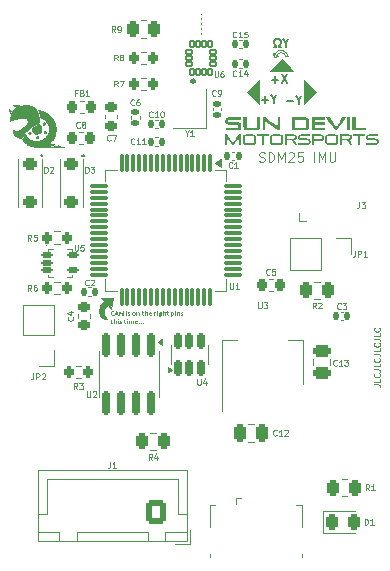
<source format=gto>
G04 #@! TF.GenerationSoftware,KiCad,Pcbnew,9.0.0*
G04 #@! TF.CreationDate,2025-04-03T01:17:14-07:00*
G04 #@! TF.ProjectId,SDM25_IMU_STM32,53444d32-355f-4494-9d55-5f53544d3332,rev?*
G04 #@! TF.SameCoordinates,Original*
G04 #@! TF.FileFunction,Legend,Top*
G04 #@! TF.FilePolarity,Positive*
%FSLAX46Y46*%
G04 Gerber Fmt 4.6, Leading zero omitted, Abs format (unit mm)*
G04 Created by KiCad (PCBNEW 9.0.0) date 2025-04-03 01:17:14*
%MOMM*%
%LPD*%
G01*
G04 APERTURE LIST*
G04 Aperture macros list*
%AMRoundRect*
0 Rectangle with rounded corners*
0 $1 Rounding radius*
0 $2 $3 $4 $5 $6 $7 $8 $9 X,Y pos of 4 corners*
0 Add a 4 corners polygon primitive as box body*
4,1,4,$2,$3,$4,$5,$6,$7,$8,$9,$2,$3,0*
0 Add four circle primitives for the rounded corners*
1,1,$1+$1,$2,$3*
1,1,$1+$1,$4,$5*
1,1,$1+$1,$6,$7*
1,1,$1+$1,$8,$9*
0 Add four rect primitives between the rounded corners*
20,1,$1+$1,$2,$3,$4,$5,0*
20,1,$1+$1,$4,$5,$6,$7,0*
20,1,$1+$1,$6,$7,$8,$9,0*
20,1,$1+$1,$8,$9,$2,$3,0*%
G04 Aperture macros list end*
%ADD10C,0.100000*%
%ADD11C,0.140000*%
%ADD12C,0.125000*%
%ADD13C,0.150000*%
%ADD14C,0.120000*%
%ADD15C,0.000000*%
%ADD16C,0.280494*%
%ADD17RoundRect,0.140000X0.140000X0.170000X-0.140000X0.170000X-0.140000X-0.170000X0.140000X-0.170000X0*%
%ADD18RoundRect,0.245000X-0.380000X0.245000X-0.380000X-0.245000X0.380000X-0.245000X0.380000X0.245000X0*%
%ADD19R,0.400000X1.350000*%
%ADD20O,1.200000X1.900000*%
%ADD21R,1.200000X1.900000*%
%ADD22C,1.450000*%
%ADD23R,1.500000X1.900000*%
%ADD24RoundRect,0.225000X0.225000X0.250000X-0.225000X0.250000X-0.225000X-0.250000X0.225000X-0.250000X0*%
%ADD25RoundRect,0.200000X0.200000X0.275000X-0.200000X0.275000X-0.200000X-0.275000X0.200000X-0.275000X0*%
%ADD26RoundRect,0.140000X-0.140000X-0.170000X0.140000X-0.170000X0.140000X0.170000X-0.140000X0.170000X0*%
%ADD27RoundRect,0.225000X0.250000X-0.225000X0.250000X0.225000X-0.250000X0.225000X-0.250000X-0.225000X0*%
%ADD28RoundRect,0.250000X0.475000X-0.250000X0.475000X0.250000X-0.475000X0.250000X-0.475000X-0.250000X0*%
%ADD29C,3.200000*%
%ADD30RoundRect,0.140000X0.170000X-0.140000X0.170000X0.140000X-0.170000X0.140000X-0.170000X-0.140000X0*%
%ADD31RoundRect,0.250000X-0.262500X-0.450000X0.262500X-0.450000X0.262500X0.450000X-0.262500X0.450000X0*%
%ADD32RoundRect,0.218750X0.218750X0.256250X-0.218750X0.256250X-0.218750X-0.256250X0.218750X-0.256250X0*%
%ADD33RoundRect,0.250000X-0.250000X-0.475000X0.250000X-0.475000X0.250000X0.475000X-0.250000X0.475000X0*%
%ADD34RoundRect,0.075000X-0.075000X0.700000X-0.075000X-0.700000X0.075000X-0.700000X0.075000X0.700000X0*%
%ADD35RoundRect,0.075000X-0.700000X0.075000X-0.700000X-0.075000X0.700000X-0.075000X0.700000X0.075000X0*%
%ADD36R,1.700000X1.700000*%
%ADD37O,1.700000X1.700000*%
%ADD38RoundRect,0.150000X-0.150000X0.825000X-0.150000X-0.825000X0.150000X-0.825000X0.150000X0.825000X0*%
%ADD39RoundRect,0.150000X0.150000X-0.512500X0.150000X0.512500X-0.150000X0.512500X-0.150000X-0.512500X0*%
%ADD40RoundRect,0.250000X0.600000X0.725000X-0.600000X0.725000X-0.600000X-0.725000X0.600000X-0.725000X0*%
%ADD41O,1.700000X1.950000*%
%ADD42R,1.000000X1.150000*%
%ADD43RoundRect,0.102000X0.150000X-0.240000X0.150000X0.240000X-0.150000X0.240000X-0.150000X-0.240000X0*%
%ADD44RoundRect,0.102000X0.240000X-0.150000X0.240000X0.150000X-0.240000X0.150000X-0.240000X-0.150000X0*%
%ADD45RoundRect,0.102000X-0.150000X0.240000X-0.150000X-0.240000X0.150000X-0.240000X0.150000X0.240000X0*%
%ADD46RoundRect,0.102000X-0.240000X0.150000X-0.240000X-0.150000X0.240000X-0.150000X0.240000X0.150000X0*%
%ADD47RoundRect,0.200000X-0.200000X-0.275000X0.200000X-0.275000X0.200000X0.275000X-0.200000X0.275000X0*%
%ADD48RoundRect,0.250000X0.262500X0.450000X-0.262500X0.450000X-0.262500X-0.450000X0.262500X-0.450000X0*%
%ADD49C,0.990600*%
%ADD50C,0.787400*%
%ADD51R,1.500000X2.000000*%
%ADD52R,3.800000X2.000000*%
%ADD53RoundRect,0.243750X-0.243750X-0.456250X0.243750X-0.456250X0.243750X0.456250X-0.243750X0.456250X0*%
%ADD54RoundRect,0.112500X-0.362500X-0.112500X0.362500X-0.112500X0.362500X0.112500X-0.362500X0.112500X0*%
G04 APERTURE END LIST*
D10*
X106243418Y-85066893D02*
G75*
G02*
X107364974Y-85279854I521582J-312907D01*
G01*
X100000000Y-83350000D02*
X100000000Y-83330000D01*
X100000000Y-82930000D02*
X100000000Y-82910000D01*
X100000000Y-82510000D02*
X100000000Y-82490000D01*
X100000000Y-82090000D02*
X100000000Y-82070000D01*
X100000000Y-81670000D02*
X100000000Y-81650000D01*
X104900000Y-89300000D02*
X103900000Y-88300000D01*
X104900000Y-87300000D01*
X104900000Y-89300000D01*
G36*
X104900000Y-89300000D02*
G01*
X103900000Y-88300000D01*
X104900000Y-87300000D01*
X104900000Y-89300000D01*
G37*
X106396229Y-85195457D02*
X106535010Y-85279848D01*
X106243418Y-85066893D02*
X106095010Y-84979848D01*
X106396229Y-85195457D02*
G75*
G02*
X107164982Y-85279855I368771J-184343D01*
G01*
X107165009Y-85279848D02*
X107365010Y-85279848D01*
X109700000Y-88300000D02*
X108700000Y-89300000D01*
X108700000Y-87300000D01*
X109700000Y-88300000D01*
G36*
X109700000Y-88300000D02*
G01*
X108700000Y-89300000D01*
X108700000Y-87300000D01*
X109700000Y-88300000D01*
G37*
X107800000Y-86500000D02*
X105800000Y-86500000D01*
X106800000Y-85500000D01*
X107800000Y-86500000D01*
G36*
X107800000Y-86500000D02*
G01*
X105800000Y-86500000D01*
X106800000Y-85500000D01*
X107800000Y-86500000D01*
G37*
X106535010Y-85279848D02*
X106185010Y-85329848D01*
X92350000Y-106650000D02*
X92100000Y-106350000D01*
X91900000Y-106500000D01*
X91800000Y-106700000D01*
X91750000Y-106800000D01*
X91750000Y-107000000D01*
X91800000Y-107200000D01*
X91850000Y-107300000D01*
X91900000Y-107400000D01*
X92000000Y-107550000D01*
X91900000Y-107550000D01*
X91750000Y-107500000D01*
X91550000Y-107350000D01*
X91400000Y-107150000D01*
X91350000Y-106800000D01*
X91400000Y-106500000D01*
X91550000Y-106250000D01*
X91800000Y-106000000D01*
X91550000Y-105700000D01*
X92550000Y-105700000D01*
X92350000Y-106650000D01*
G36*
X92350000Y-106650000D02*
G01*
X92100000Y-106350000D01*
X91900000Y-106500000D01*
X91800000Y-106700000D01*
X91750000Y-106800000D01*
X91750000Y-107000000D01*
X91800000Y-107200000D01*
X91850000Y-107300000D01*
X91900000Y-107400000D01*
X92000000Y-107550000D01*
X91900000Y-107550000D01*
X91750000Y-107500000D01*
X91550000Y-107350000D01*
X91400000Y-107150000D01*
X91350000Y-106800000D01*
X91400000Y-106500000D01*
X91550000Y-106250000D01*
X91800000Y-106000000D01*
X91550000Y-105700000D01*
X92550000Y-105700000D01*
X92350000Y-106650000D01*
G37*
X106185010Y-85329848D02*
X106095010Y-84979848D01*
G36*
X92530565Y-107869473D02*
G01*
X92522651Y-107932000D01*
X92509755Y-107932000D01*
X92489666Y-107932000D01*
X92486113Y-107932000D01*
X92466031Y-107931391D01*
X92444049Y-107929056D01*
X92424376Y-107924968D01*
X92404340Y-107917986D01*
X92385289Y-107907087D01*
X92370457Y-107893110D01*
X92359863Y-107876092D01*
X92353507Y-107856034D01*
X92351421Y-107835988D01*
X92351388Y-107832935D01*
X92351423Y-107811861D01*
X92351527Y-107791896D01*
X92351681Y-107774707D01*
X92351919Y-107753458D01*
X92352041Y-107732049D01*
X92352072Y-107713158D01*
X92306252Y-107713158D01*
X92306252Y-107650632D01*
X92354221Y-107650632D01*
X92354221Y-107575600D01*
X92435310Y-107575600D01*
X92435310Y-107650632D01*
X92529490Y-107650632D01*
X92529490Y-107713158D01*
X92435310Y-107713158D01*
X92435069Y-107733170D01*
X92435017Y-107736312D01*
X92434758Y-107756358D01*
X92434724Y-107764742D01*
X92434724Y-107784480D01*
X92434724Y-107786040D01*
X92434817Y-107806355D01*
X92434822Y-107812321D01*
X92437185Y-107831875D01*
X92445915Y-107849480D01*
X92451625Y-107855307D01*
X92469938Y-107864479D01*
X92490367Y-107868353D01*
X92510680Y-107869459D01*
X92513468Y-107869473D01*
X92523628Y-107869473D01*
X92530565Y-107869473D01*
G37*
G36*
X92851207Y-107932000D02*
G01*
X92766894Y-107932000D01*
X92767004Y-107911542D01*
X92767172Y-107891549D01*
X92767285Y-107879341D01*
X92767474Y-107858150D01*
X92767621Y-107837980D01*
X92767676Y-107823165D01*
X92767549Y-107803446D01*
X92767383Y-107791706D01*
X92767215Y-107771388D01*
X92767187Y-107761030D01*
X92765178Y-107741007D01*
X92758199Y-107724002D01*
X92741193Y-107714217D01*
X92729769Y-107713158D01*
X92710271Y-107716229D01*
X92698311Y-107720290D01*
X92680212Y-107728325D01*
X92662456Y-107738168D01*
X92663237Y-107932000D01*
X92578925Y-107932000D01*
X92578980Y-107911680D01*
X92579077Y-107891921D01*
X92579203Y-107870554D01*
X92579316Y-107852963D01*
X92579448Y-107830282D01*
X92579554Y-107806791D01*
X92579621Y-107786597D01*
X92579668Y-107765839D01*
X92579697Y-107744518D01*
X92579706Y-107722635D01*
X92579683Y-107700855D01*
X92579624Y-107679991D01*
X92579528Y-107657710D01*
X92579413Y-107637052D01*
X92579323Y-107615454D01*
X92579224Y-107593062D01*
X92579131Y-107573236D01*
X92579031Y-107552826D01*
X92578925Y-107531832D01*
X92663237Y-107531832D01*
X92662358Y-107675349D01*
X92662944Y-107675642D01*
X92680890Y-107667015D01*
X92699668Y-107659405D01*
X92717459Y-107653367D01*
X92736598Y-107648250D01*
X92756953Y-107644941D01*
X92768262Y-107644379D01*
X92788356Y-107646242D01*
X92807800Y-107652680D01*
X92824210Y-107663716D01*
X92828541Y-107667924D01*
X92840339Y-107684182D01*
X92847768Y-107703645D01*
X92850717Y-107723902D01*
X92850914Y-107731232D01*
X92850876Y-107750905D01*
X92850729Y-107771641D01*
X92850523Y-107786528D01*
X92850303Y-107806874D01*
X92850230Y-107823751D01*
X92850285Y-107844103D01*
X92850432Y-107864786D01*
X92850621Y-107883151D01*
X92850866Y-107904130D01*
X92851112Y-107924486D01*
X92851207Y-107932000D01*
G37*
G36*
X93013775Y-107606863D02*
G01*
X92926629Y-107606863D01*
X92926629Y-107544337D01*
X93013775Y-107544337D01*
X93013775Y-107606863D01*
G37*
G36*
X93012407Y-107932000D02*
G01*
X92927997Y-107932000D01*
X92928094Y-107911361D01*
X92928255Y-107890896D01*
X92928387Y-107875824D01*
X92928601Y-107854672D01*
X92928754Y-107834205D01*
X92928845Y-107814421D01*
X92928876Y-107795321D01*
X92928857Y-107775242D01*
X92928800Y-107754571D01*
X92928704Y-107733308D01*
X92928681Y-107728985D01*
X92928587Y-107708725D01*
X92928416Y-107687075D01*
X92928199Y-107666662D01*
X92927997Y-107650632D01*
X93012407Y-107650632D01*
X93012234Y-107672122D01*
X93012046Y-107692298D01*
X93011819Y-107713175D01*
X93011723Y-107721071D01*
X93011517Y-107741248D01*
X93011397Y-107760810D01*
X93011338Y-107781702D01*
X93011332Y-107791413D01*
X93011350Y-107813942D01*
X93011401Y-107834342D01*
X93011505Y-107855450D01*
X93011680Y-107876025D01*
X93011821Y-107886961D01*
X93012155Y-107907005D01*
X93012386Y-107926636D01*
X93012407Y-107932000D01*
G37*
G36*
X93287718Y-107848175D02*
G01*
X93284970Y-107868503D01*
X93276727Y-107886254D01*
X93275212Y-107888427D01*
X93262029Y-107903108D01*
X93245926Y-107914914D01*
X93243558Y-107916270D01*
X93225738Y-107924479D01*
X93206540Y-107930281D01*
X93194124Y-107932879D01*
X93173849Y-107935938D01*
X93153458Y-107937727D01*
X93134822Y-107938252D01*
X93114645Y-107937418D01*
X93098674Y-107935126D01*
X93078939Y-107932076D01*
X93076887Y-107932000D01*
X93070341Y-107869473D01*
X93090347Y-107873022D01*
X93091249Y-107873186D01*
X93111533Y-107875426D01*
X93123098Y-107875726D01*
X93142994Y-107874809D01*
X93143712Y-107874749D01*
X93163484Y-107871373D01*
X93165401Y-107870841D01*
X93183582Y-107862456D01*
X93185331Y-107860583D01*
X93190118Y-107846221D01*
X93184745Y-107833032D01*
X93168466Y-107821613D01*
X93167745Y-107821211D01*
X93149845Y-107811701D01*
X93143614Y-107808803D01*
X93125514Y-107799703D01*
X93117041Y-107794735D01*
X93101327Y-107782708D01*
X93088709Y-107766794D01*
X93081467Y-107748570D01*
X93079427Y-107730841D01*
X93082383Y-107710471D01*
X93091249Y-107692153D01*
X93105057Y-107677009D01*
X93121436Y-107665760D01*
X93127299Y-107662648D01*
X93145980Y-107655155D01*
X93165704Y-107650240D01*
X93173900Y-107648873D01*
X93193597Y-107646409D01*
X93213912Y-107644795D01*
X93224410Y-107644379D01*
X93244540Y-107644252D01*
X93257334Y-107644281D01*
X93275017Y-107644379D01*
X93282149Y-107706905D01*
X93266615Y-107706905D01*
X93246337Y-107706905D01*
X93238185Y-107706905D01*
X93218545Y-107708027D01*
X93215910Y-107708371D01*
X93197152Y-107712572D01*
X93181618Y-107721658D01*
X93176538Y-107733577D01*
X93182986Y-107747645D01*
X93199336Y-107758544D01*
X93199986Y-107758880D01*
X93218084Y-107768314D01*
X93225387Y-107771874D01*
X93243295Y-107781025D01*
X93249420Y-107784575D01*
X93265080Y-107796430D01*
X93277948Y-107811734D01*
X93285848Y-107830814D01*
X93287718Y-107848175D01*
G37*
G36*
X93661507Y-107869473D02*
G01*
X93653593Y-107932000D01*
X93640697Y-107932000D01*
X93620608Y-107932000D01*
X93617055Y-107932000D01*
X93596973Y-107931391D01*
X93574991Y-107929056D01*
X93555318Y-107924968D01*
X93535282Y-107917986D01*
X93516231Y-107907087D01*
X93501400Y-107893110D01*
X93490806Y-107876092D01*
X93484449Y-107856034D01*
X93482363Y-107835988D01*
X93482330Y-107832935D01*
X93482365Y-107811861D01*
X93482469Y-107791896D01*
X93482623Y-107774707D01*
X93482862Y-107753458D01*
X93482983Y-107732049D01*
X93483014Y-107713158D01*
X93437194Y-107713158D01*
X93437194Y-107650632D01*
X93485163Y-107650632D01*
X93485163Y-107575600D01*
X93566252Y-107575600D01*
X93566252Y-107650632D01*
X93660432Y-107650632D01*
X93660432Y-107713158D01*
X93566252Y-107713158D01*
X93566011Y-107733170D01*
X93565959Y-107736312D01*
X93565701Y-107756358D01*
X93565666Y-107764742D01*
X93565666Y-107784480D01*
X93565666Y-107786040D01*
X93565759Y-107806355D01*
X93565764Y-107812321D01*
X93568127Y-107831875D01*
X93576857Y-107849480D01*
X93582568Y-107855307D01*
X93600881Y-107864479D01*
X93621309Y-107868353D01*
X93641623Y-107869459D01*
X93644410Y-107869473D01*
X93654570Y-107869473D01*
X93661507Y-107869473D01*
G37*
G36*
X93797306Y-107606863D02*
G01*
X93710160Y-107606863D01*
X93710160Y-107544337D01*
X93797306Y-107544337D01*
X93797306Y-107606863D01*
G37*
G36*
X93795938Y-107932000D02*
G01*
X93711528Y-107932000D01*
X93711625Y-107911361D01*
X93711786Y-107890896D01*
X93711919Y-107875824D01*
X93712132Y-107854672D01*
X93712285Y-107834205D01*
X93712377Y-107814421D01*
X93712407Y-107795321D01*
X93712388Y-107775242D01*
X93712331Y-107754571D01*
X93712235Y-107733308D01*
X93712212Y-107728985D01*
X93712118Y-107708725D01*
X93711947Y-107687075D01*
X93711730Y-107666662D01*
X93711528Y-107650632D01*
X93795938Y-107650632D01*
X93795765Y-107672122D01*
X93795577Y-107692298D01*
X93795350Y-107713175D01*
X93795254Y-107721071D01*
X93795048Y-107741248D01*
X93794928Y-107760810D01*
X93794870Y-107781702D01*
X93794863Y-107791413D01*
X93794881Y-107813942D01*
X93794932Y-107834342D01*
X93795036Y-107855450D01*
X93795211Y-107876025D01*
X93795352Y-107886961D01*
X93795686Y-107907005D01*
X93795917Y-107926636D01*
X93795938Y-107932000D01*
G37*
G36*
X94323014Y-107932000D02*
G01*
X94238702Y-107932000D01*
X94239068Y-107911598D01*
X94239288Y-107894191D01*
X94239466Y-107873990D01*
X94239558Y-107854097D01*
X94239581Y-107836842D01*
X94239543Y-107816418D01*
X94239483Y-107799327D01*
X94239360Y-107779478D01*
X94239092Y-107760443D01*
X94237009Y-107740525D01*
X94229713Y-107723709D01*
X94211825Y-107713993D01*
X94201967Y-107713158D01*
X94182416Y-107716489D01*
X94173831Y-107719606D01*
X94155720Y-107728605D01*
X94140907Y-107738168D01*
X94140907Y-107742565D01*
X94141004Y-107751553D01*
X94140931Y-107772143D01*
X94140711Y-107792879D01*
X94140565Y-107812565D01*
X94140516Y-107830004D01*
X94140564Y-107851136D01*
X94140707Y-107871182D01*
X94140974Y-107891975D01*
X94141004Y-107893800D01*
X94141321Y-107914149D01*
X94141493Y-107932000D01*
X94057278Y-107932000D01*
X94057480Y-107912360D01*
X94057669Y-107899564D01*
X94057966Y-107878951D01*
X94058110Y-107859277D01*
X94058157Y-107839628D01*
X94058157Y-107837331D01*
X94058088Y-107817338D01*
X94057962Y-107798936D01*
X94057839Y-107779371D01*
X94057571Y-107761030D01*
X94056008Y-107743151D01*
X94051221Y-107727910D01*
X94040669Y-107716870D01*
X94021032Y-107713158D01*
X94001200Y-107716842D01*
X93992505Y-107720290D01*
X93974249Y-107729457D01*
X93959581Y-107738168D01*
X93959416Y-107758044D01*
X93959288Y-107771678D01*
X93959169Y-107792804D01*
X93959099Y-107812693D01*
X93959092Y-107819648D01*
X93959150Y-107840485D01*
X93959303Y-107860971D01*
X93959522Y-107880665D01*
X93959581Y-107885203D01*
X93959890Y-107905473D01*
X93960130Y-107925228D01*
X93960167Y-107932000D01*
X93875952Y-107932000D01*
X93876062Y-107912436D01*
X93876273Y-107892318D01*
X93876343Y-107886473D01*
X93876532Y-107866314D01*
X93876648Y-107844904D01*
X93876709Y-107823476D01*
X93876732Y-107803108D01*
X93876734Y-107795907D01*
X93876706Y-107776179D01*
X93876633Y-107754715D01*
X93876538Y-107734749D01*
X93876452Y-107712928D01*
X93876324Y-107692324D01*
X93876147Y-107670585D01*
X93875952Y-107650632D01*
X93958506Y-107650632D01*
X93958213Y-107675349D01*
X93958799Y-107675642D01*
X93976788Y-107666457D01*
X93995322Y-107658677D01*
X94004131Y-107655321D01*
X94023634Y-107649091D01*
X94043436Y-107645245D01*
X94057278Y-107644379D01*
X94076834Y-107645814D01*
X94096313Y-107651036D01*
X94100949Y-107653074D01*
X94117698Y-107663725D01*
X94128401Y-107675642D01*
X94128988Y-107675642D01*
X94148144Y-107666552D01*
X94167176Y-107659112D01*
X94183796Y-107653660D01*
X94204001Y-107648376D01*
X94224332Y-107645113D01*
X94238408Y-107644379D01*
X94259344Y-107646242D01*
X94279380Y-107652680D01*
X94296019Y-107663716D01*
X94300348Y-107667924D01*
X94312095Y-107684019D01*
X94319491Y-107702996D01*
X94322428Y-107722538D01*
X94322623Y-107729571D01*
X94322577Y-107749961D01*
X94322404Y-107770695D01*
X94322233Y-107781644D01*
X94322013Y-107801842D01*
X94321939Y-107821602D01*
X94321978Y-107842046D01*
X94322112Y-107863474D01*
X94322341Y-107883548D01*
X94322428Y-107889306D01*
X94322785Y-107909506D01*
X94323009Y-107929516D01*
X94323014Y-107932000D01*
G37*
G36*
X94537630Y-107645395D02*
G01*
X94557341Y-107648821D01*
X94570969Y-107652976D01*
X94588924Y-107661301D01*
X94605807Y-107673440D01*
X94611221Y-107678573D01*
X94624524Y-107694835D01*
X94634833Y-107713433D01*
X94640041Y-107727129D01*
X94645214Y-107747909D01*
X94648054Y-107768945D01*
X94649092Y-107789622D01*
X94649127Y-107794442D01*
X94458422Y-107794442D01*
X94461932Y-107814168D01*
X94470341Y-107830199D01*
X94483994Y-107844255D01*
X94501540Y-107854973D01*
X94505903Y-107856968D01*
X94525285Y-107863346D01*
X94541172Y-107866640D01*
X94560638Y-107868765D01*
X94580529Y-107869471D01*
X94581912Y-107869473D01*
X94602062Y-107869473D01*
X94612393Y-107869473D01*
X94631346Y-107869473D01*
X94622944Y-107932000D01*
X94603503Y-107932000D01*
X94583954Y-107932000D01*
X94572337Y-107932000D01*
X94551936Y-107931499D01*
X94529846Y-107929703D01*
X94509063Y-107926599D01*
X94489586Y-107922189D01*
X94487243Y-107921546D01*
X94467186Y-107914768D01*
X94448892Y-107906306D01*
X94430631Y-107894928D01*
X94423935Y-107889794D01*
X94408644Y-107875131D01*
X94396727Y-107859613D01*
X94388471Y-107845440D01*
X94380795Y-107826603D01*
X94376306Y-107806496D01*
X94374989Y-107787115D01*
X94376155Y-107766172D01*
X94377831Y-107756926D01*
X94454417Y-107756926D01*
X94570188Y-107756926D01*
X94566707Y-107737106D01*
X94558480Y-107718150D01*
X94553579Y-107711399D01*
X94537959Y-107699198D01*
X94517659Y-107694466D01*
X94514598Y-107694400D01*
X94495092Y-107697616D01*
X94477761Y-107708201D01*
X94474738Y-107711204D01*
X94463155Y-107728226D01*
X94456149Y-107748185D01*
X94454417Y-107756926D01*
X94377831Y-107756926D01*
X94379653Y-107746869D01*
X94384856Y-107730743D01*
X94394061Y-107712448D01*
X94405541Y-107696233D01*
X94417096Y-107683360D01*
X94432108Y-107670455D01*
X94449593Y-107660023D01*
X94462623Y-107654442D01*
X94481467Y-107648713D01*
X94502260Y-107645175D01*
X94518018Y-107644379D01*
X94537630Y-107645395D01*
G37*
G36*
X94794207Y-107932000D02*
G01*
X94697390Y-107932000D01*
X94697390Y-107831958D01*
X94794207Y-107831958D01*
X94794207Y-107932000D01*
G37*
G36*
X94961465Y-107932000D02*
G01*
X94864647Y-107932000D01*
X94864647Y-107831958D01*
X94961465Y-107831958D01*
X94961465Y-107932000D01*
G37*
G36*
X95131458Y-107932000D02*
G01*
X95034640Y-107932000D01*
X95034640Y-107831958D01*
X95131458Y-107831958D01*
X95131458Y-107932000D01*
G37*
D11*
X107233333Y-89040386D02*
X107766667Y-89040386D01*
X108233334Y-88973720D02*
X108233334Y-89307053D01*
X108000000Y-88607053D02*
X108233334Y-88973720D01*
X108233334Y-88973720D02*
X108466667Y-88607053D01*
X105999999Y-87240386D02*
X106533333Y-87240386D01*
X106266666Y-87507053D02*
X106266666Y-86973720D01*
X106800000Y-86807053D02*
X107266666Y-87507053D01*
X107266666Y-86807053D02*
X106800000Y-87507053D01*
X106183333Y-84507053D02*
X106350000Y-84507053D01*
X106350000Y-84507053D02*
X106350000Y-84373720D01*
X106350000Y-84373720D02*
X106283333Y-84340386D01*
X106283333Y-84340386D02*
X106216666Y-84273720D01*
X106216666Y-84273720D02*
X106183333Y-84173720D01*
X106183333Y-84173720D02*
X106183333Y-84007053D01*
X106183333Y-84007053D02*
X106216666Y-83907053D01*
X106216666Y-83907053D02*
X106283333Y-83840386D01*
X106283333Y-83840386D02*
X106383333Y-83807053D01*
X106383333Y-83807053D02*
X106516666Y-83807053D01*
X106516666Y-83807053D02*
X106616666Y-83840386D01*
X106616666Y-83840386D02*
X106683333Y-83907053D01*
X106683333Y-83907053D02*
X106716666Y-84007053D01*
X106716666Y-84007053D02*
X106716666Y-84173720D01*
X106716666Y-84173720D02*
X106683333Y-84273720D01*
X106683333Y-84273720D02*
X106616666Y-84340386D01*
X106616666Y-84340386D02*
X106550000Y-84373720D01*
X106550000Y-84373720D02*
X106550000Y-84507053D01*
X106550000Y-84507053D02*
X106716666Y-84507053D01*
X107150000Y-84173720D02*
X107150000Y-84507053D01*
X106916666Y-83807053D02*
X107150000Y-84173720D01*
X107150000Y-84173720D02*
X107383333Y-83807053D01*
D12*
X114632309Y-113055859D02*
X114989452Y-113055859D01*
X114989452Y-113055859D02*
X115060880Y-113079668D01*
X115060880Y-113079668D02*
X115108500Y-113127287D01*
X115108500Y-113127287D02*
X115132309Y-113198716D01*
X115132309Y-113198716D02*
X115132309Y-113246335D01*
X115132309Y-112579669D02*
X115132309Y-112817764D01*
X115132309Y-112817764D02*
X114632309Y-112817764D01*
X115084690Y-112127288D02*
X115108500Y-112151097D01*
X115108500Y-112151097D02*
X115132309Y-112222526D01*
X115132309Y-112222526D02*
X115132309Y-112270145D01*
X115132309Y-112270145D02*
X115108500Y-112341573D01*
X115108500Y-112341573D02*
X115060880Y-112389192D01*
X115060880Y-112389192D02*
X115013261Y-112413002D01*
X115013261Y-112413002D02*
X114918023Y-112436811D01*
X114918023Y-112436811D02*
X114846595Y-112436811D01*
X114846595Y-112436811D02*
X114751357Y-112413002D01*
X114751357Y-112413002D02*
X114703738Y-112389192D01*
X114703738Y-112389192D02*
X114656119Y-112341573D01*
X114656119Y-112341573D02*
X114632309Y-112270145D01*
X114632309Y-112270145D02*
X114632309Y-112222526D01*
X114632309Y-112222526D02*
X114656119Y-112151097D01*
X114656119Y-112151097D02*
X114679928Y-112127288D01*
X114632309Y-111770145D02*
X114989452Y-111770145D01*
X114989452Y-111770145D02*
X115060880Y-111793954D01*
X115060880Y-111793954D02*
X115108500Y-111841573D01*
X115108500Y-111841573D02*
X115132309Y-111913002D01*
X115132309Y-111913002D02*
X115132309Y-111960621D01*
X115132309Y-111293955D02*
X115132309Y-111532050D01*
X115132309Y-111532050D02*
X114632309Y-111532050D01*
X115084690Y-110841574D02*
X115108500Y-110865383D01*
X115108500Y-110865383D02*
X115132309Y-110936812D01*
X115132309Y-110936812D02*
X115132309Y-110984431D01*
X115132309Y-110984431D02*
X115108500Y-111055859D01*
X115108500Y-111055859D02*
X115060880Y-111103478D01*
X115060880Y-111103478D02*
X115013261Y-111127288D01*
X115013261Y-111127288D02*
X114918023Y-111151097D01*
X114918023Y-111151097D02*
X114846595Y-111151097D01*
X114846595Y-111151097D02*
X114751357Y-111127288D01*
X114751357Y-111127288D02*
X114703738Y-111103478D01*
X114703738Y-111103478D02*
X114656119Y-111055859D01*
X114656119Y-111055859D02*
X114632309Y-110984431D01*
X114632309Y-110984431D02*
X114632309Y-110936812D01*
X114632309Y-110936812D02*
X114656119Y-110865383D01*
X114656119Y-110865383D02*
X114679928Y-110841574D01*
X114632309Y-110484431D02*
X114989452Y-110484431D01*
X114989452Y-110484431D02*
X115060880Y-110508240D01*
X115060880Y-110508240D02*
X115108500Y-110555859D01*
X115108500Y-110555859D02*
X115132309Y-110627288D01*
X115132309Y-110627288D02*
X115132309Y-110674907D01*
X115132309Y-110008241D02*
X115132309Y-110246336D01*
X115132309Y-110246336D02*
X114632309Y-110246336D01*
X115084690Y-109555860D02*
X115108500Y-109579669D01*
X115108500Y-109579669D02*
X115132309Y-109651098D01*
X115132309Y-109651098D02*
X115132309Y-109698717D01*
X115132309Y-109698717D02*
X115108500Y-109770145D01*
X115108500Y-109770145D02*
X115060880Y-109817764D01*
X115060880Y-109817764D02*
X115013261Y-109841574D01*
X115013261Y-109841574D02*
X114918023Y-109865383D01*
X114918023Y-109865383D02*
X114846595Y-109865383D01*
X114846595Y-109865383D02*
X114751357Y-109841574D01*
X114751357Y-109841574D02*
X114703738Y-109817764D01*
X114703738Y-109817764D02*
X114656119Y-109770145D01*
X114656119Y-109770145D02*
X114632309Y-109698717D01*
X114632309Y-109698717D02*
X114632309Y-109651098D01*
X114632309Y-109651098D02*
X114656119Y-109579669D01*
X114656119Y-109579669D02*
X114679928Y-109555860D01*
X114632309Y-109198717D02*
X114989452Y-109198717D01*
X114989452Y-109198717D02*
X115060880Y-109222526D01*
X115060880Y-109222526D02*
X115108500Y-109270145D01*
X115108500Y-109270145D02*
X115132309Y-109341574D01*
X115132309Y-109341574D02*
X115132309Y-109389193D01*
X115132309Y-108722527D02*
X115132309Y-108960622D01*
X115132309Y-108960622D02*
X114632309Y-108960622D01*
X115084690Y-108270146D02*
X115108500Y-108293955D01*
X115108500Y-108293955D02*
X115132309Y-108365384D01*
X115132309Y-108365384D02*
X115132309Y-108413003D01*
X115132309Y-108413003D02*
X115108500Y-108484431D01*
X115108500Y-108484431D02*
X115060880Y-108532050D01*
X115060880Y-108532050D02*
X115013261Y-108555860D01*
X115013261Y-108555860D02*
X114918023Y-108579669D01*
X114918023Y-108579669D02*
X114846595Y-108579669D01*
X114846595Y-108579669D02*
X114751357Y-108555860D01*
X114751357Y-108555860D02*
X114703738Y-108532050D01*
X114703738Y-108532050D02*
X114656119Y-108484431D01*
X114656119Y-108484431D02*
X114632309Y-108413003D01*
X114632309Y-108413003D02*
X114632309Y-108365384D01*
X114632309Y-108365384D02*
X114656119Y-108293955D01*
X114656119Y-108293955D02*
X114679928Y-108270146D01*
D10*
X104918169Y-94158800D02*
X105032455Y-94196895D01*
X105032455Y-94196895D02*
X105222931Y-94196895D01*
X105222931Y-94196895D02*
X105299122Y-94158800D01*
X105299122Y-94158800D02*
X105337217Y-94120704D01*
X105337217Y-94120704D02*
X105375312Y-94044514D01*
X105375312Y-94044514D02*
X105375312Y-93968323D01*
X105375312Y-93968323D02*
X105337217Y-93892133D01*
X105337217Y-93892133D02*
X105299122Y-93854038D01*
X105299122Y-93854038D02*
X105222931Y-93815942D01*
X105222931Y-93815942D02*
X105070550Y-93777847D01*
X105070550Y-93777847D02*
X104994360Y-93739752D01*
X104994360Y-93739752D02*
X104956265Y-93701657D01*
X104956265Y-93701657D02*
X104918169Y-93625466D01*
X104918169Y-93625466D02*
X104918169Y-93549276D01*
X104918169Y-93549276D02*
X104956265Y-93473085D01*
X104956265Y-93473085D02*
X104994360Y-93434990D01*
X104994360Y-93434990D02*
X105070550Y-93396895D01*
X105070550Y-93396895D02*
X105261027Y-93396895D01*
X105261027Y-93396895D02*
X105375312Y-93434990D01*
X105718170Y-94196895D02*
X105718170Y-93396895D01*
X105718170Y-93396895D02*
X105908646Y-93396895D01*
X105908646Y-93396895D02*
X106022932Y-93434990D01*
X106022932Y-93434990D02*
X106099122Y-93511180D01*
X106099122Y-93511180D02*
X106137217Y-93587371D01*
X106137217Y-93587371D02*
X106175313Y-93739752D01*
X106175313Y-93739752D02*
X106175313Y-93854038D01*
X106175313Y-93854038D02*
X106137217Y-94006419D01*
X106137217Y-94006419D02*
X106099122Y-94082609D01*
X106099122Y-94082609D02*
X106022932Y-94158800D01*
X106022932Y-94158800D02*
X105908646Y-94196895D01*
X105908646Y-94196895D02*
X105718170Y-94196895D01*
X106518170Y-94196895D02*
X106518170Y-93396895D01*
X106518170Y-93396895D02*
X106784836Y-93968323D01*
X106784836Y-93968323D02*
X107051503Y-93396895D01*
X107051503Y-93396895D02*
X107051503Y-94196895D01*
X107394360Y-93473085D02*
X107432456Y-93434990D01*
X107432456Y-93434990D02*
X107508646Y-93396895D01*
X107508646Y-93396895D02*
X107699122Y-93396895D01*
X107699122Y-93396895D02*
X107775313Y-93434990D01*
X107775313Y-93434990D02*
X107813408Y-93473085D01*
X107813408Y-93473085D02*
X107851503Y-93549276D01*
X107851503Y-93549276D02*
X107851503Y-93625466D01*
X107851503Y-93625466D02*
X107813408Y-93739752D01*
X107813408Y-93739752D02*
X107356265Y-94196895D01*
X107356265Y-94196895D02*
X107851503Y-94196895D01*
X108575313Y-93396895D02*
X108194361Y-93396895D01*
X108194361Y-93396895D02*
X108156265Y-93777847D01*
X108156265Y-93777847D02*
X108194361Y-93739752D01*
X108194361Y-93739752D02*
X108270551Y-93701657D01*
X108270551Y-93701657D02*
X108461027Y-93701657D01*
X108461027Y-93701657D02*
X108537218Y-93739752D01*
X108537218Y-93739752D02*
X108575313Y-93777847D01*
X108575313Y-93777847D02*
X108613408Y-93854038D01*
X108613408Y-93854038D02*
X108613408Y-94044514D01*
X108613408Y-94044514D02*
X108575313Y-94120704D01*
X108575313Y-94120704D02*
X108537218Y-94158800D01*
X108537218Y-94158800D02*
X108461027Y-94196895D01*
X108461027Y-94196895D02*
X108270551Y-94196895D01*
X108270551Y-94196895D02*
X108194361Y-94158800D01*
X108194361Y-94158800D02*
X108156265Y-94120704D01*
X109565790Y-94196895D02*
X109565790Y-93396895D01*
X109946742Y-94196895D02*
X109946742Y-93396895D01*
X109946742Y-93396895D02*
X110213408Y-93968323D01*
X110213408Y-93968323D02*
X110480075Y-93396895D01*
X110480075Y-93396895D02*
X110480075Y-94196895D01*
X110861028Y-93396895D02*
X110861028Y-94044514D01*
X110861028Y-94044514D02*
X110899123Y-94120704D01*
X110899123Y-94120704D02*
X110937218Y-94158800D01*
X110937218Y-94158800D02*
X111013409Y-94196895D01*
X111013409Y-94196895D02*
X111165790Y-94196895D01*
X111165790Y-94196895D02*
X111241980Y-94158800D01*
X111241980Y-94158800D02*
X111280075Y-94120704D01*
X111280075Y-94120704D02*
X111318171Y-94044514D01*
X111318171Y-94044514D02*
X111318171Y-93396895D01*
G36*
X92624452Y-107163221D02*
G01*
X92621032Y-107182959D01*
X92618981Y-107196633D01*
X92616294Y-107216563D01*
X92613864Y-107236845D01*
X92613705Y-107238252D01*
X92607941Y-107238252D01*
X92600809Y-107238252D01*
X92579803Y-107237878D01*
X92559526Y-107236754D01*
X92539980Y-107234882D01*
X92517487Y-107231646D01*
X92496046Y-107227332D01*
X92478981Y-107222914D01*
X92459504Y-107216605D01*
X92441154Y-107209184D01*
X92421169Y-107199120D01*
X92402717Y-107187540D01*
X92388122Y-107176410D01*
X92372789Y-107162297D01*
X92359542Y-107146885D01*
X92348382Y-107130176D01*
X92343084Y-107120332D01*
X92335386Y-107101439D01*
X92330207Y-107081032D01*
X92327719Y-107061621D01*
X92327159Y-107046277D01*
X92328404Y-107024953D01*
X92332136Y-107004835D01*
X92338357Y-106985922D01*
X92342889Y-106975935D01*
X92352804Y-106958905D01*
X92364743Y-106943096D01*
X92378708Y-106928509D01*
X92387341Y-106920932D01*
X92404320Y-106907893D01*
X92423028Y-106896304D01*
X92443466Y-106886164D01*
X92462362Y-106878626D01*
X92479078Y-106873158D01*
X92499955Y-106867613D01*
X92521334Y-106863216D01*
X92543214Y-106859965D01*
X92565595Y-106857862D01*
X92588478Y-106856906D01*
X92596217Y-106856842D01*
X92602861Y-106856842D01*
X92609406Y-106856842D01*
X92611749Y-106876942D01*
X92613119Y-106888887D01*
X92615639Y-106908551D01*
X92618803Y-106929073D01*
X92619274Y-106931874D01*
X92613021Y-106931874D01*
X92606671Y-106931874D01*
X92586040Y-106932745D01*
X92566114Y-106934841D01*
X92550202Y-106937150D01*
X92530454Y-106940991D01*
X92510650Y-106946472D01*
X92492854Y-106953270D01*
X92475235Y-106962334D01*
X92458287Y-106974073D01*
X92444105Y-106987567D01*
X92440390Y-106991958D01*
X92429544Y-107009178D01*
X92423200Y-107028060D01*
X92421339Y-107046668D01*
X92423475Y-107067217D01*
X92429882Y-107086011D01*
X92439413Y-107101574D01*
X92453788Y-107116824D01*
X92470122Y-107128944D01*
X92487481Y-107138433D01*
X92491681Y-107140360D01*
X92510059Y-107148003D01*
X92530399Y-107154007D01*
X92550593Y-107158043D01*
X92570676Y-107160876D01*
X92590497Y-107162781D01*
X92607941Y-107163416D01*
X92615757Y-107163416D01*
X92624452Y-107163221D01*
G37*
G36*
X92884305Y-106883725D02*
G01*
X92893217Y-106904436D01*
X92902172Y-106925227D01*
X92911170Y-106946100D01*
X92920211Y-106967052D01*
X92929295Y-106988086D01*
X92938421Y-107009200D01*
X92947591Y-107030395D01*
X92956804Y-107051671D01*
X92966059Y-107073028D01*
X92972254Y-107087310D01*
X92981172Y-107107812D01*
X92989280Y-107126455D01*
X92998830Y-107148418D01*
X93006939Y-107167076D01*
X93015049Y-107185747D01*
X93023341Y-107204876D01*
X93025596Y-107210115D01*
X92936008Y-107238252D01*
X92928711Y-107219018D01*
X92920963Y-107199564D01*
X92913065Y-107180074D01*
X92905190Y-107161261D01*
X92896589Y-107141242D01*
X92892533Y-107131958D01*
X92758590Y-107131958D01*
X92750212Y-107150538D01*
X92741547Y-107170201D01*
X92733685Y-107188550D01*
X92728890Y-107200053D01*
X92721063Y-107219438D01*
X92714123Y-107237712D01*
X92713942Y-107238252D01*
X92629727Y-107210115D01*
X92638509Y-107190444D01*
X92647752Y-107169547D01*
X92657733Y-107146921D01*
X92667208Y-107125410D01*
X92675184Y-107107288D01*
X92683905Y-107087460D01*
X92686978Y-107080471D01*
X92689084Y-107075684D01*
X92771584Y-107075684D01*
X92771877Y-107075684D01*
X92878367Y-107075684D01*
X92878660Y-107075684D01*
X92870468Y-107056097D01*
X92862561Y-107037168D01*
X92854215Y-107017170D01*
X92853356Y-107015112D01*
X92845662Y-106996630D01*
X92837969Y-106978333D01*
X92830275Y-106960222D01*
X92826001Y-106950241D01*
X92824633Y-106950143D01*
X92816200Y-106969610D01*
X92808544Y-106987718D01*
X92800208Y-107007790D01*
X92797278Y-107014916D01*
X92789737Y-107033186D01*
X92782144Y-107051287D01*
X92774144Y-107069883D01*
X92771584Y-107075684D01*
X92689084Y-107075684D01*
X92696298Y-107059287D01*
X92705538Y-107038270D01*
X92714696Y-107017419D01*
X92723775Y-106996734D01*
X92732772Y-106976216D01*
X92741689Y-106955865D01*
X92750525Y-106935680D01*
X92759280Y-106915662D01*
X92767954Y-106895811D01*
X92776548Y-106876126D01*
X92782233Y-106863095D01*
X92875436Y-106863095D01*
X92884305Y-106883725D01*
G37*
G36*
X93418339Y-106863095D02*
G01*
X93418134Y-106884186D01*
X93417949Y-106905314D01*
X93417782Y-106926480D01*
X93417633Y-106947683D01*
X93417557Y-106959815D01*
X93417481Y-106980020D01*
X93417417Y-107000672D01*
X93417374Y-107020797D01*
X93417362Y-107035921D01*
X93417375Y-107059022D01*
X93417417Y-107081209D01*
X93417485Y-107102482D01*
X93417581Y-107122841D01*
X93417728Y-107145439D01*
X93417752Y-107148566D01*
X93417943Y-107168578D01*
X93418119Y-107189184D01*
X93418237Y-107208769D01*
X93418241Y-107211581D01*
X93352491Y-107238252D01*
X93339557Y-107220666D01*
X93326803Y-107203446D01*
X93314229Y-107186592D01*
X93301836Y-107170104D01*
X93289624Y-107153981D01*
X93277591Y-107138224D01*
X93261828Y-107117784D01*
X93246386Y-107097995D01*
X93231264Y-107078855D01*
X93223824Y-107069529D01*
X93209746Y-107051928D01*
X93197116Y-107036153D01*
X93183363Y-107019002D01*
X93169844Y-107002186D01*
X93156884Y-106986154D01*
X93151723Y-106979843D01*
X93150355Y-106980527D01*
X93150379Y-107004061D01*
X93150436Y-107025038D01*
X93150526Y-107047254D01*
X93150650Y-107070711D01*
X93150773Y-107090370D01*
X93150917Y-107110822D01*
X93151039Y-107126682D01*
X93151222Y-107147070D01*
X93151417Y-107169653D01*
X93151600Y-107192496D01*
X93151745Y-107213277D01*
X93151821Y-107232000D01*
X93067020Y-107232000D01*
X93067316Y-107211786D01*
X93067537Y-107190202D01*
X93067704Y-107171232D01*
X93067856Y-107149574D01*
X93067957Y-107129262D01*
X93068030Y-107107335D01*
X93068076Y-107083793D01*
X93068093Y-107062943D01*
X93068094Y-107054288D01*
X93068060Y-107032827D01*
X93067980Y-107012416D01*
X93067870Y-106992119D01*
X93067801Y-106981211D01*
X93067659Y-106961369D01*
X93067489Y-106940910D01*
X93067290Y-106919834D01*
X93067064Y-106898141D01*
X93066922Y-106885468D01*
X93138143Y-106856842D01*
X93152082Y-106873960D01*
X93164415Y-106889232D01*
X93177243Y-106905161D01*
X93192389Y-106923999D01*
X93206175Y-106941164D01*
X93209853Y-106945747D01*
X93224830Y-106964318D01*
X93239962Y-106982957D01*
X93255250Y-107001663D01*
X93270694Y-107020436D01*
X93286293Y-107039277D01*
X93302049Y-107058184D01*
X93317959Y-107077159D01*
X93334026Y-107096200D01*
X93335101Y-107095712D01*
X93335052Y-107074420D01*
X93334929Y-107052033D01*
X93334764Y-107030054D01*
X93334585Y-107009769D01*
X93334367Y-106987696D01*
X93334319Y-106983067D01*
X93334122Y-106960432D01*
X93333958Y-106939237D01*
X93333828Y-106919483D01*
X93333716Y-106897680D01*
X93333652Y-106877951D01*
X93333635Y-106863095D01*
X93418339Y-106863095D01*
G37*
G36*
X93719148Y-106906863D02*
G01*
X93632002Y-106906863D01*
X93632002Y-106844337D01*
X93719148Y-106844337D01*
X93719148Y-106906863D01*
G37*
G36*
X93717780Y-107232000D02*
G01*
X93633370Y-107232000D01*
X93633468Y-107211361D01*
X93633628Y-107190896D01*
X93633761Y-107175824D01*
X93633975Y-107154672D01*
X93634127Y-107134205D01*
X93634219Y-107114421D01*
X93634249Y-107095321D01*
X93634230Y-107075242D01*
X93634173Y-107054571D01*
X93634078Y-107033308D01*
X93634054Y-107028985D01*
X93633960Y-107008725D01*
X93633789Y-106987075D01*
X93633573Y-106966662D01*
X93633370Y-106950632D01*
X93717780Y-106950632D01*
X93717608Y-106972122D01*
X93717420Y-106992298D01*
X93717193Y-107013175D01*
X93717096Y-107021071D01*
X93716890Y-107041248D01*
X93716770Y-107060810D01*
X93716712Y-107081702D01*
X93716706Y-107091413D01*
X93716723Y-107113942D01*
X93716774Y-107134342D01*
X93716878Y-107155450D01*
X93717053Y-107176025D01*
X93717194Y-107186961D01*
X93717528Y-107207005D01*
X93717760Y-107226636D01*
X93717780Y-107232000D01*
G37*
G36*
X93993091Y-107148175D02*
G01*
X93990343Y-107168503D01*
X93982100Y-107186254D01*
X93980586Y-107188427D01*
X93967402Y-107203108D01*
X93951299Y-107214914D01*
X93948932Y-107216270D01*
X93931111Y-107224479D01*
X93911914Y-107230281D01*
X93899497Y-107232879D01*
X93879222Y-107235938D01*
X93858832Y-107237727D01*
X93840195Y-107238252D01*
X93820018Y-107237418D01*
X93804047Y-107235126D01*
X93784312Y-107232076D01*
X93782260Y-107232000D01*
X93775715Y-107169473D01*
X93795720Y-107173022D01*
X93796622Y-107173186D01*
X93816906Y-107175426D01*
X93828471Y-107175726D01*
X93848367Y-107174809D01*
X93849085Y-107174749D01*
X93868857Y-107171373D01*
X93870774Y-107170841D01*
X93888955Y-107162456D01*
X93890704Y-107160583D01*
X93895491Y-107146221D01*
X93890118Y-107133032D01*
X93873839Y-107121613D01*
X93873119Y-107121211D01*
X93855218Y-107111701D01*
X93848988Y-107108803D01*
X93830888Y-107099703D01*
X93822414Y-107094735D01*
X93806700Y-107082708D01*
X93794082Y-107066794D01*
X93786840Y-107048570D01*
X93784801Y-107030841D01*
X93787756Y-107010471D01*
X93796622Y-106992153D01*
X93810431Y-106977009D01*
X93826809Y-106965760D01*
X93832672Y-106962648D01*
X93851353Y-106955155D01*
X93871078Y-106950240D01*
X93879274Y-106948873D01*
X93898970Y-106946409D01*
X93919285Y-106944795D01*
X93929783Y-106944379D01*
X93949914Y-106944252D01*
X93962707Y-106944281D01*
X93980390Y-106944379D01*
X93987522Y-107006905D01*
X93971988Y-107006905D01*
X93951710Y-107006905D01*
X93943558Y-107006905D01*
X93923918Y-107008027D01*
X93921284Y-107008371D01*
X93902526Y-107012572D01*
X93886992Y-107021658D01*
X93881912Y-107033577D01*
X93888360Y-107047645D01*
X93904709Y-107058544D01*
X93905359Y-107058880D01*
X93923457Y-107068314D01*
X93930760Y-107071874D01*
X93948668Y-107081025D01*
X93954794Y-107084575D01*
X93970453Y-107096430D01*
X93983321Y-107111734D01*
X93991221Y-107130814D01*
X93993091Y-107148175D01*
G37*
G36*
X94325193Y-106945476D02*
G01*
X94344884Y-106948766D01*
X94361702Y-106953660D01*
X94380538Y-106962050D01*
X94397917Y-106973297D01*
X94408695Y-106982383D01*
X94422982Y-106997897D01*
X94434545Y-107014749D01*
X94442693Y-107031232D01*
X94449145Y-107050597D01*
X94452919Y-107071347D01*
X94454026Y-107091413D01*
X94452843Y-107110972D01*
X94448809Y-107131825D01*
X94441912Y-107151986D01*
X94432198Y-107170945D01*
X94419713Y-107188197D01*
X94405959Y-107202397D01*
X94390095Y-107214661D01*
X94372693Y-107224342D01*
X94360237Y-107229362D01*
X94340453Y-107234779D01*
X94319351Y-107237696D01*
X94304549Y-107238252D01*
X94284725Y-107237202D01*
X94263993Y-107233659D01*
X94249057Y-107229362D01*
X94230332Y-107221444D01*
X94213282Y-107211025D01*
X94202847Y-107202690D01*
X94188242Y-107187558D01*
X94176131Y-107170371D01*
X94167285Y-107152963D01*
X94160690Y-107134352D01*
X94156538Y-107115036D01*
X94154829Y-107095014D01*
X94154780Y-107090925D01*
X94238604Y-107090925D01*
X94240069Y-107111270D01*
X94244466Y-107129906D01*
X94253059Y-107147475D01*
X94264396Y-107160778D01*
X94281272Y-107171632D01*
X94282568Y-107172111D01*
X94302397Y-107175694D01*
X94304549Y-107175726D01*
X94324227Y-107172666D01*
X94327704Y-107171427D01*
X94344801Y-107160816D01*
X94346852Y-107158824D01*
X94358369Y-107142638D01*
X94364145Y-107129222D01*
X94368871Y-107110075D01*
X94370202Y-107092586D01*
X94368520Y-107072115D01*
X94364242Y-107054191D01*
X94355946Y-107035741D01*
X94345191Y-107022439D01*
X94328715Y-107011676D01*
X94326727Y-107010911D01*
X94307418Y-107006968D01*
X94304549Y-107006905D01*
X94284615Y-107009679D01*
X94280711Y-107011106D01*
X94264312Y-107022160D01*
X94261367Y-107025077D01*
X94249636Y-107041830D01*
X94244466Y-107054484D01*
X94239892Y-107073819D01*
X94238604Y-107090925D01*
X94154780Y-107090925D01*
X94155820Y-107071347D01*
X94159366Y-107051134D01*
X94165429Y-107032307D01*
X94174214Y-107014737D01*
X94185793Y-106998299D01*
X94198743Y-106984337D01*
X94214932Y-106970896D01*
X94233017Y-106960176D01*
X94246127Y-106954540D01*
X94265205Y-106948755D01*
X94285230Y-106945371D01*
X94304256Y-106944379D01*
X94325193Y-106945476D01*
G37*
G36*
X94782875Y-107232000D02*
G01*
X94698562Y-107232000D01*
X94698715Y-107211720D01*
X94698953Y-107190283D01*
X94699175Y-107169074D01*
X94699319Y-107148206D01*
X94699344Y-107137624D01*
X94699309Y-107117387D01*
X94699246Y-107098936D01*
X94699123Y-107079371D01*
X94698855Y-107061030D01*
X94696653Y-107040447D01*
X94690160Y-107024491D01*
X94673188Y-107014265D01*
X94661535Y-107013158D01*
X94641479Y-107016356D01*
X94629295Y-107020583D01*
X94611318Y-107028692D01*
X94594319Y-107038168D01*
X94594190Y-107058797D01*
X94594124Y-107068650D01*
X94594005Y-107088901D01*
X94593935Y-107109262D01*
X94593928Y-107116912D01*
X94593986Y-107138448D01*
X94594119Y-107158128D01*
X94594330Y-107179664D01*
X94594417Y-107187254D01*
X94594653Y-107207344D01*
X94594867Y-107226920D01*
X94594905Y-107232000D01*
X94510593Y-107232000D01*
X94510777Y-107211031D01*
X94510983Y-107193409D01*
X94511172Y-107172940D01*
X94511288Y-107150827D01*
X94511350Y-107128453D01*
X94511373Y-107107027D01*
X94511374Y-107099424D01*
X94511351Y-107079328D01*
X94511282Y-107059047D01*
X94511166Y-107038579D01*
X94511081Y-107027129D01*
X94510964Y-107006187D01*
X94510830Y-106984796D01*
X94510682Y-106962958D01*
X94510593Y-106950632D01*
X94593244Y-106950632D01*
X94593049Y-106975642D01*
X94593342Y-106976131D01*
X94611634Y-106967281D01*
X94630641Y-106959540D01*
X94648541Y-106953465D01*
X94667749Y-106948292D01*
X94688365Y-106944947D01*
X94699930Y-106944379D01*
X94720023Y-106946242D01*
X94739467Y-106952680D01*
X94755877Y-106963716D01*
X94760209Y-106967924D01*
X94772007Y-106984182D01*
X94779435Y-107003645D01*
X94782385Y-107023902D01*
X94782581Y-107031232D01*
X94782543Y-107050905D01*
X94782397Y-107071641D01*
X94782191Y-107086528D01*
X94781971Y-107106874D01*
X94781898Y-107123751D01*
X94781966Y-107144583D01*
X94782129Y-107164442D01*
X94782356Y-107184255D01*
X94782386Y-107186570D01*
X94782644Y-107207001D01*
X94782851Y-107227021D01*
X94782875Y-107232000D01*
G37*
G36*
X95175422Y-107169473D02*
G01*
X95167508Y-107232000D01*
X95154612Y-107232000D01*
X95134523Y-107232000D01*
X95130969Y-107232000D01*
X95110888Y-107231391D01*
X95088906Y-107229056D01*
X95069233Y-107224968D01*
X95049197Y-107217986D01*
X95030146Y-107207087D01*
X95015314Y-107193110D01*
X95004720Y-107176092D01*
X94998364Y-107156034D01*
X94996278Y-107135988D01*
X94996245Y-107132935D01*
X94996280Y-107111861D01*
X94996384Y-107091896D01*
X94996538Y-107074707D01*
X94996776Y-107053458D01*
X94996898Y-107032049D01*
X94996929Y-107013158D01*
X94951109Y-107013158D01*
X94951109Y-106950632D01*
X94999078Y-106950632D01*
X94999078Y-106875600D01*
X95080167Y-106875600D01*
X95080167Y-106950632D01*
X95174347Y-106950632D01*
X95174347Y-107013158D01*
X95080167Y-107013158D01*
X95079926Y-107033170D01*
X95079874Y-107036312D01*
X95079615Y-107056358D01*
X95079581Y-107064742D01*
X95079581Y-107084480D01*
X95079581Y-107086040D01*
X95079674Y-107106355D01*
X95079678Y-107112321D01*
X95082042Y-107131875D01*
X95090772Y-107149480D01*
X95096482Y-107155307D01*
X95114795Y-107164479D01*
X95135224Y-107168353D01*
X95155537Y-107169459D01*
X95158325Y-107169473D01*
X95168485Y-107169473D01*
X95175422Y-107169473D01*
G37*
G36*
X95496064Y-107232000D02*
G01*
X95411751Y-107232000D01*
X95411861Y-107211542D01*
X95412029Y-107191549D01*
X95412142Y-107179341D01*
X95412331Y-107158150D01*
X95412478Y-107137980D01*
X95412533Y-107123165D01*
X95412406Y-107103446D01*
X95412240Y-107091706D01*
X95412072Y-107071388D01*
X95412044Y-107061030D01*
X95410035Y-107041007D01*
X95403056Y-107024002D01*
X95386050Y-107014217D01*
X95374626Y-107013158D01*
X95355128Y-107016229D01*
X95343168Y-107020290D01*
X95325069Y-107028325D01*
X95307313Y-107038168D01*
X95308094Y-107232000D01*
X95223782Y-107232000D01*
X95223837Y-107211680D01*
X95223934Y-107191921D01*
X95224060Y-107170554D01*
X95224173Y-107152963D01*
X95224305Y-107130282D01*
X95224411Y-107106791D01*
X95224477Y-107086597D01*
X95224525Y-107065839D01*
X95224554Y-107044518D01*
X95224563Y-107022635D01*
X95224540Y-107000855D01*
X95224481Y-106979991D01*
X95224384Y-106957710D01*
X95224270Y-106937052D01*
X95224180Y-106915454D01*
X95224081Y-106893062D01*
X95223988Y-106873236D01*
X95223888Y-106852826D01*
X95223782Y-106831832D01*
X95308094Y-106831832D01*
X95307215Y-106975349D01*
X95307801Y-106975642D01*
X95325747Y-106967015D01*
X95344525Y-106959405D01*
X95362316Y-106953367D01*
X95381455Y-106948250D01*
X95401810Y-106944941D01*
X95413119Y-106944379D01*
X95433212Y-106946242D01*
X95452656Y-106952680D01*
X95469067Y-106963716D01*
X95473398Y-106967924D01*
X95485196Y-106984182D01*
X95492624Y-107003645D01*
X95495574Y-107023902D01*
X95495771Y-107031232D01*
X95495732Y-107050905D01*
X95495586Y-107071641D01*
X95495380Y-107086528D01*
X95495160Y-107106874D01*
X95495087Y-107123751D01*
X95495142Y-107144103D01*
X95495289Y-107164786D01*
X95495478Y-107183151D01*
X95495723Y-107204130D01*
X95495969Y-107224486D01*
X95496064Y-107232000D01*
G37*
G36*
X95711559Y-106945395D02*
G01*
X95731270Y-106948821D01*
X95744898Y-106952976D01*
X95762853Y-106961301D01*
X95779736Y-106973440D01*
X95785150Y-106978573D01*
X95798453Y-106994835D01*
X95808762Y-107013433D01*
X95813970Y-107027129D01*
X95819143Y-107047909D01*
X95821982Y-107068945D01*
X95823021Y-107089622D01*
X95823056Y-107094442D01*
X95632351Y-107094442D01*
X95635861Y-107114168D01*
X95644270Y-107130199D01*
X95657923Y-107144255D01*
X95675469Y-107154973D01*
X95679832Y-107156968D01*
X95699214Y-107163346D01*
X95715101Y-107166640D01*
X95734567Y-107168765D01*
X95754458Y-107169471D01*
X95755840Y-107169473D01*
X95775990Y-107169473D01*
X95786322Y-107169473D01*
X95805275Y-107169473D01*
X95796873Y-107232000D01*
X95777431Y-107232000D01*
X95757883Y-107232000D01*
X95746266Y-107232000D01*
X95725865Y-107231499D01*
X95703775Y-107229703D01*
X95682991Y-107226599D01*
X95663515Y-107222189D01*
X95661172Y-107221546D01*
X95641115Y-107214768D01*
X95622820Y-107206306D01*
X95604559Y-107194928D01*
X95597864Y-107189794D01*
X95582573Y-107175131D01*
X95570656Y-107159613D01*
X95562400Y-107145440D01*
X95554724Y-107126603D01*
X95550234Y-107106496D01*
X95548918Y-107087115D01*
X95550084Y-107066172D01*
X95551760Y-107056926D01*
X95628346Y-107056926D01*
X95744117Y-107056926D01*
X95740636Y-107037106D01*
X95732408Y-107018150D01*
X95727508Y-107011399D01*
X95711888Y-106999198D01*
X95691587Y-106994466D01*
X95688527Y-106994400D01*
X95669020Y-106997616D01*
X95651690Y-107008201D01*
X95648667Y-107011204D01*
X95637083Y-107028226D01*
X95630078Y-107048185D01*
X95628346Y-107056926D01*
X95551760Y-107056926D01*
X95553582Y-107046869D01*
X95558785Y-107030743D01*
X95567990Y-107012448D01*
X95579469Y-106996233D01*
X95591025Y-106983360D01*
X95606037Y-106970455D01*
X95623522Y-106960023D01*
X95636552Y-106954442D01*
X95655396Y-106948713D01*
X95676189Y-106945175D01*
X95691946Y-106944379D01*
X95711559Y-106945395D01*
G37*
G36*
X96210425Y-107013158D02*
G01*
X96191249Y-107018786D01*
X96171916Y-107024955D01*
X96159916Y-107028985D01*
X96140760Y-107035785D01*
X96120730Y-107043407D01*
X96100706Y-107051375D01*
X96087131Y-107056926D01*
X96086992Y-107077143D01*
X96086936Y-107082718D01*
X96086860Y-107102710D01*
X96086838Y-107120625D01*
X96086884Y-107142143D01*
X96087007Y-107163148D01*
X96087182Y-107183227D01*
X96087229Y-107187840D01*
X96087487Y-107208105D01*
X96087700Y-107228304D01*
X96087718Y-107232000D01*
X96003405Y-107232000D01*
X96003558Y-107211964D01*
X96003796Y-107190674D01*
X96003985Y-107170282D01*
X96004101Y-107149198D01*
X96004162Y-107128465D01*
X96004186Y-107105600D01*
X96004187Y-107102160D01*
X96004152Y-107082386D01*
X96004060Y-107061564D01*
X96003929Y-107040508D01*
X96003893Y-107035531D01*
X96003790Y-107015130D01*
X96003674Y-106994180D01*
X96003545Y-106972681D01*
X96003405Y-106950632D01*
X96085959Y-106950632D01*
X96085568Y-106988147D01*
X96086154Y-106988538D01*
X96104538Y-106978761D01*
X96123822Y-106969446D01*
X96142135Y-106961378D01*
X96161197Y-106953684D01*
X96179706Y-106947090D01*
X96188932Y-106944379D01*
X96210425Y-107013158D01*
G37*
G36*
X96327662Y-106906863D02*
G01*
X96240516Y-106906863D01*
X96240516Y-106844337D01*
X96327662Y-106844337D01*
X96327662Y-106906863D01*
G37*
G36*
X96326294Y-107232000D02*
G01*
X96241884Y-107232000D01*
X96241981Y-107211361D01*
X96242142Y-107190896D01*
X96242274Y-107175824D01*
X96242488Y-107154672D01*
X96242641Y-107134205D01*
X96242732Y-107114421D01*
X96242763Y-107095321D01*
X96242744Y-107075242D01*
X96242687Y-107054571D01*
X96242591Y-107033308D01*
X96242568Y-107028985D01*
X96242474Y-107008725D01*
X96242303Y-106987075D01*
X96242086Y-106966662D01*
X96241884Y-106950632D01*
X96326294Y-106950632D01*
X96326121Y-106972122D01*
X96325933Y-106992298D01*
X96325706Y-107013175D01*
X96325610Y-107021071D01*
X96325404Y-107041248D01*
X96325284Y-107060810D01*
X96325225Y-107081702D01*
X96325219Y-107091413D01*
X96325236Y-107113942D01*
X96325288Y-107134342D01*
X96325392Y-107155450D01*
X96325567Y-107176025D01*
X96325708Y-107186961D01*
X96326042Y-107207005D01*
X96326273Y-107226636D01*
X96326294Y-107232000D01*
G37*
G36*
X96630691Y-106950511D02*
G01*
X96633942Y-106950534D01*
X96654085Y-106950628D01*
X96658367Y-106950632D01*
X96658256Y-106971243D01*
X96658088Y-106990889D01*
X96657976Y-107002802D01*
X96657848Y-107022940D01*
X96657756Y-107043004D01*
X96657701Y-107062996D01*
X96657683Y-107082914D01*
X96657710Y-107102931D01*
X96657784Y-107122849D01*
X96657878Y-107140262D01*
X96658033Y-107160511D01*
X96658130Y-107181447D01*
X96658170Y-107203070D01*
X96658171Y-107207478D01*
X96657096Y-107228995D01*
X96653872Y-107248510D01*
X96647676Y-107268071D01*
X96640976Y-107281532D01*
X96628722Y-107298469D01*
X96613453Y-107312887D01*
X96597134Y-107323709D01*
X96591151Y-107326863D01*
X96572295Y-107335088D01*
X96552365Y-107341884D01*
X96531360Y-107347252D01*
X96512099Y-107350776D01*
X96509281Y-107351190D01*
X96489693Y-107353674D01*
X96467696Y-107355689D01*
X96446114Y-107356825D01*
X96424947Y-107357082D01*
X96422330Y-107357052D01*
X96413635Y-107294526D01*
X96434091Y-107293875D01*
X96455181Y-107292785D01*
X96474794Y-107291302D01*
X96494270Y-107289103D01*
X96514180Y-107285428D01*
X96521786Y-107283486D01*
X96540255Y-107276791D01*
X96556966Y-107266489D01*
X96560963Y-107262579D01*
X96570691Y-107245624D01*
X96572784Y-107232000D01*
X96567704Y-107232000D01*
X96562330Y-107232000D01*
X96541841Y-107231076D01*
X96522393Y-107228634D01*
X96502163Y-107224665D01*
X96500097Y-107224184D01*
X96480466Y-107218621D01*
X96461340Y-107210938D01*
X96444801Y-107201616D01*
X96428276Y-107189489D01*
X96414118Y-107175703D01*
X96401276Y-107158621D01*
X96400251Y-107156968D01*
X96391698Y-107138877D01*
X96386314Y-107117943D01*
X96384176Y-107096671D01*
X96384127Y-107094051D01*
X96468443Y-107094051D01*
X96470611Y-107114195D01*
X96477704Y-107132843D01*
X96478311Y-107133912D01*
X96490523Y-107149250D01*
X96507424Y-107161267D01*
X96525907Y-107168808D01*
X96536831Y-107171818D01*
X96556920Y-107175081D01*
X96571221Y-107175726D01*
X96574738Y-107175726D01*
X96578060Y-107175726D01*
X96578124Y-107155494D01*
X96578157Y-107146612D01*
X96578284Y-107125543D01*
X96578343Y-107105895D01*
X96578353Y-107094344D01*
X96578318Y-107074089D01*
X96578255Y-107057610D01*
X96578120Y-107037089D01*
X96577917Y-107017433D01*
X96577864Y-107013158D01*
X96574445Y-107013158D01*
X96571025Y-107013158D01*
X96550776Y-107014150D01*
X96540055Y-107015698D01*
X96520367Y-107021365D01*
X96510746Y-107025468D01*
X96493735Y-107036074D01*
X96480084Y-107051788D01*
X96479385Y-107052921D01*
X96471531Y-107071057D01*
X96468486Y-107091211D01*
X96468443Y-107094051D01*
X96384127Y-107094051D01*
X96384033Y-107089069D01*
X96385741Y-107067987D01*
X96390865Y-107048265D01*
X96399404Y-107029903D01*
X96405624Y-107020290D01*
X96419168Y-107004353D01*
X96435509Y-106990394D01*
X96452383Y-106979648D01*
X96466489Y-106972614D01*
X96485490Y-106965227D01*
X96506223Y-106959457D01*
X96526573Y-106955614D01*
X96546839Y-106953111D01*
X96567045Y-106951574D01*
X96589315Y-106950684D01*
X96610495Y-106950436D01*
X96630691Y-106950511D01*
G37*
G36*
X97008025Y-107232000D02*
G01*
X96923712Y-107232000D01*
X96923822Y-107211542D01*
X96923990Y-107191549D01*
X96924103Y-107179341D01*
X96924292Y-107158150D01*
X96924439Y-107137980D01*
X96924494Y-107123165D01*
X96924367Y-107103446D01*
X96924200Y-107091706D01*
X96924033Y-107071388D01*
X96924005Y-107061030D01*
X96921996Y-107041007D01*
X96915017Y-107024002D01*
X96898011Y-107014217D01*
X96886587Y-107013158D01*
X96867088Y-107016229D01*
X96855129Y-107020290D01*
X96837030Y-107028325D01*
X96819274Y-107038168D01*
X96820055Y-107232000D01*
X96735743Y-107232000D01*
X96735798Y-107211680D01*
X96735895Y-107191921D01*
X96736021Y-107170554D01*
X96736133Y-107152963D01*
X96736266Y-107130282D01*
X96736372Y-107106791D01*
X96736438Y-107086597D01*
X96736486Y-107065839D01*
X96736515Y-107044518D01*
X96736524Y-107022635D01*
X96736501Y-107000855D01*
X96736442Y-106979991D01*
X96736345Y-106957710D01*
X96736231Y-106937052D01*
X96736141Y-106915454D01*
X96736042Y-106893062D01*
X96735949Y-106873236D01*
X96735849Y-106852826D01*
X96735743Y-106831832D01*
X96820055Y-106831832D01*
X96819176Y-106975349D01*
X96819762Y-106975642D01*
X96837708Y-106967015D01*
X96856486Y-106959405D01*
X96874277Y-106953367D01*
X96893416Y-106948250D01*
X96913771Y-106944941D01*
X96925080Y-106944379D01*
X96945173Y-106946242D01*
X96964617Y-106952680D01*
X96981027Y-106963716D01*
X96985359Y-106967924D01*
X96997157Y-106984182D01*
X97004585Y-107003645D01*
X97007535Y-107023902D01*
X97007732Y-107031232D01*
X97007693Y-107050905D01*
X97007547Y-107071641D01*
X97007341Y-107086528D01*
X97007121Y-107106874D01*
X97007048Y-107123751D01*
X97007103Y-107144103D01*
X97007250Y-107164786D01*
X97007438Y-107183151D01*
X97007684Y-107204130D01*
X97007930Y-107224486D01*
X97008025Y-107232000D01*
G37*
G36*
X97273956Y-107169473D02*
G01*
X97266043Y-107232000D01*
X97253147Y-107232000D01*
X97233058Y-107232000D01*
X97229504Y-107232000D01*
X97209423Y-107231391D01*
X97187441Y-107229056D01*
X97167767Y-107224968D01*
X97147732Y-107217986D01*
X97128681Y-107207087D01*
X97113849Y-107193110D01*
X97103255Y-107176092D01*
X97096898Y-107156034D01*
X97094813Y-107135988D01*
X97094780Y-107132935D01*
X97094814Y-107111861D01*
X97094918Y-107091896D01*
X97095073Y-107074707D01*
X97095311Y-107053458D01*
X97095433Y-107032049D01*
X97095464Y-107013158D01*
X97049644Y-107013158D01*
X97049644Y-106950632D01*
X97097613Y-106950632D01*
X97097613Y-106875600D01*
X97178702Y-106875600D01*
X97178702Y-106950632D01*
X97272882Y-106950632D01*
X97272882Y-107013158D01*
X97178702Y-107013158D01*
X97178461Y-107033170D01*
X97178408Y-107036312D01*
X97178150Y-107056358D01*
X97178115Y-107064742D01*
X97178115Y-107084480D01*
X97178115Y-107086040D01*
X97178208Y-107106355D01*
X97178213Y-107112321D01*
X97180576Y-107131875D01*
X97189306Y-107149480D01*
X97195017Y-107155307D01*
X97213330Y-107164479D01*
X97233759Y-107168353D01*
X97254072Y-107169459D01*
X97256859Y-107169473D01*
X97267020Y-107169473D01*
X97273956Y-107169473D01*
G37*
G36*
X97516889Y-106950470D02*
G01*
X97537663Y-106951157D01*
X97559138Y-106952504D01*
X97580407Y-106954734D01*
X97582581Y-106955028D01*
X97601841Y-106958493D01*
X97620823Y-106963611D01*
X97639527Y-106970384D01*
X97649797Y-106974861D01*
X97668557Y-106985145D01*
X97684721Y-106997423D01*
X97698288Y-107011695D01*
X97704703Y-107020485D01*
X97714852Y-107039387D01*
X97721243Y-107059701D01*
X97723780Y-107079191D01*
X97723949Y-107085942D01*
X97722740Y-107106446D01*
X97718490Y-107127499D01*
X97711179Y-107146419D01*
X97704605Y-107157847D01*
X97692665Y-107173390D01*
X97678608Y-107187155D01*
X97662434Y-107199143D01*
X97652533Y-107205035D01*
X97634004Y-107213763D01*
X97613882Y-107220735D01*
X97594207Y-107225551D01*
X97574208Y-107228952D01*
X97552980Y-107231238D01*
X97532561Y-107232000D01*
X97533440Y-107357052D01*
X97448932Y-107357052D01*
X97449007Y-107335950D01*
X97449117Y-107315077D01*
X97449231Y-107295214D01*
X97449323Y-107279969D01*
X97449435Y-107259621D01*
X97449529Y-107238635D01*
X97449603Y-107217009D01*
X97449658Y-107194743D01*
X97449695Y-107171839D01*
X97449712Y-107148295D01*
X97449713Y-107138699D01*
X97449690Y-107116866D01*
X97449661Y-107106654D01*
X97529043Y-107106654D01*
X97529078Y-107126353D01*
X97529141Y-107143681D01*
X97529214Y-107163318D01*
X97529239Y-107175726D01*
X97548794Y-107174678D01*
X97566461Y-107172013D01*
X97585685Y-107167002D01*
X97597431Y-107161951D01*
X97614589Y-107150383D01*
X97628111Y-107135157D01*
X97628792Y-107134107D01*
X97636506Y-107115981D01*
X97639444Y-107095111D01*
X97639539Y-107090143D01*
X97636920Y-107069765D01*
X97630258Y-107053800D01*
X97617886Y-107037798D01*
X97605443Y-107028301D01*
X97587540Y-107020162D01*
X97574180Y-107016577D01*
X97554331Y-107013812D01*
X97537739Y-107013158D01*
X97533831Y-107013158D01*
X97529532Y-107013158D01*
X97529338Y-107032799D01*
X97529239Y-107040611D01*
X97529120Y-107060385D01*
X97529063Y-107081440D01*
X97529044Y-107101278D01*
X97529043Y-107106654D01*
X97449661Y-107106654D01*
X97449631Y-107095773D01*
X97449549Y-107076014D01*
X97449438Y-107055039D01*
X97449420Y-107051944D01*
X97449330Y-107030099D01*
X97449231Y-107008077D01*
X97449122Y-106985876D01*
X97449004Y-106963499D01*
X97448932Y-106950632D01*
X97468790Y-106950372D01*
X97473063Y-106950339D01*
X97492865Y-106950242D01*
X97494263Y-106950241D01*
X97516889Y-106950470D01*
G37*
G36*
X97866978Y-106906863D02*
G01*
X97779832Y-106906863D01*
X97779832Y-106844337D01*
X97866978Y-106844337D01*
X97866978Y-106906863D01*
G37*
G36*
X97865610Y-107232000D02*
G01*
X97781200Y-107232000D01*
X97781297Y-107211361D01*
X97781458Y-107190896D01*
X97781591Y-107175824D01*
X97781804Y-107154672D01*
X97781957Y-107134205D01*
X97782049Y-107114421D01*
X97782079Y-107095321D01*
X97782060Y-107075242D01*
X97782003Y-107054571D01*
X97781907Y-107033308D01*
X97781884Y-107028985D01*
X97781790Y-107008725D01*
X97781619Y-106987075D01*
X97781402Y-106966662D01*
X97781200Y-106950632D01*
X97865610Y-106950632D01*
X97865438Y-106972122D01*
X97865249Y-106992298D01*
X97865022Y-107013175D01*
X97864926Y-107021071D01*
X97864720Y-107041248D01*
X97864600Y-107060810D01*
X97864542Y-107081702D01*
X97864535Y-107091413D01*
X97864553Y-107113942D01*
X97864604Y-107134342D01*
X97864708Y-107155450D01*
X97864883Y-107176025D01*
X97865024Y-107186961D01*
X97865358Y-107207005D01*
X97865589Y-107226636D01*
X97865610Y-107232000D01*
G37*
G36*
X98217906Y-107232000D02*
G01*
X98133593Y-107232000D01*
X98133746Y-107211720D01*
X98133984Y-107190283D01*
X98134207Y-107169074D01*
X98134351Y-107148206D01*
X98134375Y-107137624D01*
X98134340Y-107117387D01*
X98134277Y-107098936D01*
X98134154Y-107079371D01*
X98133886Y-107061030D01*
X98131684Y-107040447D01*
X98125191Y-107024491D01*
X98108219Y-107014265D01*
X98096566Y-107013158D01*
X98076511Y-107016356D01*
X98064326Y-107020583D01*
X98046350Y-107028692D01*
X98029351Y-107038168D01*
X98029222Y-107058797D01*
X98029155Y-107068650D01*
X98029036Y-107088901D01*
X98028967Y-107109262D01*
X98028960Y-107116912D01*
X98029017Y-107138448D01*
X98029151Y-107158128D01*
X98029361Y-107179664D01*
X98029448Y-107187254D01*
X98029684Y-107207344D01*
X98029898Y-107226920D01*
X98029937Y-107232000D01*
X97945624Y-107232000D01*
X97945809Y-107211031D01*
X97946015Y-107193409D01*
X97946204Y-107172940D01*
X97946320Y-107150827D01*
X97946381Y-107128453D01*
X97946404Y-107107027D01*
X97946406Y-107099424D01*
X97946382Y-107079328D01*
X97946313Y-107059047D01*
X97946197Y-107038579D01*
X97946113Y-107027129D01*
X97945995Y-107006187D01*
X97945862Y-106984796D01*
X97945713Y-106962958D01*
X97945624Y-106950632D01*
X98028276Y-106950632D01*
X98028080Y-106975642D01*
X98028374Y-106976131D01*
X98046665Y-106967281D01*
X98065672Y-106959540D01*
X98083572Y-106953465D01*
X98102780Y-106948292D01*
X98123396Y-106944947D01*
X98134961Y-106944379D01*
X98155055Y-106946242D01*
X98174499Y-106952680D01*
X98190909Y-106963716D01*
X98195240Y-106967924D01*
X98207038Y-106984182D01*
X98214467Y-107003645D01*
X98217416Y-107023902D01*
X98217613Y-107031232D01*
X98217575Y-107050905D01*
X98217428Y-107071641D01*
X98217222Y-107086528D01*
X98217002Y-107106874D01*
X98216929Y-107123751D01*
X98216998Y-107144583D01*
X98217160Y-107164442D01*
X98217387Y-107184255D01*
X98217418Y-107186570D01*
X98217675Y-107207001D01*
X98217883Y-107227021D01*
X98217906Y-107232000D01*
G37*
G36*
X98488332Y-107148175D02*
G01*
X98485584Y-107168503D01*
X98477341Y-107186254D01*
X98475826Y-107188427D01*
X98462643Y-107203108D01*
X98446540Y-107214914D01*
X98444173Y-107216270D01*
X98426352Y-107224479D01*
X98407155Y-107230281D01*
X98394738Y-107232879D01*
X98374463Y-107235938D01*
X98354073Y-107237727D01*
X98335436Y-107238252D01*
X98315259Y-107237418D01*
X98299288Y-107235126D01*
X98279553Y-107232076D01*
X98277501Y-107232000D01*
X98270956Y-107169473D01*
X98290961Y-107173022D01*
X98291863Y-107173186D01*
X98312147Y-107175426D01*
X98323712Y-107175726D01*
X98343608Y-107174809D01*
X98344326Y-107174749D01*
X98364098Y-107171373D01*
X98366015Y-107170841D01*
X98384196Y-107162456D01*
X98385945Y-107160583D01*
X98390732Y-107146221D01*
X98385359Y-107133032D01*
X98369080Y-107121613D01*
X98368360Y-107121211D01*
X98350459Y-107111701D01*
X98344228Y-107108803D01*
X98326128Y-107099703D01*
X98317655Y-107094735D01*
X98301941Y-107082708D01*
X98289323Y-107066794D01*
X98282081Y-107048570D01*
X98280041Y-107030841D01*
X98282997Y-107010471D01*
X98291863Y-106992153D01*
X98305672Y-106977009D01*
X98322050Y-106965760D01*
X98327913Y-106962648D01*
X98346594Y-106955155D01*
X98366319Y-106950240D01*
X98374515Y-106948873D01*
X98394211Y-106946409D01*
X98414526Y-106944795D01*
X98425024Y-106944379D01*
X98445154Y-106944252D01*
X98457948Y-106944281D01*
X98475631Y-106944379D01*
X98482763Y-107006905D01*
X98467229Y-107006905D01*
X98446951Y-107006905D01*
X98438799Y-107006905D01*
X98419159Y-107008027D01*
X98416524Y-107008371D01*
X98397766Y-107012572D01*
X98382233Y-107021658D01*
X98377152Y-107033577D01*
X98383600Y-107047645D01*
X98399950Y-107058544D01*
X98400600Y-107058880D01*
X98418698Y-107068314D01*
X98426001Y-107071874D01*
X98443909Y-107081025D01*
X98450034Y-107084575D01*
X98465694Y-107096430D01*
X98478562Y-107111734D01*
X98486462Y-107130814D01*
X98488332Y-107148175D01*
G37*
D11*
X105133333Y-88940386D02*
X105666667Y-88940386D01*
X105400000Y-89207053D02*
X105400000Y-88673720D01*
X106133334Y-88873720D02*
X106133334Y-89207053D01*
X105900000Y-88507053D02*
X106133334Y-88873720D01*
X106133334Y-88873720D02*
X106366667Y-88507053D01*
D12*
X95878571Y-90377190D02*
X95854762Y-90401000D01*
X95854762Y-90401000D02*
X95783333Y-90424809D01*
X95783333Y-90424809D02*
X95735714Y-90424809D01*
X95735714Y-90424809D02*
X95664286Y-90401000D01*
X95664286Y-90401000D02*
X95616667Y-90353380D01*
X95616667Y-90353380D02*
X95592857Y-90305761D01*
X95592857Y-90305761D02*
X95569048Y-90210523D01*
X95569048Y-90210523D02*
X95569048Y-90139095D01*
X95569048Y-90139095D02*
X95592857Y-90043857D01*
X95592857Y-90043857D02*
X95616667Y-89996238D01*
X95616667Y-89996238D02*
X95664286Y-89948619D01*
X95664286Y-89948619D02*
X95735714Y-89924809D01*
X95735714Y-89924809D02*
X95783333Y-89924809D01*
X95783333Y-89924809D02*
X95854762Y-89948619D01*
X95854762Y-89948619D02*
X95878571Y-89972428D01*
X96354762Y-90424809D02*
X96069048Y-90424809D01*
X96211905Y-90424809D02*
X96211905Y-89924809D01*
X96211905Y-89924809D02*
X96164286Y-89996238D01*
X96164286Y-89996238D02*
X96116667Y-90043857D01*
X96116667Y-90043857D02*
X96069048Y-90067666D01*
X96664285Y-89924809D02*
X96711904Y-89924809D01*
X96711904Y-89924809D02*
X96759523Y-89948619D01*
X96759523Y-89948619D02*
X96783333Y-89972428D01*
X96783333Y-89972428D02*
X96807142Y-90020047D01*
X96807142Y-90020047D02*
X96830952Y-90115285D01*
X96830952Y-90115285D02*
X96830952Y-90234333D01*
X96830952Y-90234333D02*
X96807142Y-90329571D01*
X96807142Y-90329571D02*
X96783333Y-90377190D01*
X96783333Y-90377190D02*
X96759523Y-90401000D01*
X96759523Y-90401000D02*
X96711904Y-90424809D01*
X96711904Y-90424809D02*
X96664285Y-90424809D01*
X96664285Y-90424809D02*
X96616666Y-90401000D01*
X96616666Y-90401000D02*
X96592857Y-90377190D01*
X96592857Y-90377190D02*
X96569047Y-90329571D01*
X96569047Y-90329571D02*
X96545238Y-90234333D01*
X96545238Y-90234333D02*
X96545238Y-90115285D01*
X96545238Y-90115285D02*
X96569047Y-90020047D01*
X96569047Y-90020047D02*
X96592857Y-89972428D01*
X96592857Y-89972428D02*
X96616666Y-89948619D01*
X96616666Y-89948619D02*
X96664285Y-89924809D01*
D10*
X90190952Y-95126109D02*
X90190952Y-94626109D01*
X90190952Y-94626109D02*
X90310000Y-94626109D01*
X90310000Y-94626109D02*
X90381428Y-94649919D01*
X90381428Y-94649919D02*
X90429047Y-94697538D01*
X90429047Y-94697538D02*
X90452857Y-94745157D01*
X90452857Y-94745157D02*
X90476666Y-94840395D01*
X90476666Y-94840395D02*
X90476666Y-94911823D01*
X90476666Y-94911823D02*
X90452857Y-95007061D01*
X90452857Y-95007061D02*
X90429047Y-95054680D01*
X90429047Y-95054680D02*
X90381428Y-95102300D01*
X90381428Y-95102300D02*
X90310000Y-95126109D01*
X90310000Y-95126109D02*
X90190952Y-95126109D01*
X90643333Y-94626109D02*
X90952857Y-94626109D01*
X90952857Y-94626109D02*
X90786190Y-94816585D01*
X90786190Y-94816585D02*
X90857619Y-94816585D01*
X90857619Y-94816585D02*
X90905238Y-94840395D01*
X90905238Y-94840395D02*
X90929047Y-94864204D01*
X90929047Y-94864204D02*
X90952857Y-94911823D01*
X90952857Y-94911823D02*
X90952857Y-95030871D01*
X90952857Y-95030871D02*
X90929047Y-95078490D01*
X90929047Y-95078490D02*
X90905238Y-95102300D01*
X90905238Y-95102300D02*
X90857619Y-95126109D01*
X90857619Y-95126109D02*
X90714762Y-95126109D01*
X90714762Y-95126109D02*
X90667143Y-95102300D01*
X90667143Y-95102300D02*
X90643333Y-95078490D01*
D13*
X89989999Y-93750419D02*
X89942380Y-93702800D01*
X89942380Y-93702800D02*
X89989999Y-93655180D01*
X89989999Y-93655180D02*
X90037618Y-93702800D01*
X90037618Y-93702800D02*
X89989999Y-93750419D01*
X89989999Y-93750419D02*
X89989999Y-93655180D01*
D12*
X105791666Y-103727190D02*
X105767857Y-103751000D01*
X105767857Y-103751000D02*
X105696428Y-103774809D01*
X105696428Y-103774809D02*
X105648809Y-103774809D01*
X105648809Y-103774809D02*
X105577381Y-103751000D01*
X105577381Y-103751000D02*
X105529762Y-103703380D01*
X105529762Y-103703380D02*
X105505952Y-103655761D01*
X105505952Y-103655761D02*
X105482143Y-103560523D01*
X105482143Y-103560523D02*
X105482143Y-103489095D01*
X105482143Y-103489095D02*
X105505952Y-103393857D01*
X105505952Y-103393857D02*
X105529762Y-103346238D01*
X105529762Y-103346238D02*
X105577381Y-103298619D01*
X105577381Y-103298619D02*
X105648809Y-103274809D01*
X105648809Y-103274809D02*
X105696428Y-103274809D01*
X105696428Y-103274809D02*
X105767857Y-103298619D01*
X105767857Y-103298619D02*
X105791666Y-103322428D01*
X106244047Y-103274809D02*
X106005952Y-103274809D01*
X106005952Y-103274809D02*
X105982143Y-103512904D01*
X105982143Y-103512904D02*
X106005952Y-103489095D01*
X106005952Y-103489095D02*
X106053571Y-103465285D01*
X106053571Y-103465285D02*
X106172619Y-103465285D01*
X106172619Y-103465285D02*
X106220238Y-103489095D01*
X106220238Y-103489095D02*
X106244047Y-103512904D01*
X106244047Y-103512904D02*
X106267857Y-103560523D01*
X106267857Y-103560523D02*
X106267857Y-103679571D01*
X106267857Y-103679571D02*
X106244047Y-103727190D01*
X106244047Y-103727190D02*
X106220238Y-103751000D01*
X106220238Y-103751000D02*
X106172619Y-103774809D01*
X106172619Y-103774809D02*
X106053571Y-103774809D01*
X106053571Y-103774809D02*
X106005952Y-103751000D01*
X106005952Y-103751000D02*
X105982143Y-103727190D01*
X89516666Y-113449809D02*
X89350000Y-113211714D01*
X89230952Y-113449809D02*
X89230952Y-112949809D01*
X89230952Y-112949809D02*
X89421428Y-112949809D01*
X89421428Y-112949809D02*
X89469047Y-112973619D01*
X89469047Y-112973619D02*
X89492857Y-112997428D01*
X89492857Y-112997428D02*
X89516666Y-113045047D01*
X89516666Y-113045047D02*
X89516666Y-113116476D01*
X89516666Y-113116476D02*
X89492857Y-113164095D01*
X89492857Y-113164095D02*
X89469047Y-113187904D01*
X89469047Y-113187904D02*
X89421428Y-113211714D01*
X89421428Y-113211714D02*
X89230952Y-113211714D01*
X89683333Y-112949809D02*
X89992857Y-112949809D01*
X89992857Y-112949809D02*
X89826190Y-113140285D01*
X89826190Y-113140285D02*
X89897619Y-113140285D01*
X89897619Y-113140285D02*
X89945238Y-113164095D01*
X89945238Y-113164095D02*
X89969047Y-113187904D01*
X89969047Y-113187904D02*
X89992857Y-113235523D01*
X89992857Y-113235523D02*
X89992857Y-113354571D01*
X89992857Y-113354571D02*
X89969047Y-113402190D01*
X89969047Y-113402190D02*
X89945238Y-113426000D01*
X89945238Y-113426000D02*
X89897619Y-113449809D01*
X89897619Y-113449809D02*
X89754762Y-113449809D01*
X89754762Y-113449809D02*
X89707143Y-113426000D01*
X89707143Y-113426000D02*
X89683333Y-113402190D01*
X102616666Y-94677190D02*
X102592857Y-94701000D01*
X102592857Y-94701000D02*
X102521428Y-94724809D01*
X102521428Y-94724809D02*
X102473809Y-94724809D01*
X102473809Y-94724809D02*
X102402381Y-94701000D01*
X102402381Y-94701000D02*
X102354762Y-94653380D01*
X102354762Y-94653380D02*
X102330952Y-94605761D01*
X102330952Y-94605761D02*
X102307143Y-94510523D01*
X102307143Y-94510523D02*
X102307143Y-94439095D01*
X102307143Y-94439095D02*
X102330952Y-94343857D01*
X102330952Y-94343857D02*
X102354762Y-94296238D01*
X102354762Y-94296238D02*
X102402381Y-94248619D01*
X102402381Y-94248619D02*
X102473809Y-94224809D01*
X102473809Y-94224809D02*
X102521428Y-94224809D01*
X102521428Y-94224809D02*
X102592857Y-94248619D01*
X102592857Y-94248619D02*
X102616666Y-94272428D01*
X103092857Y-94724809D02*
X102807143Y-94724809D01*
X102950000Y-94724809D02*
X102950000Y-94224809D01*
X102950000Y-94224809D02*
X102902381Y-94296238D01*
X102902381Y-94296238D02*
X102854762Y-94343857D01*
X102854762Y-94343857D02*
X102807143Y-94367666D01*
X89127190Y-107333333D02*
X89151000Y-107357142D01*
X89151000Y-107357142D02*
X89174809Y-107428571D01*
X89174809Y-107428571D02*
X89174809Y-107476190D01*
X89174809Y-107476190D02*
X89151000Y-107547618D01*
X89151000Y-107547618D02*
X89103380Y-107595237D01*
X89103380Y-107595237D02*
X89055761Y-107619047D01*
X89055761Y-107619047D02*
X88960523Y-107642856D01*
X88960523Y-107642856D02*
X88889095Y-107642856D01*
X88889095Y-107642856D02*
X88793857Y-107619047D01*
X88793857Y-107619047D02*
X88746238Y-107595237D01*
X88746238Y-107595237D02*
X88698619Y-107547618D01*
X88698619Y-107547618D02*
X88674809Y-107476190D01*
X88674809Y-107476190D02*
X88674809Y-107428571D01*
X88674809Y-107428571D02*
X88698619Y-107357142D01*
X88698619Y-107357142D02*
X88722428Y-107333333D01*
X88841476Y-106904761D02*
X89174809Y-106904761D01*
X88651000Y-107023809D02*
X89008142Y-107142856D01*
X89008142Y-107142856D02*
X89008142Y-106833333D01*
X111478571Y-111427190D02*
X111454762Y-111451000D01*
X111454762Y-111451000D02*
X111383333Y-111474809D01*
X111383333Y-111474809D02*
X111335714Y-111474809D01*
X111335714Y-111474809D02*
X111264286Y-111451000D01*
X111264286Y-111451000D02*
X111216667Y-111403380D01*
X111216667Y-111403380D02*
X111192857Y-111355761D01*
X111192857Y-111355761D02*
X111169048Y-111260523D01*
X111169048Y-111260523D02*
X111169048Y-111189095D01*
X111169048Y-111189095D02*
X111192857Y-111093857D01*
X111192857Y-111093857D02*
X111216667Y-111046238D01*
X111216667Y-111046238D02*
X111264286Y-110998619D01*
X111264286Y-110998619D02*
X111335714Y-110974809D01*
X111335714Y-110974809D02*
X111383333Y-110974809D01*
X111383333Y-110974809D02*
X111454762Y-110998619D01*
X111454762Y-110998619D02*
X111478571Y-111022428D01*
X111954762Y-111474809D02*
X111669048Y-111474809D01*
X111811905Y-111474809D02*
X111811905Y-110974809D01*
X111811905Y-110974809D02*
X111764286Y-111046238D01*
X111764286Y-111046238D02*
X111716667Y-111093857D01*
X111716667Y-111093857D02*
X111669048Y-111117666D01*
X112121428Y-110974809D02*
X112430952Y-110974809D01*
X112430952Y-110974809D02*
X112264285Y-111165285D01*
X112264285Y-111165285D02*
X112335714Y-111165285D01*
X112335714Y-111165285D02*
X112383333Y-111189095D01*
X112383333Y-111189095D02*
X112407142Y-111212904D01*
X112407142Y-111212904D02*
X112430952Y-111260523D01*
X112430952Y-111260523D02*
X112430952Y-111379571D01*
X112430952Y-111379571D02*
X112407142Y-111427190D01*
X112407142Y-111427190D02*
X112383333Y-111451000D01*
X112383333Y-111451000D02*
X112335714Y-111474809D01*
X112335714Y-111474809D02*
X112192857Y-111474809D01*
X112192857Y-111474809D02*
X112145238Y-111451000D01*
X112145238Y-111451000D02*
X112121428Y-111427190D01*
X101216666Y-88577190D02*
X101192857Y-88601000D01*
X101192857Y-88601000D02*
X101121428Y-88624809D01*
X101121428Y-88624809D02*
X101073809Y-88624809D01*
X101073809Y-88624809D02*
X101002381Y-88601000D01*
X101002381Y-88601000D02*
X100954762Y-88553380D01*
X100954762Y-88553380D02*
X100930952Y-88505761D01*
X100930952Y-88505761D02*
X100907143Y-88410523D01*
X100907143Y-88410523D02*
X100907143Y-88339095D01*
X100907143Y-88339095D02*
X100930952Y-88243857D01*
X100930952Y-88243857D02*
X100954762Y-88196238D01*
X100954762Y-88196238D02*
X101002381Y-88148619D01*
X101002381Y-88148619D02*
X101073809Y-88124809D01*
X101073809Y-88124809D02*
X101121428Y-88124809D01*
X101121428Y-88124809D02*
X101192857Y-88148619D01*
X101192857Y-88148619D02*
X101216666Y-88172428D01*
X101454762Y-88624809D02*
X101550000Y-88624809D01*
X101550000Y-88624809D02*
X101597619Y-88601000D01*
X101597619Y-88601000D02*
X101621428Y-88577190D01*
X101621428Y-88577190D02*
X101669047Y-88505761D01*
X101669047Y-88505761D02*
X101692857Y-88410523D01*
X101692857Y-88410523D02*
X101692857Y-88220047D01*
X101692857Y-88220047D02*
X101669047Y-88172428D01*
X101669047Y-88172428D02*
X101645238Y-88148619D01*
X101645238Y-88148619D02*
X101597619Y-88124809D01*
X101597619Y-88124809D02*
X101502381Y-88124809D01*
X101502381Y-88124809D02*
X101454762Y-88148619D01*
X101454762Y-88148619D02*
X101430952Y-88172428D01*
X101430952Y-88172428D02*
X101407143Y-88220047D01*
X101407143Y-88220047D02*
X101407143Y-88339095D01*
X101407143Y-88339095D02*
X101430952Y-88386714D01*
X101430952Y-88386714D02*
X101454762Y-88410523D01*
X101454762Y-88410523D02*
X101502381Y-88434333D01*
X101502381Y-88434333D02*
X101597619Y-88434333D01*
X101597619Y-88434333D02*
X101645238Y-88410523D01*
X101645238Y-88410523D02*
X101669047Y-88386714D01*
X101669047Y-88386714D02*
X101692857Y-88339095D01*
X92716666Y-83224809D02*
X92550000Y-82986714D01*
X92430952Y-83224809D02*
X92430952Y-82724809D01*
X92430952Y-82724809D02*
X92621428Y-82724809D01*
X92621428Y-82724809D02*
X92669047Y-82748619D01*
X92669047Y-82748619D02*
X92692857Y-82772428D01*
X92692857Y-82772428D02*
X92716666Y-82820047D01*
X92716666Y-82820047D02*
X92716666Y-82891476D01*
X92716666Y-82891476D02*
X92692857Y-82939095D01*
X92692857Y-82939095D02*
X92669047Y-82962904D01*
X92669047Y-82962904D02*
X92621428Y-82986714D01*
X92621428Y-82986714D02*
X92430952Y-82986714D01*
X92954762Y-83224809D02*
X93050000Y-83224809D01*
X93050000Y-83224809D02*
X93097619Y-83201000D01*
X93097619Y-83201000D02*
X93121428Y-83177190D01*
X93121428Y-83177190D02*
X93169047Y-83105761D01*
X93169047Y-83105761D02*
X93192857Y-83010523D01*
X93192857Y-83010523D02*
X93192857Y-82820047D01*
X93192857Y-82820047D02*
X93169047Y-82772428D01*
X93169047Y-82772428D02*
X93145238Y-82748619D01*
X93145238Y-82748619D02*
X93097619Y-82724809D01*
X93097619Y-82724809D02*
X93002381Y-82724809D01*
X93002381Y-82724809D02*
X92954762Y-82748619D01*
X92954762Y-82748619D02*
X92930952Y-82772428D01*
X92930952Y-82772428D02*
X92907143Y-82820047D01*
X92907143Y-82820047D02*
X92907143Y-82939095D01*
X92907143Y-82939095D02*
X92930952Y-82986714D01*
X92930952Y-82986714D02*
X92954762Y-83010523D01*
X92954762Y-83010523D02*
X93002381Y-83034333D01*
X93002381Y-83034333D02*
X93097619Y-83034333D01*
X93097619Y-83034333D02*
X93145238Y-83010523D01*
X93145238Y-83010523D02*
X93169047Y-82986714D01*
X93169047Y-82986714D02*
X93192857Y-82939095D01*
X89483334Y-88362904D02*
X89316667Y-88362904D01*
X89316667Y-88624809D02*
X89316667Y-88124809D01*
X89316667Y-88124809D02*
X89554762Y-88124809D01*
X89911905Y-88362904D02*
X89983333Y-88386714D01*
X89983333Y-88386714D02*
X90007143Y-88410523D01*
X90007143Y-88410523D02*
X90030952Y-88458142D01*
X90030952Y-88458142D02*
X90030952Y-88529571D01*
X90030952Y-88529571D02*
X90007143Y-88577190D01*
X90007143Y-88577190D02*
X89983333Y-88601000D01*
X89983333Y-88601000D02*
X89935714Y-88624809D01*
X89935714Y-88624809D02*
X89745238Y-88624809D01*
X89745238Y-88624809D02*
X89745238Y-88124809D01*
X89745238Y-88124809D02*
X89911905Y-88124809D01*
X89911905Y-88124809D02*
X89959524Y-88148619D01*
X89959524Y-88148619D02*
X89983333Y-88172428D01*
X89983333Y-88172428D02*
X90007143Y-88220047D01*
X90007143Y-88220047D02*
X90007143Y-88267666D01*
X90007143Y-88267666D02*
X89983333Y-88315285D01*
X89983333Y-88315285D02*
X89959524Y-88339095D01*
X89959524Y-88339095D02*
X89911905Y-88362904D01*
X89911905Y-88362904D02*
X89745238Y-88362904D01*
X90507143Y-88624809D02*
X90221429Y-88624809D01*
X90364286Y-88624809D02*
X90364286Y-88124809D01*
X90364286Y-88124809D02*
X90316667Y-88196238D01*
X90316667Y-88196238D02*
X90269048Y-88243857D01*
X90269048Y-88243857D02*
X90221429Y-88267666D01*
X92916666Y-87824809D02*
X92750000Y-87586714D01*
X92630952Y-87824809D02*
X92630952Y-87324809D01*
X92630952Y-87324809D02*
X92821428Y-87324809D01*
X92821428Y-87324809D02*
X92869047Y-87348619D01*
X92869047Y-87348619D02*
X92892857Y-87372428D01*
X92892857Y-87372428D02*
X92916666Y-87420047D01*
X92916666Y-87420047D02*
X92916666Y-87491476D01*
X92916666Y-87491476D02*
X92892857Y-87539095D01*
X92892857Y-87539095D02*
X92869047Y-87562904D01*
X92869047Y-87562904D02*
X92821428Y-87586714D01*
X92821428Y-87586714D02*
X92630952Y-87586714D01*
X93083333Y-87324809D02*
X93416666Y-87324809D01*
X93416666Y-87324809D02*
X93202381Y-87824809D01*
X111816666Y-106627190D02*
X111792857Y-106651000D01*
X111792857Y-106651000D02*
X111721428Y-106674809D01*
X111721428Y-106674809D02*
X111673809Y-106674809D01*
X111673809Y-106674809D02*
X111602381Y-106651000D01*
X111602381Y-106651000D02*
X111554762Y-106603380D01*
X111554762Y-106603380D02*
X111530952Y-106555761D01*
X111530952Y-106555761D02*
X111507143Y-106460523D01*
X111507143Y-106460523D02*
X111507143Y-106389095D01*
X111507143Y-106389095D02*
X111530952Y-106293857D01*
X111530952Y-106293857D02*
X111554762Y-106246238D01*
X111554762Y-106246238D02*
X111602381Y-106198619D01*
X111602381Y-106198619D02*
X111673809Y-106174809D01*
X111673809Y-106174809D02*
X111721428Y-106174809D01*
X111721428Y-106174809D02*
X111792857Y-106198619D01*
X111792857Y-106198619D02*
X111816666Y-106222428D01*
X111983333Y-106174809D02*
X112292857Y-106174809D01*
X112292857Y-106174809D02*
X112126190Y-106365285D01*
X112126190Y-106365285D02*
X112197619Y-106365285D01*
X112197619Y-106365285D02*
X112245238Y-106389095D01*
X112245238Y-106389095D02*
X112269047Y-106412904D01*
X112269047Y-106412904D02*
X112292857Y-106460523D01*
X112292857Y-106460523D02*
X112292857Y-106579571D01*
X112292857Y-106579571D02*
X112269047Y-106627190D01*
X112269047Y-106627190D02*
X112245238Y-106651000D01*
X112245238Y-106651000D02*
X112197619Y-106674809D01*
X112197619Y-106674809D02*
X112054762Y-106674809D01*
X112054762Y-106674809D02*
X112007143Y-106651000D01*
X112007143Y-106651000D02*
X111983333Y-106627190D01*
X95841666Y-119424809D02*
X95675000Y-119186714D01*
X95555952Y-119424809D02*
X95555952Y-118924809D01*
X95555952Y-118924809D02*
X95746428Y-118924809D01*
X95746428Y-118924809D02*
X95794047Y-118948619D01*
X95794047Y-118948619D02*
X95817857Y-118972428D01*
X95817857Y-118972428D02*
X95841666Y-119020047D01*
X95841666Y-119020047D02*
X95841666Y-119091476D01*
X95841666Y-119091476D02*
X95817857Y-119139095D01*
X95817857Y-119139095D02*
X95794047Y-119162904D01*
X95794047Y-119162904D02*
X95746428Y-119186714D01*
X95746428Y-119186714D02*
X95555952Y-119186714D01*
X96270238Y-119091476D02*
X96270238Y-119424809D01*
X96151190Y-118901000D02*
X96032143Y-119258142D01*
X96032143Y-119258142D02*
X96341666Y-119258142D01*
X102978571Y-86927190D02*
X102954762Y-86951000D01*
X102954762Y-86951000D02*
X102883333Y-86974809D01*
X102883333Y-86974809D02*
X102835714Y-86974809D01*
X102835714Y-86974809D02*
X102764286Y-86951000D01*
X102764286Y-86951000D02*
X102716667Y-86903380D01*
X102716667Y-86903380D02*
X102692857Y-86855761D01*
X102692857Y-86855761D02*
X102669048Y-86760523D01*
X102669048Y-86760523D02*
X102669048Y-86689095D01*
X102669048Y-86689095D02*
X102692857Y-86593857D01*
X102692857Y-86593857D02*
X102716667Y-86546238D01*
X102716667Y-86546238D02*
X102764286Y-86498619D01*
X102764286Y-86498619D02*
X102835714Y-86474809D01*
X102835714Y-86474809D02*
X102883333Y-86474809D01*
X102883333Y-86474809D02*
X102954762Y-86498619D01*
X102954762Y-86498619D02*
X102978571Y-86522428D01*
X103454762Y-86974809D02*
X103169048Y-86974809D01*
X103311905Y-86974809D02*
X103311905Y-86474809D01*
X103311905Y-86474809D02*
X103264286Y-86546238D01*
X103264286Y-86546238D02*
X103216667Y-86593857D01*
X103216667Y-86593857D02*
X103169048Y-86617666D01*
X103883333Y-86641476D02*
X103883333Y-86974809D01*
X103764285Y-86451000D02*
X103645238Y-86808142D01*
X103645238Y-86808142D02*
X103954761Y-86808142D01*
X102419047Y-104474809D02*
X102419047Y-104879571D01*
X102419047Y-104879571D02*
X102442857Y-104927190D01*
X102442857Y-104927190D02*
X102466666Y-104951000D01*
X102466666Y-104951000D02*
X102514285Y-104974809D01*
X102514285Y-104974809D02*
X102609523Y-104974809D01*
X102609523Y-104974809D02*
X102657142Y-104951000D01*
X102657142Y-104951000D02*
X102680952Y-104927190D01*
X102680952Y-104927190D02*
X102704761Y-104879571D01*
X102704761Y-104879571D02*
X102704761Y-104474809D01*
X103204762Y-104974809D02*
X102919048Y-104974809D01*
X103061905Y-104974809D02*
X103061905Y-104474809D01*
X103061905Y-104474809D02*
X103014286Y-104546238D01*
X103014286Y-104546238D02*
X102966667Y-104593857D01*
X102966667Y-104593857D02*
X102919048Y-104617666D01*
X113033333Y-101724809D02*
X113033333Y-102081952D01*
X113033333Y-102081952D02*
X113009524Y-102153380D01*
X113009524Y-102153380D02*
X112961905Y-102201000D01*
X112961905Y-102201000D02*
X112890476Y-102224809D01*
X112890476Y-102224809D02*
X112842857Y-102224809D01*
X113271428Y-102224809D02*
X113271428Y-101724809D01*
X113271428Y-101724809D02*
X113461904Y-101724809D01*
X113461904Y-101724809D02*
X113509523Y-101748619D01*
X113509523Y-101748619D02*
X113533333Y-101772428D01*
X113533333Y-101772428D02*
X113557142Y-101820047D01*
X113557142Y-101820047D02*
X113557142Y-101891476D01*
X113557142Y-101891476D02*
X113533333Y-101939095D01*
X113533333Y-101939095D02*
X113509523Y-101962904D01*
X113509523Y-101962904D02*
X113461904Y-101986714D01*
X113461904Y-101986714D02*
X113271428Y-101986714D01*
X114033333Y-102224809D02*
X113747619Y-102224809D01*
X113890476Y-102224809D02*
X113890476Y-101724809D01*
X113890476Y-101724809D02*
X113842857Y-101796238D01*
X113842857Y-101796238D02*
X113795238Y-101843857D01*
X113795238Y-101843857D02*
X113747619Y-101867666D01*
D10*
X86720952Y-95126109D02*
X86720952Y-94626109D01*
X86720952Y-94626109D02*
X86840000Y-94626109D01*
X86840000Y-94626109D02*
X86911428Y-94649919D01*
X86911428Y-94649919D02*
X86959047Y-94697538D01*
X86959047Y-94697538D02*
X86982857Y-94745157D01*
X86982857Y-94745157D02*
X87006666Y-94840395D01*
X87006666Y-94840395D02*
X87006666Y-94911823D01*
X87006666Y-94911823D02*
X86982857Y-95007061D01*
X86982857Y-95007061D02*
X86959047Y-95054680D01*
X86959047Y-95054680D02*
X86911428Y-95102300D01*
X86911428Y-95102300D02*
X86840000Y-95126109D01*
X86840000Y-95126109D02*
X86720952Y-95126109D01*
X87197143Y-94673728D02*
X87220952Y-94649919D01*
X87220952Y-94649919D02*
X87268571Y-94626109D01*
X87268571Y-94626109D02*
X87387619Y-94626109D01*
X87387619Y-94626109D02*
X87435238Y-94649919D01*
X87435238Y-94649919D02*
X87459047Y-94673728D01*
X87459047Y-94673728D02*
X87482857Y-94721347D01*
X87482857Y-94721347D02*
X87482857Y-94768966D01*
X87482857Y-94768966D02*
X87459047Y-94840395D01*
X87459047Y-94840395D02*
X87173333Y-95126109D01*
X87173333Y-95126109D02*
X87482857Y-95126109D01*
D13*
X86474999Y-93700419D02*
X86427380Y-93652800D01*
X86427380Y-93652800D02*
X86474999Y-93605180D01*
X86474999Y-93605180D02*
X86522618Y-93652800D01*
X86522618Y-93652800D02*
X86474999Y-93700419D01*
X86474999Y-93700419D02*
X86474999Y-93605180D01*
D12*
X90319047Y-113624809D02*
X90319047Y-114029571D01*
X90319047Y-114029571D02*
X90342857Y-114077190D01*
X90342857Y-114077190D02*
X90366666Y-114101000D01*
X90366666Y-114101000D02*
X90414285Y-114124809D01*
X90414285Y-114124809D02*
X90509523Y-114124809D01*
X90509523Y-114124809D02*
X90557142Y-114101000D01*
X90557142Y-114101000D02*
X90580952Y-114077190D01*
X90580952Y-114077190D02*
X90604761Y-114029571D01*
X90604761Y-114029571D02*
X90604761Y-113624809D01*
X90819048Y-113672428D02*
X90842857Y-113648619D01*
X90842857Y-113648619D02*
X90890476Y-113624809D01*
X90890476Y-113624809D02*
X91009524Y-113624809D01*
X91009524Y-113624809D02*
X91057143Y-113648619D01*
X91057143Y-113648619D02*
X91080952Y-113672428D01*
X91080952Y-113672428D02*
X91104762Y-113720047D01*
X91104762Y-113720047D02*
X91104762Y-113767666D01*
X91104762Y-113767666D02*
X91080952Y-113839095D01*
X91080952Y-113839095D02*
X90795238Y-114124809D01*
X90795238Y-114124809D02*
X91104762Y-114124809D01*
X89716666Y-91277190D02*
X89692857Y-91301000D01*
X89692857Y-91301000D02*
X89621428Y-91324809D01*
X89621428Y-91324809D02*
X89573809Y-91324809D01*
X89573809Y-91324809D02*
X89502381Y-91301000D01*
X89502381Y-91301000D02*
X89454762Y-91253380D01*
X89454762Y-91253380D02*
X89430952Y-91205761D01*
X89430952Y-91205761D02*
X89407143Y-91110523D01*
X89407143Y-91110523D02*
X89407143Y-91039095D01*
X89407143Y-91039095D02*
X89430952Y-90943857D01*
X89430952Y-90943857D02*
X89454762Y-90896238D01*
X89454762Y-90896238D02*
X89502381Y-90848619D01*
X89502381Y-90848619D02*
X89573809Y-90824809D01*
X89573809Y-90824809D02*
X89621428Y-90824809D01*
X89621428Y-90824809D02*
X89692857Y-90848619D01*
X89692857Y-90848619D02*
X89716666Y-90872428D01*
X90002381Y-91039095D02*
X89954762Y-91015285D01*
X89954762Y-91015285D02*
X89930952Y-90991476D01*
X89930952Y-90991476D02*
X89907143Y-90943857D01*
X89907143Y-90943857D02*
X89907143Y-90920047D01*
X89907143Y-90920047D02*
X89930952Y-90872428D01*
X89930952Y-90872428D02*
X89954762Y-90848619D01*
X89954762Y-90848619D02*
X90002381Y-90824809D01*
X90002381Y-90824809D02*
X90097619Y-90824809D01*
X90097619Y-90824809D02*
X90145238Y-90848619D01*
X90145238Y-90848619D02*
X90169047Y-90872428D01*
X90169047Y-90872428D02*
X90192857Y-90920047D01*
X90192857Y-90920047D02*
X90192857Y-90943857D01*
X90192857Y-90943857D02*
X90169047Y-90991476D01*
X90169047Y-90991476D02*
X90145238Y-91015285D01*
X90145238Y-91015285D02*
X90097619Y-91039095D01*
X90097619Y-91039095D02*
X90002381Y-91039095D01*
X90002381Y-91039095D02*
X89954762Y-91062904D01*
X89954762Y-91062904D02*
X89930952Y-91086714D01*
X89930952Y-91086714D02*
X89907143Y-91134333D01*
X89907143Y-91134333D02*
X89907143Y-91229571D01*
X89907143Y-91229571D02*
X89930952Y-91277190D01*
X89930952Y-91277190D02*
X89954762Y-91301000D01*
X89954762Y-91301000D02*
X90002381Y-91324809D01*
X90002381Y-91324809D02*
X90097619Y-91324809D01*
X90097619Y-91324809D02*
X90145238Y-91301000D01*
X90145238Y-91301000D02*
X90169047Y-91277190D01*
X90169047Y-91277190D02*
X90192857Y-91229571D01*
X90192857Y-91229571D02*
X90192857Y-91134333D01*
X90192857Y-91134333D02*
X90169047Y-91086714D01*
X90169047Y-91086714D02*
X90145238Y-91062904D01*
X90145238Y-91062904D02*
X90097619Y-91039095D01*
X99669047Y-112574809D02*
X99669047Y-112979571D01*
X99669047Y-112979571D02*
X99692857Y-113027190D01*
X99692857Y-113027190D02*
X99716666Y-113051000D01*
X99716666Y-113051000D02*
X99764285Y-113074809D01*
X99764285Y-113074809D02*
X99859523Y-113074809D01*
X99859523Y-113074809D02*
X99907142Y-113051000D01*
X99907142Y-113051000D02*
X99930952Y-113027190D01*
X99930952Y-113027190D02*
X99954761Y-112979571D01*
X99954761Y-112979571D02*
X99954761Y-112574809D01*
X100407143Y-112741476D02*
X100407143Y-113074809D01*
X100288095Y-112551000D02*
X100169048Y-112908142D01*
X100169048Y-112908142D02*
X100478571Y-112908142D01*
X92283333Y-119624809D02*
X92283333Y-119981952D01*
X92283333Y-119981952D02*
X92259524Y-120053380D01*
X92259524Y-120053380D02*
X92211905Y-120101000D01*
X92211905Y-120101000D02*
X92140476Y-120124809D01*
X92140476Y-120124809D02*
X92092857Y-120124809D01*
X92783333Y-120124809D02*
X92497619Y-120124809D01*
X92640476Y-120124809D02*
X92640476Y-119624809D01*
X92640476Y-119624809D02*
X92592857Y-119696238D01*
X92592857Y-119696238D02*
X92545238Y-119743857D01*
X92545238Y-119743857D02*
X92497619Y-119767666D01*
X98761905Y-91786714D02*
X98761905Y-92024809D01*
X98595239Y-91524809D02*
X98761905Y-91786714D01*
X98761905Y-91786714D02*
X98928572Y-91524809D01*
X99357143Y-92024809D02*
X99071429Y-92024809D01*
X99214286Y-92024809D02*
X99214286Y-91524809D01*
X99214286Y-91524809D02*
X99166667Y-91596238D01*
X99166667Y-91596238D02*
X99119048Y-91643857D01*
X99119048Y-91643857D02*
X99071429Y-91667666D01*
D14*
X101134285Y-86542067D02*
X101134285Y-86930638D01*
X101134285Y-86930638D02*
X101157142Y-86976352D01*
X101157142Y-86976352D02*
X101180000Y-86999210D01*
X101180000Y-86999210D02*
X101225714Y-87022067D01*
X101225714Y-87022067D02*
X101317142Y-87022067D01*
X101317142Y-87022067D02*
X101362857Y-86999210D01*
X101362857Y-86999210D02*
X101385714Y-86976352D01*
X101385714Y-86976352D02*
X101408571Y-86930638D01*
X101408571Y-86930638D02*
X101408571Y-86542067D01*
X101842857Y-86542067D02*
X101751428Y-86542067D01*
X101751428Y-86542067D02*
X101705714Y-86564924D01*
X101705714Y-86564924D02*
X101682857Y-86587781D01*
X101682857Y-86587781D02*
X101637142Y-86656352D01*
X101637142Y-86656352D02*
X101614285Y-86747781D01*
X101614285Y-86747781D02*
X101614285Y-86930638D01*
X101614285Y-86930638D02*
X101637142Y-86976352D01*
X101637142Y-86976352D02*
X101659999Y-86999210D01*
X101659999Y-86999210D02*
X101705714Y-87022067D01*
X101705714Y-87022067D02*
X101797142Y-87022067D01*
X101797142Y-87022067D02*
X101842857Y-86999210D01*
X101842857Y-86999210D02*
X101865714Y-86976352D01*
X101865714Y-86976352D02*
X101888571Y-86930638D01*
X101888571Y-86930638D02*
X101888571Y-86816352D01*
X101888571Y-86816352D02*
X101865714Y-86770638D01*
X101865714Y-86770638D02*
X101842857Y-86747781D01*
X101842857Y-86747781D02*
X101797142Y-86724924D01*
X101797142Y-86724924D02*
X101705714Y-86724924D01*
X101705714Y-86724924D02*
X101659999Y-86747781D01*
X101659999Y-86747781D02*
X101637142Y-86770638D01*
X101637142Y-86770638D02*
X101614285Y-86816352D01*
D12*
X85616666Y-100874809D02*
X85450000Y-100636714D01*
X85330952Y-100874809D02*
X85330952Y-100374809D01*
X85330952Y-100374809D02*
X85521428Y-100374809D01*
X85521428Y-100374809D02*
X85569047Y-100398619D01*
X85569047Y-100398619D02*
X85592857Y-100422428D01*
X85592857Y-100422428D02*
X85616666Y-100470047D01*
X85616666Y-100470047D02*
X85616666Y-100541476D01*
X85616666Y-100541476D02*
X85592857Y-100589095D01*
X85592857Y-100589095D02*
X85569047Y-100612904D01*
X85569047Y-100612904D02*
X85521428Y-100636714D01*
X85521428Y-100636714D02*
X85330952Y-100636714D01*
X86069047Y-100374809D02*
X85830952Y-100374809D01*
X85830952Y-100374809D02*
X85807143Y-100612904D01*
X85807143Y-100612904D02*
X85830952Y-100589095D01*
X85830952Y-100589095D02*
X85878571Y-100565285D01*
X85878571Y-100565285D02*
X85997619Y-100565285D01*
X85997619Y-100565285D02*
X86045238Y-100589095D01*
X86045238Y-100589095D02*
X86069047Y-100612904D01*
X86069047Y-100612904D02*
X86092857Y-100660523D01*
X86092857Y-100660523D02*
X86092857Y-100779571D01*
X86092857Y-100779571D02*
X86069047Y-100827190D01*
X86069047Y-100827190D02*
X86045238Y-100851000D01*
X86045238Y-100851000D02*
X85997619Y-100874809D01*
X85997619Y-100874809D02*
X85878571Y-100874809D01*
X85878571Y-100874809D02*
X85830952Y-100851000D01*
X85830952Y-100851000D02*
X85807143Y-100827190D01*
X114216666Y-122024809D02*
X114050000Y-121786714D01*
X113930952Y-122024809D02*
X113930952Y-121524809D01*
X113930952Y-121524809D02*
X114121428Y-121524809D01*
X114121428Y-121524809D02*
X114169047Y-121548619D01*
X114169047Y-121548619D02*
X114192857Y-121572428D01*
X114192857Y-121572428D02*
X114216666Y-121620047D01*
X114216666Y-121620047D02*
X114216666Y-121691476D01*
X114216666Y-121691476D02*
X114192857Y-121739095D01*
X114192857Y-121739095D02*
X114169047Y-121762904D01*
X114169047Y-121762904D02*
X114121428Y-121786714D01*
X114121428Y-121786714D02*
X113930952Y-121786714D01*
X114692857Y-122024809D02*
X114407143Y-122024809D01*
X114550000Y-122024809D02*
X114550000Y-121524809D01*
X114550000Y-121524809D02*
X114502381Y-121596238D01*
X114502381Y-121596238D02*
X114454762Y-121643857D01*
X114454762Y-121643857D02*
X114407143Y-121667666D01*
X90466666Y-104627190D02*
X90442857Y-104651000D01*
X90442857Y-104651000D02*
X90371428Y-104674809D01*
X90371428Y-104674809D02*
X90323809Y-104674809D01*
X90323809Y-104674809D02*
X90252381Y-104651000D01*
X90252381Y-104651000D02*
X90204762Y-104603380D01*
X90204762Y-104603380D02*
X90180952Y-104555761D01*
X90180952Y-104555761D02*
X90157143Y-104460523D01*
X90157143Y-104460523D02*
X90157143Y-104389095D01*
X90157143Y-104389095D02*
X90180952Y-104293857D01*
X90180952Y-104293857D02*
X90204762Y-104246238D01*
X90204762Y-104246238D02*
X90252381Y-104198619D01*
X90252381Y-104198619D02*
X90323809Y-104174809D01*
X90323809Y-104174809D02*
X90371428Y-104174809D01*
X90371428Y-104174809D02*
X90442857Y-104198619D01*
X90442857Y-104198619D02*
X90466666Y-104222428D01*
X90657143Y-104222428D02*
X90680952Y-104198619D01*
X90680952Y-104198619D02*
X90728571Y-104174809D01*
X90728571Y-104174809D02*
X90847619Y-104174809D01*
X90847619Y-104174809D02*
X90895238Y-104198619D01*
X90895238Y-104198619D02*
X90919047Y-104222428D01*
X90919047Y-104222428D02*
X90942857Y-104270047D01*
X90942857Y-104270047D02*
X90942857Y-104317666D01*
X90942857Y-104317666D02*
X90919047Y-104389095D01*
X90919047Y-104389095D02*
X90633333Y-104674809D01*
X90633333Y-104674809D02*
X90942857Y-104674809D01*
X113383333Y-97624809D02*
X113383333Y-97981952D01*
X113383333Y-97981952D02*
X113359524Y-98053380D01*
X113359524Y-98053380D02*
X113311905Y-98101000D01*
X113311905Y-98101000D02*
X113240476Y-98124809D01*
X113240476Y-98124809D02*
X113192857Y-98124809D01*
X113573809Y-97624809D02*
X113883333Y-97624809D01*
X113883333Y-97624809D02*
X113716666Y-97815285D01*
X113716666Y-97815285D02*
X113788095Y-97815285D01*
X113788095Y-97815285D02*
X113835714Y-97839095D01*
X113835714Y-97839095D02*
X113859523Y-97862904D01*
X113859523Y-97862904D02*
X113883333Y-97910523D01*
X113883333Y-97910523D02*
X113883333Y-98029571D01*
X113883333Y-98029571D02*
X113859523Y-98077190D01*
X113859523Y-98077190D02*
X113835714Y-98101000D01*
X113835714Y-98101000D02*
X113788095Y-98124809D01*
X113788095Y-98124809D02*
X113645238Y-98124809D01*
X113645238Y-98124809D02*
X113597619Y-98101000D01*
X113597619Y-98101000D02*
X113573809Y-98077190D01*
X94338571Y-92677190D02*
X94314762Y-92701000D01*
X94314762Y-92701000D02*
X94243333Y-92724809D01*
X94243333Y-92724809D02*
X94195714Y-92724809D01*
X94195714Y-92724809D02*
X94124286Y-92701000D01*
X94124286Y-92701000D02*
X94076667Y-92653380D01*
X94076667Y-92653380D02*
X94052857Y-92605761D01*
X94052857Y-92605761D02*
X94029048Y-92510523D01*
X94029048Y-92510523D02*
X94029048Y-92439095D01*
X94029048Y-92439095D02*
X94052857Y-92343857D01*
X94052857Y-92343857D02*
X94076667Y-92296238D01*
X94076667Y-92296238D02*
X94124286Y-92248619D01*
X94124286Y-92248619D02*
X94195714Y-92224809D01*
X94195714Y-92224809D02*
X94243333Y-92224809D01*
X94243333Y-92224809D02*
X94314762Y-92248619D01*
X94314762Y-92248619D02*
X94338571Y-92272428D01*
X94814762Y-92724809D02*
X94529048Y-92724809D01*
X94671905Y-92724809D02*
X94671905Y-92224809D01*
X94671905Y-92224809D02*
X94624286Y-92296238D01*
X94624286Y-92296238D02*
X94576667Y-92343857D01*
X94576667Y-92343857D02*
X94529048Y-92367666D01*
X95290952Y-92724809D02*
X95005238Y-92724809D01*
X95148095Y-92724809D02*
X95148095Y-92224809D01*
X95148095Y-92224809D02*
X95100476Y-92296238D01*
X95100476Y-92296238D02*
X95052857Y-92343857D01*
X95052857Y-92343857D02*
X95005238Y-92367666D01*
X102978571Y-83627190D02*
X102954762Y-83651000D01*
X102954762Y-83651000D02*
X102883333Y-83674809D01*
X102883333Y-83674809D02*
X102835714Y-83674809D01*
X102835714Y-83674809D02*
X102764286Y-83651000D01*
X102764286Y-83651000D02*
X102716667Y-83603380D01*
X102716667Y-83603380D02*
X102692857Y-83555761D01*
X102692857Y-83555761D02*
X102669048Y-83460523D01*
X102669048Y-83460523D02*
X102669048Y-83389095D01*
X102669048Y-83389095D02*
X102692857Y-83293857D01*
X102692857Y-83293857D02*
X102716667Y-83246238D01*
X102716667Y-83246238D02*
X102764286Y-83198619D01*
X102764286Y-83198619D02*
X102835714Y-83174809D01*
X102835714Y-83174809D02*
X102883333Y-83174809D01*
X102883333Y-83174809D02*
X102954762Y-83198619D01*
X102954762Y-83198619D02*
X102978571Y-83222428D01*
X103454762Y-83674809D02*
X103169048Y-83674809D01*
X103311905Y-83674809D02*
X103311905Y-83174809D01*
X103311905Y-83174809D02*
X103264286Y-83246238D01*
X103264286Y-83246238D02*
X103216667Y-83293857D01*
X103216667Y-83293857D02*
X103169048Y-83317666D01*
X103907142Y-83174809D02*
X103669047Y-83174809D01*
X103669047Y-83174809D02*
X103645238Y-83412904D01*
X103645238Y-83412904D02*
X103669047Y-83389095D01*
X103669047Y-83389095D02*
X103716666Y-83365285D01*
X103716666Y-83365285D02*
X103835714Y-83365285D01*
X103835714Y-83365285D02*
X103883333Y-83389095D01*
X103883333Y-83389095D02*
X103907142Y-83412904D01*
X103907142Y-83412904D02*
X103930952Y-83460523D01*
X103930952Y-83460523D02*
X103930952Y-83579571D01*
X103930952Y-83579571D02*
X103907142Y-83627190D01*
X103907142Y-83627190D02*
X103883333Y-83651000D01*
X103883333Y-83651000D02*
X103835714Y-83674809D01*
X103835714Y-83674809D02*
X103716666Y-83674809D01*
X103716666Y-83674809D02*
X103669047Y-83651000D01*
X103669047Y-83651000D02*
X103645238Y-83627190D01*
X85783333Y-112124809D02*
X85783333Y-112481952D01*
X85783333Y-112481952D02*
X85759524Y-112553380D01*
X85759524Y-112553380D02*
X85711905Y-112601000D01*
X85711905Y-112601000D02*
X85640476Y-112624809D01*
X85640476Y-112624809D02*
X85592857Y-112624809D01*
X86021428Y-112624809D02*
X86021428Y-112124809D01*
X86021428Y-112124809D02*
X86211904Y-112124809D01*
X86211904Y-112124809D02*
X86259523Y-112148619D01*
X86259523Y-112148619D02*
X86283333Y-112172428D01*
X86283333Y-112172428D02*
X86307142Y-112220047D01*
X86307142Y-112220047D02*
X86307142Y-112291476D01*
X86307142Y-112291476D02*
X86283333Y-112339095D01*
X86283333Y-112339095D02*
X86259523Y-112362904D01*
X86259523Y-112362904D02*
X86211904Y-112386714D01*
X86211904Y-112386714D02*
X86021428Y-112386714D01*
X86497619Y-112172428D02*
X86521428Y-112148619D01*
X86521428Y-112148619D02*
X86569047Y-112124809D01*
X86569047Y-112124809D02*
X86688095Y-112124809D01*
X86688095Y-112124809D02*
X86735714Y-112148619D01*
X86735714Y-112148619D02*
X86759523Y-112172428D01*
X86759523Y-112172428D02*
X86783333Y-112220047D01*
X86783333Y-112220047D02*
X86783333Y-112267666D01*
X86783333Y-112267666D02*
X86759523Y-112339095D01*
X86759523Y-112339095D02*
X86473809Y-112624809D01*
X86473809Y-112624809D02*
X86783333Y-112624809D01*
X92916666Y-85624809D02*
X92750000Y-85386714D01*
X92630952Y-85624809D02*
X92630952Y-85124809D01*
X92630952Y-85124809D02*
X92821428Y-85124809D01*
X92821428Y-85124809D02*
X92869047Y-85148619D01*
X92869047Y-85148619D02*
X92892857Y-85172428D01*
X92892857Y-85172428D02*
X92916666Y-85220047D01*
X92916666Y-85220047D02*
X92916666Y-85291476D01*
X92916666Y-85291476D02*
X92892857Y-85339095D01*
X92892857Y-85339095D02*
X92869047Y-85362904D01*
X92869047Y-85362904D02*
X92821428Y-85386714D01*
X92821428Y-85386714D02*
X92630952Y-85386714D01*
X93202381Y-85339095D02*
X93154762Y-85315285D01*
X93154762Y-85315285D02*
X93130952Y-85291476D01*
X93130952Y-85291476D02*
X93107143Y-85243857D01*
X93107143Y-85243857D02*
X93107143Y-85220047D01*
X93107143Y-85220047D02*
X93130952Y-85172428D01*
X93130952Y-85172428D02*
X93154762Y-85148619D01*
X93154762Y-85148619D02*
X93202381Y-85124809D01*
X93202381Y-85124809D02*
X93297619Y-85124809D01*
X93297619Y-85124809D02*
X93345238Y-85148619D01*
X93345238Y-85148619D02*
X93369047Y-85172428D01*
X93369047Y-85172428D02*
X93392857Y-85220047D01*
X93392857Y-85220047D02*
X93392857Y-85243857D01*
X93392857Y-85243857D02*
X93369047Y-85291476D01*
X93369047Y-85291476D02*
X93345238Y-85315285D01*
X93345238Y-85315285D02*
X93297619Y-85339095D01*
X93297619Y-85339095D02*
X93202381Y-85339095D01*
X93202381Y-85339095D02*
X93154762Y-85362904D01*
X93154762Y-85362904D02*
X93130952Y-85386714D01*
X93130952Y-85386714D02*
X93107143Y-85434333D01*
X93107143Y-85434333D02*
X93107143Y-85529571D01*
X93107143Y-85529571D02*
X93130952Y-85577190D01*
X93130952Y-85577190D02*
X93154762Y-85601000D01*
X93154762Y-85601000D02*
X93202381Y-85624809D01*
X93202381Y-85624809D02*
X93297619Y-85624809D01*
X93297619Y-85624809D02*
X93345238Y-85601000D01*
X93345238Y-85601000D02*
X93369047Y-85577190D01*
X93369047Y-85577190D02*
X93392857Y-85529571D01*
X93392857Y-85529571D02*
X93392857Y-85434333D01*
X93392857Y-85434333D02*
X93369047Y-85386714D01*
X93369047Y-85386714D02*
X93345238Y-85362904D01*
X93345238Y-85362904D02*
X93297619Y-85339095D01*
X104819047Y-106099809D02*
X104819047Y-106504571D01*
X104819047Y-106504571D02*
X104842857Y-106552190D01*
X104842857Y-106552190D02*
X104866666Y-106576000D01*
X104866666Y-106576000D02*
X104914285Y-106599809D01*
X104914285Y-106599809D02*
X105009523Y-106599809D01*
X105009523Y-106599809D02*
X105057142Y-106576000D01*
X105057142Y-106576000D02*
X105080952Y-106552190D01*
X105080952Y-106552190D02*
X105104761Y-106504571D01*
X105104761Y-106504571D02*
X105104761Y-106099809D01*
X105295238Y-106099809D02*
X105604762Y-106099809D01*
X105604762Y-106099809D02*
X105438095Y-106290285D01*
X105438095Y-106290285D02*
X105509524Y-106290285D01*
X105509524Y-106290285D02*
X105557143Y-106314095D01*
X105557143Y-106314095D02*
X105580952Y-106337904D01*
X105580952Y-106337904D02*
X105604762Y-106385523D01*
X105604762Y-106385523D02*
X105604762Y-106504571D01*
X105604762Y-106504571D02*
X105580952Y-106552190D01*
X105580952Y-106552190D02*
X105557143Y-106576000D01*
X105557143Y-106576000D02*
X105509524Y-106599809D01*
X105509524Y-106599809D02*
X105366667Y-106599809D01*
X105366667Y-106599809D02*
X105319048Y-106576000D01*
X105319048Y-106576000D02*
X105295238Y-106552190D01*
X109716666Y-106624809D02*
X109550000Y-106386714D01*
X109430952Y-106624809D02*
X109430952Y-106124809D01*
X109430952Y-106124809D02*
X109621428Y-106124809D01*
X109621428Y-106124809D02*
X109669047Y-106148619D01*
X109669047Y-106148619D02*
X109692857Y-106172428D01*
X109692857Y-106172428D02*
X109716666Y-106220047D01*
X109716666Y-106220047D02*
X109716666Y-106291476D01*
X109716666Y-106291476D02*
X109692857Y-106339095D01*
X109692857Y-106339095D02*
X109669047Y-106362904D01*
X109669047Y-106362904D02*
X109621428Y-106386714D01*
X109621428Y-106386714D02*
X109430952Y-106386714D01*
X109907143Y-106172428D02*
X109930952Y-106148619D01*
X109930952Y-106148619D02*
X109978571Y-106124809D01*
X109978571Y-106124809D02*
X110097619Y-106124809D01*
X110097619Y-106124809D02*
X110145238Y-106148619D01*
X110145238Y-106148619D02*
X110169047Y-106172428D01*
X110169047Y-106172428D02*
X110192857Y-106220047D01*
X110192857Y-106220047D02*
X110192857Y-106267666D01*
X110192857Y-106267666D02*
X110169047Y-106339095D01*
X110169047Y-106339095D02*
X109883333Y-106624809D01*
X109883333Y-106624809D02*
X110192857Y-106624809D01*
X94316666Y-89377190D02*
X94292857Y-89401000D01*
X94292857Y-89401000D02*
X94221428Y-89424809D01*
X94221428Y-89424809D02*
X94173809Y-89424809D01*
X94173809Y-89424809D02*
X94102381Y-89401000D01*
X94102381Y-89401000D02*
X94054762Y-89353380D01*
X94054762Y-89353380D02*
X94030952Y-89305761D01*
X94030952Y-89305761D02*
X94007143Y-89210523D01*
X94007143Y-89210523D02*
X94007143Y-89139095D01*
X94007143Y-89139095D02*
X94030952Y-89043857D01*
X94030952Y-89043857D02*
X94054762Y-88996238D01*
X94054762Y-88996238D02*
X94102381Y-88948619D01*
X94102381Y-88948619D02*
X94173809Y-88924809D01*
X94173809Y-88924809D02*
X94221428Y-88924809D01*
X94221428Y-88924809D02*
X94292857Y-88948619D01*
X94292857Y-88948619D02*
X94316666Y-88972428D01*
X94745238Y-88924809D02*
X94650000Y-88924809D01*
X94650000Y-88924809D02*
X94602381Y-88948619D01*
X94602381Y-88948619D02*
X94578571Y-88972428D01*
X94578571Y-88972428D02*
X94530952Y-89043857D01*
X94530952Y-89043857D02*
X94507143Y-89139095D01*
X94507143Y-89139095D02*
X94507143Y-89329571D01*
X94507143Y-89329571D02*
X94530952Y-89377190D01*
X94530952Y-89377190D02*
X94554762Y-89401000D01*
X94554762Y-89401000D02*
X94602381Y-89424809D01*
X94602381Y-89424809D02*
X94697619Y-89424809D01*
X94697619Y-89424809D02*
X94745238Y-89401000D01*
X94745238Y-89401000D02*
X94769047Y-89377190D01*
X94769047Y-89377190D02*
X94792857Y-89329571D01*
X94792857Y-89329571D02*
X94792857Y-89210523D01*
X94792857Y-89210523D02*
X94769047Y-89162904D01*
X94769047Y-89162904D02*
X94745238Y-89139095D01*
X94745238Y-89139095D02*
X94697619Y-89115285D01*
X94697619Y-89115285D02*
X94602381Y-89115285D01*
X94602381Y-89115285D02*
X94554762Y-89139095D01*
X94554762Y-89139095D02*
X94530952Y-89162904D01*
X94530952Y-89162904D02*
X94507143Y-89210523D01*
X113830952Y-124924809D02*
X113830952Y-124424809D01*
X113830952Y-124424809D02*
X113950000Y-124424809D01*
X113950000Y-124424809D02*
X114021428Y-124448619D01*
X114021428Y-124448619D02*
X114069047Y-124496238D01*
X114069047Y-124496238D02*
X114092857Y-124543857D01*
X114092857Y-124543857D02*
X114116666Y-124639095D01*
X114116666Y-124639095D02*
X114116666Y-124710523D01*
X114116666Y-124710523D02*
X114092857Y-124805761D01*
X114092857Y-124805761D02*
X114069047Y-124853380D01*
X114069047Y-124853380D02*
X114021428Y-124901000D01*
X114021428Y-124901000D02*
X113950000Y-124924809D01*
X113950000Y-124924809D02*
X113830952Y-124924809D01*
X114592857Y-124924809D02*
X114307143Y-124924809D01*
X114450000Y-124924809D02*
X114450000Y-124424809D01*
X114450000Y-124424809D02*
X114402381Y-124496238D01*
X114402381Y-124496238D02*
X114354762Y-124543857D01*
X114354762Y-124543857D02*
X114307143Y-124567666D01*
X85616666Y-105124809D02*
X85450000Y-104886714D01*
X85330952Y-105124809D02*
X85330952Y-104624809D01*
X85330952Y-104624809D02*
X85521428Y-104624809D01*
X85521428Y-104624809D02*
X85569047Y-104648619D01*
X85569047Y-104648619D02*
X85592857Y-104672428D01*
X85592857Y-104672428D02*
X85616666Y-104720047D01*
X85616666Y-104720047D02*
X85616666Y-104791476D01*
X85616666Y-104791476D02*
X85592857Y-104839095D01*
X85592857Y-104839095D02*
X85569047Y-104862904D01*
X85569047Y-104862904D02*
X85521428Y-104886714D01*
X85521428Y-104886714D02*
X85330952Y-104886714D01*
X86045238Y-104624809D02*
X85950000Y-104624809D01*
X85950000Y-104624809D02*
X85902381Y-104648619D01*
X85902381Y-104648619D02*
X85878571Y-104672428D01*
X85878571Y-104672428D02*
X85830952Y-104743857D01*
X85830952Y-104743857D02*
X85807143Y-104839095D01*
X85807143Y-104839095D02*
X85807143Y-105029571D01*
X85807143Y-105029571D02*
X85830952Y-105077190D01*
X85830952Y-105077190D02*
X85854762Y-105101000D01*
X85854762Y-105101000D02*
X85902381Y-105124809D01*
X85902381Y-105124809D02*
X85997619Y-105124809D01*
X85997619Y-105124809D02*
X86045238Y-105101000D01*
X86045238Y-105101000D02*
X86069047Y-105077190D01*
X86069047Y-105077190D02*
X86092857Y-105029571D01*
X86092857Y-105029571D02*
X86092857Y-104910523D01*
X86092857Y-104910523D02*
X86069047Y-104862904D01*
X86069047Y-104862904D02*
X86045238Y-104839095D01*
X86045238Y-104839095D02*
X85997619Y-104815285D01*
X85997619Y-104815285D02*
X85902381Y-104815285D01*
X85902381Y-104815285D02*
X85854762Y-104839095D01*
X85854762Y-104839095D02*
X85830952Y-104862904D01*
X85830952Y-104862904D02*
X85807143Y-104910523D01*
X92316666Y-92377190D02*
X92292857Y-92401000D01*
X92292857Y-92401000D02*
X92221428Y-92424809D01*
X92221428Y-92424809D02*
X92173809Y-92424809D01*
X92173809Y-92424809D02*
X92102381Y-92401000D01*
X92102381Y-92401000D02*
X92054762Y-92353380D01*
X92054762Y-92353380D02*
X92030952Y-92305761D01*
X92030952Y-92305761D02*
X92007143Y-92210523D01*
X92007143Y-92210523D02*
X92007143Y-92139095D01*
X92007143Y-92139095D02*
X92030952Y-92043857D01*
X92030952Y-92043857D02*
X92054762Y-91996238D01*
X92054762Y-91996238D02*
X92102381Y-91948619D01*
X92102381Y-91948619D02*
X92173809Y-91924809D01*
X92173809Y-91924809D02*
X92221428Y-91924809D01*
X92221428Y-91924809D02*
X92292857Y-91948619D01*
X92292857Y-91948619D02*
X92316666Y-91972428D01*
X92483333Y-91924809D02*
X92816666Y-91924809D01*
X92816666Y-91924809D02*
X92602381Y-92424809D01*
X106378571Y-117352190D02*
X106354762Y-117376000D01*
X106354762Y-117376000D02*
X106283333Y-117399809D01*
X106283333Y-117399809D02*
X106235714Y-117399809D01*
X106235714Y-117399809D02*
X106164286Y-117376000D01*
X106164286Y-117376000D02*
X106116667Y-117328380D01*
X106116667Y-117328380D02*
X106092857Y-117280761D01*
X106092857Y-117280761D02*
X106069048Y-117185523D01*
X106069048Y-117185523D02*
X106069048Y-117114095D01*
X106069048Y-117114095D02*
X106092857Y-117018857D01*
X106092857Y-117018857D02*
X106116667Y-116971238D01*
X106116667Y-116971238D02*
X106164286Y-116923619D01*
X106164286Y-116923619D02*
X106235714Y-116899809D01*
X106235714Y-116899809D02*
X106283333Y-116899809D01*
X106283333Y-116899809D02*
X106354762Y-116923619D01*
X106354762Y-116923619D02*
X106378571Y-116947428D01*
X106854762Y-117399809D02*
X106569048Y-117399809D01*
X106711905Y-117399809D02*
X106711905Y-116899809D01*
X106711905Y-116899809D02*
X106664286Y-116971238D01*
X106664286Y-116971238D02*
X106616667Y-117018857D01*
X106616667Y-117018857D02*
X106569048Y-117042666D01*
X107045238Y-116947428D02*
X107069047Y-116923619D01*
X107069047Y-116923619D02*
X107116666Y-116899809D01*
X107116666Y-116899809D02*
X107235714Y-116899809D01*
X107235714Y-116899809D02*
X107283333Y-116923619D01*
X107283333Y-116923619D02*
X107307142Y-116947428D01*
X107307142Y-116947428D02*
X107330952Y-116995047D01*
X107330952Y-116995047D02*
X107330952Y-117042666D01*
X107330952Y-117042666D02*
X107307142Y-117114095D01*
X107307142Y-117114095D02*
X107021428Y-117399809D01*
X107021428Y-117399809D02*
X107330952Y-117399809D01*
X89269047Y-101224809D02*
X89269047Y-101629571D01*
X89269047Y-101629571D02*
X89292857Y-101677190D01*
X89292857Y-101677190D02*
X89316666Y-101701000D01*
X89316666Y-101701000D02*
X89364285Y-101724809D01*
X89364285Y-101724809D02*
X89459523Y-101724809D01*
X89459523Y-101724809D02*
X89507142Y-101701000D01*
X89507142Y-101701000D02*
X89530952Y-101677190D01*
X89530952Y-101677190D02*
X89554761Y-101629571D01*
X89554761Y-101629571D02*
X89554761Y-101224809D01*
X90030952Y-101224809D02*
X89792857Y-101224809D01*
X89792857Y-101224809D02*
X89769048Y-101462904D01*
X89769048Y-101462904D02*
X89792857Y-101439095D01*
X89792857Y-101439095D02*
X89840476Y-101415285D01*
X89840476Y-101415285D02*
X89959524Y-101415285D01*
X89959524Y-101415285D02*
X90007143Y-101439095D01*
X90007143Y-101439095D02*
X90030952Y-101462904D01*
X90030952Y-101462904D02*
X90054762Y-101510523D01*
X90054762Y-101510523D02*
X90054762Y-101629571D01*
X90054762Y-101629571D02*
X90030952Y-101677190D01*
X90030952Y-101677190D02*
X90007143Y-101701000D01*
X90007143Y-101701000D02*
X89959524Y-101724809D01*
X89959524Y-101724809D02*
X89840476Y-101724809D01*
X89840476Y-101724809D02*
X89792857Y-101701000D01*
X89792857Y-101701000D02*
X89769048Y-101677190D01*
D14*
X96307836Y-90665000D02*
X96092164Y-90665000D01*
X96307836Y-91385000D02*
X96092164Y-91385000D01*
X88000000Y-94000000D02*
X88000000Y-98000000D01*
X90000000Y-94000000D02*
X90000000Y-98000000D01*
X100700000Y-123237500D02*
X101150000Y-123237500D01*
X100700000Y-125087500D02*
X100700000Y-123237500D01*
X100700000Y-127637500D02*
X100700000Y-127387500D01*
X102900000Y-122687500D02*
X102900000Y-123137500D01*
X102900000Y-122687500D02*
X103350000Y-122687500D01*
X108500000Y-123237500D02*
X108050000Y-123237500D01*
X108500000Y-125087500D02*
X108500000Y-123237500D01*
X108500000Y-127637500D02*
X108500000Y-127387500D01*
X106040580Y-104090000D02*
X105759420Y-104090000D01*
X106040580Y-105110000D02*
X105759420Y-105110000D01*
X89837258Y-111477500D02*
X89362742Y-111477500D01*
X89837258Y-112522500D02*
X89362742Y-112522500D01*
X102592164Y-93340000D02*
X102807836Y-93340000D01*
X102592164Y-94060000D02*
X102807836Y-94060000D01*
X89590000Y-107390580D02*
X89590000Y-107109420D01*
X90610000Y-107390580D02*
X90610000Y-107109420D01*
X109465000Y-111436252D02*
X109465000Y-110913748D01*
X110935000Y-111436252D02*
X110935000Y-110913748D01*
X100990000Y-89857836D02*
X100990000Y-89642164D01*
X101710000Y-89857836D02*
X101710000Y-89642164D01*
X94872936Y-82215000D02*
X95327064Y-82215000D01*
X94872936Y-83685000D02*
X95327064Y-83685000D01*
X90035279Y-89065000D02*
X89709721Y-89065000D01*
X90035279Y-90085000D02*
X89709721Y-90085000D01*
D15*
G36*
X86173305Y-92032061D02*
G01*
X86199697Y-92041021D01*
X86224881Y-92055721D01*
X86239557Y-92067685D01*
X86256853Y-92087206D01*
X86270358Y-92110019D01*
X86279588Y-92134772D01*
X86284060Y-92160113D01*
X86283293Y-92184690D01*
X86282654Y-92188447D01*
X86274090Y-92218055D01*
X86260380Y-92244116D01*
X86243189Y-92264995D01*
X86221367Y-92283388D01*
X86197736Y-92296309D01*
X86170950Y-92304514D01*
X86156570Y-92307277D01*
X86145383Y-92308404D01*
X86134701Y-92307885D01*
X86121839Y-92305706D01*
X86114975Y-92304257D01*
X86088661Y-92295451D01*
X86064762Y-92281391D01*
X86043976Y-92262831D01*
X86026998Y-92240528D01*
X86014528Y-92215235D01*
X86007262Y-92187709D01*
X86007234Y-92187535D01*
X86005798Y-92159071D01*
X86010468Y-92131883D01*
X86021216Y-92106060D01*
X86038011Y-92081690D01*
X86046014Y-92072785D01*
X86068680Y-92053295D01*
X86093393Y-92039460D01*
X86119502Y-92031298D01*
X86146357Y-92028826D01*
X86173305Y-92032061D01*
G37*
G36*
X86827824Y-91613773D02*
G01*
X86853353Y-91622770D01*
X86877205Y-91636597D01*
X86895462Y-91652017D01*
X86914029Y-91673922D01*
X86926746Y-91697018D01*
X86934012Y-91722252D01*
X86936226Y-91749090D01*
X86934008Y-91776212D01*
X86926933Y-91800605D01*
X86914740Y-91823648D01*
X86896604Y-91846219D01*
X86874415Y-91864678D01*
X86849177Y-91878360D01*
X86821896Y-91886601D01*
X86818705Y-91887164D01*
X86806125Y-91889044D01*
X86796571Y-91889729D01*
X86787483Y-91889136D01*
X86776302Y-91887177D01*
X86768274Y-91885474D01*
X86744581Y-91878021D01*
X86723290Y-91866135D01*
X86703004Y-91849002D01*
X86699171Y-91845109D01*
X86681870Y-91824379D01*
X86669859Y-91803245D01*
X86662295Y-91780099D01*
X86660601Y-91771577D01*
X86658713Y-91743048D01*
X86662922Y-91715620D01*
X86673129Y-91689575D01*
X86689232Y-91665196D01*
X86703597Y-91649624D01*
X86724729Y-91632318D01*
X86747160Y-91620280D01*
X86772732Y-91612554D01*
X86776334Y-91611825D01*
X86801768Y-91609996D01*
X86827824Y-91613773D01*
G37*
G36*
X85510630Y-91650088D02*
G01*
X85537299Y-91653083D01*
X85560257Y-91660146D01*
X85581040Y-91671947D01*
X85601184Y-91689156D01*
X85601970Y-91689939D01*
X85620074Y-91711293D01*
X85632430Y-91733786D01*
X85639538Y-91758504D01*
X85641541Y-91775608D01*
X85641406Y-91804080D01*
X85636888Y-91828870D01*
X85627567Y-91851135D01*
X85613019Y-91872028D01*
X85601886Y-91884107D01*
X85580351Y-91902575D01*
X85557985Y-91915437D01*
X85533625Y-91923332D01*
X85528481Y-91924359D01*
X85514587Y-91926557D01*
X85503420Y-91927253D01*
X85492291Y-91926379D01*
X85478512Y-91923865D01*
X85474364Y-91922979D01*
X85448166Y-91914287D01*
X85424574Y-91900607D01*
X85404133Y-91882729D01*
X85387386Y-91861442D01*
X85374876Y-91837536D01*
X85367147Y-91811798D01*
X85364743Y-91785020D01*
X85366481Y-91766298D01*
X85374307Y-91738106D01*
X85387656Y-91712825D01*
X85406585Y-91690348D01*
X85408873Y-91688170D01*
X85428991Y-91671409D01*
X85448470Y-91659872D01*
X85468925Y-91652955D01*
X85491974Y-91650051D01*
X85510630Y-91650088D01*
G37*
G36*
X86720645Y-90866784D02*
G01*
X86731863Y-90867231D01*
X86740440Y-90868434D01*
X86748182Y-90870743D01*
X86756893Y-90874506D01*
X86764734Y-90878290D01*
X86789227Y-90893448D01*
X86809673Y-90912573D01*
X86825744Y-90934874D01*
X86837109Y-90959557D01*
X86843439Y-90985827D01*
X86844402Y-91012892D01*
X86839670Y-91039957D01*
X86836243Y-91050254D01*
X86823473Y-91075556D01*
X86805853Y-91098096D01*
X86784384Y-91116871D01*
X86760068Y-91130875D01*
X86753114Y-91133719D01*
X86735764Y-91138442D01*
X86715543Y-91141247D01*
X86695249Y-91141903D01*
X86677678Y-91140180D01*
X86676853Y-91140013D01*
X86652388Y-91131918D01*
X86628909Y-91118449D01*
X86607878Y-91100463D01*
X86606075Y-91098565D01*
X86589082Y-91077942D01*
X86577410Y-91057573D01*
X86570503Y-91035926D01*
X86567803Y-91011467D01*
X86568011Y-90993918D01*
X86569210Y-90978090D01*
X86571468Y-90965707D01*
X86575431Y-90953977D01*
X86579242Y-90945351D01*
X86592999Y-90922596D01*
X86611426Y-90901971D01*
X86632977Y-90885023D01*
X86647844Y-90876751D01*
X86657529Y-90872415D01*
X86665616Y-90869564D01*
X86673895Y-90867882D01*
X86684155Y-90867056D01*
X86698186Y-90866775D01*
X86704981Y-90866745D01*
X86720645Y-90866784D01*
G37*
G36*
X83816976Y-89639513D02*
G01*
X83818879Y-89649271D01*
X83820225Y-89665046D01*
X83820574Y-89671191D01*
X83824876Y-89712641D01*
X83833507Y-89750551D01*
X83846932Y-89786296D01*
X83865615Y-89821246D01*
X83877382Y-89839302D01*
X83892339Y-89858489D01*
X83910616Y-89878044D01*
X83930496Y-89896342D01*
X83950261Y-89911758D01*
X83961883Y-89919259D01*
X83972668Y-89926126D01*
X83979108Y-89931522D01*
X83980533Y-89934886D01*
X83978039Y-89938737D01*
X83972816Y-89946630D01*
X83965624Y-89957424D01*
X83957223Y-89969975D01*
X83957064Y-89970212D01*
X83932710Y-90010781D01*
X83911215Y-90055121D01*
X83893434Y-90101214D01*
X83880222Y-90147040D01*
X83877949Y-90157188D01*
X83874436Y-90172431D01*
X83871266Y-90181971D01*
X83867916Y-90186294D01*
X83863866Y-90185887D01*
X83858595Y-90181238D01*
X83855734Y-90177949D01*
X83836713Y-90152812D01*
X83817749Y-90123382D01*
X83799880Y-90091539D01*
X83784143Y-90059164D01*
X83771574Y-90028136D01*
X83769037Y-90020773D01*
X83755450Y-89969902D01*
X83747759Y-89917778D01*
X83745910Y-89865067D01*
X83749849Y-89812437D01*
X83759522Y-89760555D01*
X83774877Y-89710087D01*
X83795859Y-89661700D01*
X83798200Y-89657127D01*
X83805129Y-89644578D01*
X83810382Y-89637342D01*
X83814237Y-89635595D01*
X83816976Y-89639513D01*
G37*
G36*
X86255987Y-91007159D02*
G01*
X86268956Y-91011058D01*
X86284372Y-91016848D01*
X86300731Y-91023949D01*
X86316529Y-91031781D01*
X86321276Y-91034378D01*
X86365453Y-91062752D01*
X86405759Y-91095878D01*
X86441886Y-91133369D01*
X86473521Y-91174839D01*
X86500355Y-91219902D01*
X86522076Y-91268171D01*
X86531870Y-91296391D01*
X86540776Y-91330095D01*
X86547660Y-91366841D01*
X86552421Y-91405142D01*
X86554953Y-91443515D01*
X86555153Y-91480475D01*
X86552918Y-91514537D01*
X86548922Y-91540608D01*
X86535568Y-91590147D01*
X86516624Y-91637532D01*
X86492501Y-91682365D01*
X86463610Y-91724245D01*
X86430362Y-91762774D01*
X86393167Y-91797551D01*
X86352435Y-91828177D01*
X86308577Y-91854254D01*
X86262003Y-91875381D01*
X86213124Y-91891159D01*
X86181479Y-91898146D01*
X86162345Y-91900848D01*
X86139584Y-91902847D01*
X86115301Y-91904062D01*
X86091604Y-91904411D01*
X86070597Y-91903812D01*
X86059458Y-91902884D01*
X86004222Y-91893607D01*
X85951777Y-91878934D01*
X85902365Y-91859008D01*
X85856226Y-91833974D01*
X85813602Y-91803974D01*
X85774734Y-91769152D01*
X85739862Y-91729650D01*
X85718341Y-91699869D01*
X85694722Y-91658999D01*
X85675416Y-91614217D01*
X85660777Y-91566450D01*
X85653102Y-91529392D01*
X85651338Y-91514825D01*
X85650105Y-91496496D01*
X85649391Y-91475705D01*
X85649184Y-91453747D01*
X85649470Y-91431922D01*
X85650238Y-91411525D01*
X85651473Y-91393854D01*
X85653165Y-91380208D01*
X85654623Y-91373709D01*
X85656280Y-91369510D01*
X85658918Y-91365247D01*
X85663080Y-91360482D01*
X85669305Y-91354777D01*
X85678136Y-91347691D01*
X85690112Y-91338787D01*
X85705774Y-91327625D01*
X85725665Y-91313767D01*
X85744571Y-91300728D01*
X85795008Y-91267093D01*
X85841785Y-91238121D01*
X85885212Y-91213642D01*
X85925597Y-91193489D01*
X85963249Y-91177494D01*
X85984263Y-91169954D01*
X86006113Y-91162220D01*
X86026728Y-91153839D01*
X86046823Y-91144369D01*
X86067116Y-91133369D01*
X86088325Y-91120395D01*
X86111168Y-91105007D01*
X86136361Y-91086762D01*
X86164623Y-91065219D01*
X86196670Y-91039936D01*
X86201057Y-91036427D01*
X86218515Y-91022868D01*
X86232242Y-91013117D01*
X86241967Y-91007356D01*
X86246970Y-91005730D01*
X86255987Y-91007159D01*
G37*
G36*
X84374556Y-89381604D02*
G01*
X84393680Y-89382122D01*
X84412545Y-89382892D01*
X84430066Y-89383894D01*
X84445162Y-89385107D01*
X84454704Y-89386207D01*
X84516211Y-89397205D01*
X84573856Y-89412520D01*
X84628553Y-89432436D01*
X84679732Y-89456461D01*
X84715002Y-89476001D01*
X84747977Y-89496688D01*
X84779759Y-89519362D01*
X84811453Y-89544860D01*
X84844161Y-89574021D01*
X84878987Y-89607683D01*
X84879409Y-89608104D01*
X84896607Y-89625174D01*
X84909635Y-89637792D01*
X84918646Y-89646022D01*
X84923796Y-89649924D01*
X84925240Y-89649560D01*
X84923134Y-89644992D01*
X84917631Y-89636281D01*
X84908887Y-89623488D01*
X84905325Y-89618394D01*
X84881092Y-89587951D01*
X84850867Y-89557076D01*
X84814871Y-89525980D01*
X84777291Y-89497669D01*
X84764738Y-89488226D01*
X84756271Y-89480697D01*
X84752455Y-89475605D01*
X84752318Y-89474516D01*
X84756060Y-89470923D01*
X84765803Y-89467077D01*
X84776648Y-89464150D01*
X84792952Y-89460440D01*
X84813771Y-89455981D01*
X84837639Y-89451060D01*
X84863090Y-89445966D01*
X84888659Y-89440987D01*
X84912878Y-89436412D01*
X84934281Y-89432529D01*
X84951403Y-89429628D01*
X84954766Y-89429101D01*
X84970898Y-89426628D01*
X84987057Y-89424143D01*
X85000797Y-89422023D01*
X85006335Y-89421166D01*
X85016600Y-89419725D01*
X85031241Y-89417873D01*
X85048417Y-89415832D01*
X85066285Y-89413827D01*
X85068842Y-89413551D01*
X85162352Y-89406053D01*
X85253484Y-89403885D01*
X85342101Y-89407014D01*
X85428065Y-89415411D01*
X85511239Y-89429046D01*
X85591483Y-89447887D01*
X85668660Y-89471906D01*
X85742632Y-89501070D01*
X85813262Y-89535351D01*
X85880410Y-89574717D01*
X85918792Y-89600639D01*
X85958942Y-89632619D01*
X85997840Y-89670437D01*
X86035362Y-89713780D01*
X86071385Y-89762337D01*
X86105783Y-89815797D01*
X86138433Y-89873847D01*
X86169212Y-89936178D01*
X86197995Y-90002477D01*
X86224658Y-90072433D01*
X86249078Y-90145734D01*
X86271130Y-90222070D01*
X86290692Y-90301129D01*
X86307637Y-90382600D01*
X86321844Y-90466170D01*
X86333187Y-90551529D01*
X86341544Y-90638366D01*
X86343689Y-90668267D01*
X86345213Y-90692556D01*
X86346723Y-90718423D01*
X86348113Y-90743950D01*
X86349280Y-90767216D01*
X86350120Y-90786302D01*
X86350164Y-90787437D01*
X86352038Y-90836364D01*
X86335751Y-90856195D01*
X86326056Y-90867338D01*
X86312640Y-90881820D01*
X86296332Y-90898822D01*
X86277962Y-90917527D01*
X86258360Y-90937116D01*
X86238358Y-90956772D01*
X86218783Y-90975675D01*
X86200468Y-90993008D01*
X86184241Y-91007954D01*
X86170934Y-91019693D01*
X86164289Y-91025179D01*
X86139530Y-91044160D01*
X86115647Y-91061117D01*
X86091622Y-91076617D01*
X86066438Y-91091228D01*
X86039077Y-91105516D01*
X86008521Y-91120050D01*
X85973754Y-91135396D01*
X85944590Y-91147660D01*
X85916156Y-91159517D01*
X85891374Y-91170128D01*
X85869402Y-91179973D01*
X85849396Y-91189527D01*
X85830514Y-91199270D01*
X85811914Y-91209679D01*
X85792752Y-91221231D01*
X85772186Y-91234404D01*
X85749373Y-91249675D01*
X85723471Y-91267523D01*
X85693636Y-91288425D01*
X85682980Y-91295935D01*
X85599188Y-91356194D01*
X85519844Y-91415579D01*
X85445112Y-91473945D01*
X85375156Y-91531150D01*
X85310139Y-91587050D01*
X85250226Y-91641500D01*
X85195580Y-91694359D01*
X85146365Y-91745481D01*
X85102745Y-91794725D01*
X85074633Y-91829269D01*
X85044303Y-91869992D01*
X85018882Y-91908463D01*
X84997882Y-91945586D01*
X84980818Y-91982266D01*
X84967202Y-92019407D01*
X84960876Y-92040843D01*
X84950849Y-92071962D01*
X84938312Y-92099367D01*
X84922100Y-92125448D01*
X84914864Y-92135337D01*
X84908801Y-92142667D01*
X84899354Y-92153261D01*
X84887143Y-92166487D01*
X84872788Y-92181713D01*
X84856912Y-92198305D01*
X84840133Y-92215631D01*
X84823074Y-92233057D01*
X84806353Y-92249952D01*
X84790594Y-92265681D01*
X84776415Y-92279613D01*
X84764437Y-92291114D01*
X84755282Y-92299552D01*
X84749570Y-92304294D01*
X84748490Y-92304968D01*
X84740603Y-92307022D01*
X84728677Y-92308195D01*
X84714865Y-92308447D01*
X84701322Y-92307736D01*
X84690342Y-92306057D01*
X84684982Y-92304142D01*
X84676671Y-92300162D01*
X84665008Y-92293891D01*
X84649590Y-92285101D01*
X84630017Y-92273564D01*
X84605886Y-92259053D01*
X84584408Y-92245990D01*
X84571742Y-92238533D01*
X84555206Y-92229196D01*
X84536509Y-92218922D01*
X84517358Y-92208656D01*
X84506945Y-92203195D01*
X84449526Y-92172570D01*
X84396191Y-92142494D01*
X84347144Y-92113115D01*
X84302590Y-92084581D01*
X84262731Y-92057042D01*
X84227772Y-92030643D01*
X84197916Y-92005534D01*
X84173368Y-91981863D01*
X84154330Y-91959777D01*
X84141007Y-91939425D01*
X84139344Y-91936187D01*
X84127960Y-91911008D01*
X84116541Y-91881627D01*
X84104997Y-91847736D01*
X84093237Y-91809029D01*
X84081171Y-91765197D01*
X84068707Y-91715932D01*
X84055755Y-91660928D01*
X84048294Y-91627681D01*
X84043662Y-91606771D01*
X84039307Y-91587208D01*
X84035466Y-91570059D01*
X84032380Y-91556388D01*
X84030286Y-91547260D01*
X84029717Y-91544859D01*
X84026892Y-91528853D01*
X84027481Y-91517148D01*
X84031585Y-91508742D01*
X84033559Y-91506676D01*
X84042909Y-91499919D01*
X84056431Y-91492442D01*
X84072259Y-91485135D01*
X84088527Y-91478893D01*
X84097492Y-91476093D01*
X84108661Y-91473392D01*
X84118587Y-91472283D01*
X84128114Y-91473128D01*
X84138086Y-91476287D01*
X84149347Y-91482120D01*
X84162740Y-91490987D01*
X84179110Y-91503249D01*
X84199301Y-91519267D01*
X84200084Y-91519897D01*
X84226747Y-91540715D01*
X84250021Y-91557403D01*
X84270702Y-91570477D01*
X84289586Y-91580449D01*
X84302299Y-91585914D01*
X84314979Y-91590411D01*
X84326170Y-91593102D01*
X84338428Y-91594419D01*
X84354308Y-91594797D01*
X84354692Y-91594798D01*
X84366396Y-91594706D01*
X84376404Y-91594208D01*
X84386044Y-91593056D01*
X84396643Y-91591004D01*
X84409530Y-91587803D01*
X84426033Y-91583208D01*
X84442203Y-91578515D01*
X84487289Y-91563373D01*
X84535603Y-91543492D01*
X84586689Y-91519180D01*
X84640087Y-91490747D01*
X84695339Y-91458500D01*
X84751986Y-91422749D01*
X84809572Y-91383802D01*
X84867636Y-91341967D01*
X84925721Y-91297553D01*
X84983369Y-91250869D01*
X85040121Y-91202223D01*
X85095519Y-91151924D01*
X85141828Y-91107482D01*
X85169740Y-91079688D01*
X85193578Y-91055284D01*
X85213986Y-91033562D01*
X85231607Y-91013813D01*
X85247087Y-90995328D01*
X85261070Y-90977399D01*
X85265562Y-90971351D01*
X85277342Y-90954308D01*
X85286667Y-90938159D01*
X85293802Y-90921846D01*
X85299014Y-90904314D01*
X85302566Y-90884505D01*
X85304723Y-90861365D01*
X85305751Y-90833836D01*
X85305941Y-90810393D01*
X85305867Y-90788922D01*
X85305576Y-90772360D01*
X85304946Y-90759369D01*
X85303855Y-90748608D01*
X85302179Y-90738737D01*
X85299798Y-90728417D01*
X85297743Y-90720574D01*
X85285933Y-90685591D01*
X85270605Y-90655692D01*
X85251589Y-90630688D01*
X85228719Y-90610386D01*
X85201827Y-90594595D01*
X85179568Y-90585809D01*
X85152547Y-90578551D01*
X85120084Y-90572547D01*
X85082860Y-90567805D01*
X85041558Y-90564330D01*
X84996861Y-90562130D01*
X84949451Y-90561213D01*
X84900011Y-90561583D01*
X84849222Y-90563250D01*
X84797768Y-90566219D01*
X84746331Y-90570498D01*
X84695593Y-90576093D01*
X84662542Y-90580551D01*
X84575668Y-90594391D01*
X84488693Y-90610593D01*
X84402772Y-90628888D01*
X84319061Y-90649007D01*
X84238715Y-90670683D01*
X84162890Y-90693645D01*
X84131227Y-90704097D01*
X84094316Y-90716885D01*
X84056920Y-90730333D01*
X84021095Y-90743685D01*
X83988899Y-90756186D01*
X83984334Y-90758012D01*
X83963660Y-90766366D01*
X83946473Y-90773450D01*
X83930931Y-90780063D01*
X83915194Y-90787002D01*
X83897420Y-90795063D01*
X83876744Y-90804591D01*
X83864753Y-90809891D01*
X83857016Y-90812537D01*
X83852284Y-90812835D01*
X83849464Y-90811255D01*
X83846806Y-90806171D01*
X83843406Y-90796077D01*
X83839551Y-90782128D01*
X83835525Y-90765480D01*
X83831613Y-90747287D01*
X83828101Y-90728707D01*
X83826117Y-90716632D01*
X83824544Y-90702224D01*
X83823331Y-90682639D01*
X83822470Y-90658938D01*
X83821957Y-90632184D01*
X83821783Y-90603440D01*
X83821945Y-90573769D01*
X83822435Y-90544231D01*
X83823247Y-90515891D01*
X83824375Y-90489810D01*
X83825814Y-90467050D01*
X83827557Y-90448675D01*
X83827657Y-90447849D01*
X83837263Y-90377498D01*
X83848096Y-90313054D01*
X83860211Y-90254282D01*
X83873666Y-90200947D01*
X83888516Y-90152815D01*
X83904819Y-90109652D01*
X83914754Y-90087246D01*
X83925937Y-90065001D01*
X83940090Y-90039226D01*
X83956346Y-90011328D01*
X83973839Y-89982711D01*
X83991701Y-89954782D01*
X84009067Y-89928945D01*
X84025070Y-89906607D01*
X84030602Y-89899344D01*
X84057848Y-89865534D01*
X84086299Y-89832489D01*
X84115376Y-89800763D01*
X84144498Y-89770913D01*
X84173087Y-89743494D01*
X84200562Y-89719061D01*
X84226346Y-89698168D01*
X84249858Y-89681373D01*
X84270519Y-89669228D01*
X84270893Y-89669040D01*
X84280653Y-89664510D01*
X84287928Y-89662683D01*
X84295654Y-89663152D01*
X84302800Y-89664603D01*
X84328893Y-89673236D01*
X84356036Y-89687419D01*
X84383676Y-89706656D01*
X84411262Y-89730455D01*
X84438244Y-89758322D01*
X84464070Y-89789763D01*
X84488190Y-89824284D01*
X84497108Y-89838631D01*
X84505265Y-89852647D01*
X84511879Y-89865295D01*
X84517431Y-89877881D01*
X84522401Y-89891707D01*
X84527270Y-89908077D01*
X84532520Y-89928296D01*
X84536999Y-89946779D01*
X84543994Y-89972611D01*
X84551645Y-89993337D01*
X84560489Y-90010101D01*
X84571067Y-90024046D01*
X84575698Y-90028888D01*
X84583369Y-90035933D01*
X84589726Y-90040892D01*
X84593928Y-90043304D01*
X84595138Y-90042710D01*
X84592516Y-90038651D01*
X84591680Y-90037642D01*
X84582727Y-90024610D01*
X84573370Y-90006541D01*
X84564098Y-89984586D01*
X84555404Y-89959894D01*
X84548630Y-89936848D01*
X84541299Y-89910291D01*
X84534552Y-89888112D01*
X84527751Y-89868560D01*
X84520258Y-89849885D01*
X84511433Y-89830334D01*
X84504729Y-89816426D01*
X84474815Y-89761420D01*
X84441476Y-89711488D01*
X84404596Y-89666503D01*
X84932888Y-89666503D01*
X84934451Y-89668065D01*
X84936013Y-89666503D01*
X84934451Y-89664940D01*
X84932888Y-89666503D01*
X84404596Y-89666503D01*
X84404432Y-89666303D01*
X84363402Y-89625535D01*
X84318107Y-89588857D01*
X84298435Y-89575058D01*
X84254413Y-89548595D01*
X84206299Y-89525401D01*
X84155642Y-89506057D01*
X84103994Y-89491147D01*
X84052906Y-89481254D01*
X84046393Y-89480368D01*
X84030425Y-89478015D01*
X84018812Y-89475508D01*
X84011740Y-89472666D01*
X84009398Y-89469311D01*
X84011973Y-89465261D01*
X84019654Y-89460339D01*
X84032628Y-89454363D01*
X84051083Y-89447154D01*
X84075207Y-89438532D01*
X84098410Y-89430600D01*
X84126755Y-89421585D01*
X84156552Y-89413096D01*
X84186682Y-89405381D01*
X84216026Y-89398685D01*
X84243463Y-89393256D01*
X84267876Y-89389340D01*
X84288144Y-89387184D01*
X84297029Y-89386838D01*
X84305863Y-89386046D01*
X84312083Y-89384148D01*
X84312949Y-89383518D01*
X84317124Y-89382467D01*
X84326456Y-89381770D01*
X84339860Y-89381408D01*
X84356255Y-89381359D01*
X84374556Y-89381604D01*
G37*
G36*
X86252128Y-89846742D02*
G01*
X86274325Y-89847836D01*
X86299005Y-89849545D01*
X86325430Y-89851807D01*
X86352857Y-89854563D01*
X86380549Y-89857753D01*
X86407764Y-89861319D01*
X86433763Y-89865199D01*
X86457805Y-89869335D01*
X86465889Y-89870885D01*
X86504863Y-89879204D01*
X86545363Y-89888967D01*
X86586264Y-89899834D01*
X86626439Y-89911469D01*
X86664763Y-89923534D01*
X86700109Y-89935691D01*
X86731352Y-89947601D01*
X86753897Y-89957306D01*
X86761011Y-89960365D01*
X86765372Y-89961830D01*
X86765600Y-89961852D01*
X86770770Y-89963287D01*
X86780640Y-89967330D01*
X86794427Y-89973584D01*
X86811349Y-89981651D01*
X86830622Y-89991135D01*
X86851466Y-90001639D01*
X86873097Y-90012768D01*
X86894732Y-90024123D01*
X86915591Y-90035308D01*
X86934889Y-90045927D01*
X86951845Y-90055583D01*
X86960116Y-90060476D01*
X87017078Y-90096020D01*
X87069688Y-90131578D01*
X87119280Y-90168197D01*
X87167187Y-90206923D01*
X87214744Y-90248805D01*
X87263284Y-90294887D01*
X87280225Y-90311675D01*
X87318660Y-90350906D01*
X87353016Y-90387733D01*
X87384305Y-90423376D01*
X87413541Y-90459053D01*
X87441737Y-90495986D01*
X87469906Y-90535393D01*
X87487831Y-90561647D01*
X87508474Y-90592776D01*
X87526268Y-90620672D01*
X87542175Y-90647001D01*
X87557155Y-90673426D01*
X87572171Y-90701613D01*
X87588184Y-90733225D01*
X87595420Y-90747886D01*
X87612841Y-90783982D01*
X87627986Y-90816790D01*
X87641431Y-90847763D01*
X87653750Y-90878356D01*
X87665519Y-90910024D01*
X87677313Y-90944221D01*
X87689708Y-90982401D01*
X87695564Y-91001042D01*
X87706057Y-91037734D01*
X87716278Y-91079268D01*
X87725941Y-91124235D01*
X87734757Y-91171226D01*
X87742439Y-91218832D01*
X87747389Y-91254922D01*
X87752345Y-91304963D01*
X87755311Y-91359331D01*
X87756342Y-91416696D01*
X87755493Y-91475727D01*
X87752821Y-91535091D01*
X87748382Y-91593459D01*
X87742231Y-91649498D01*
X87734424Y-91701878D01*
X87727036Y-91740195D01*
X87724818Y-91750512D01*
X87721931Y-91764013D01*
X87719015Y-91777700D01*
X87712834Y-91805092D01*
X87705270Y-91835909D01*
X87696955Y-91867658D01*
X87689224Y-91895410D01*
X87659305Y-91989653D01*
X87624842Y-92080540D01*
X87585977Y-92167805D01*
X87542855Y-92251183D01*
X87495619Y-92330411D01*
X87444413Y-92405222D01*
X87389379Y-92475352D01*
X87352100Y-92517782D01*
X87330438Y-92540596D01*
X87306659Y-92564328D01*
X87282240Y-92587574D01*
X87258660Y-92608930D01*
X87237396Y-92626993D01*
X87235352Y-92628646D01*
X87226294Y-92636101D01*
X87221611Y-92640644D01*
X87220711Y-92643157D01*
X87222999Y-92644521D01*
X87224413Y-92644884D01*
X87229745Y-92646125D01*
X87240002Y-92648528D01*
X87254027Y-92651820D01*
X87270661Y-92655729D01*
X87284740Y-92659041D01*
X87304548Y-92663695D01*
X87324514Y-92668374D01*
X87342893Y-92672668D01*
X87357940Y-92676171D01*
X87364437Y-92677676D01*
X87384180Y-92682246D01*
X87409646Y-92688163D01*
X87440474Y-92695342D01*
X87476300Y-92703701D01*
X87516764Y-92713154D01*
X87520706Y-92714075D01*
X87568569Y-92725224D01*
X87613604Y-92735629D01*
X87641815Y-92742100D01*
X87656490Y-92745474D01*
X87672562Y-92749195D01*
X87680882Y-92751133D01*
X87692370Y-92753812D01*
X87707618Y-92757361D01*
X87724296Y-92761239D01*
X87734795Y-92763678D01*
X87750105Y-92767239D01*
X87764475Y-92770594D01*
X87776027Y-92773303D01*
X87781676Y-92774639D01*
X87790507Y-92776699D01*
X87803168Y-92779599D01*
X87817389Y-92782820D01*
X87822306Y-92783925D01*
X87838347Y-92787541D01*
X87857312Y-92791846D01*
X87876034Y-92796121D01*
X87883251Y-92797777D01*
X87900323Y-92801683D01*
X87918461Y-92805802D01*
X87934776Y-92809479D01*
X87941071Y-92810885D01*
X87953559Y-92814095D01*
X87964189Y-92817602D01*
X87971037Y-92820754D01*
X87971871Y-92821357D01*
X87976740Y-92824829D01*
X87978903Y-92825485D01*
X87980138Y-92826266D01*
X87978912Y-92827720D01*
X87974668Y-92827592D01*
X87970553Y-92827533D01*
X87962054Y-92827610D01*
X87951358Y-92827797D01*
X87940668Y-92827739D01*
X87925478Y-92827279D01*
X87907523Y-92826488D01*
X87888535Y-92825434D01*
X87881036Y-92824955D01*
X87863577Y-92823825D01*
X87841478Y-92822442D01*
X87816341Y-92820904D01*
X87789768Y-92819309D01*
X87763360Y-92817753D01*
X87748859Y-92816914D01*
X87722959Y-92815421D01*
X87695683Y-92813836D01*
X87668708Y-92812259D01*
X87643711Y-92810788D01*
X87622368Y-92809521D01*
X87612905Y-92808953D01*
X87593012Y-92807762D01*
X87573144Y-92806588D01*
X87555059Y-92805534D01*
X87540512Y-92804701D01*
X87534771Y-92804382D01*
X87523363Y-92803759D01*
X87507291Y-92802882D01*
X87488132Y-92801838D01*
X87467464Y-92800711D01*
X87450385Y-92799780D01*
X87430024Y-92798648D01*
X87410218Y-92797505D01*
X87392441Y-92796440D01*
X87378165Y-92795540D01*
X87369789Y-92794965D01*
X87357554Y-92794166D01*
X87343158Y-92793403D01*
X87327713Y-92792710D01*
X87312332Y-92792124D01*
X87298124Y-92791682D01*
X87286203Y-92791420D01*
X87277680Y-92791374D01*
X87273666Y-92791582D01*
X87273801Y-92791821D01*
X87278382Y-92792637D01*
X87287996Y-92794081D01*
X87301477Y-92795986D01*
X87317659Y-92798188D01*
X87328495Y-92799623D01*
X87418696Y-92811505D01*
X87470700Y-92818414D01*
X87496042Y-92821778D01*
X87521802Y-92825176D01*
X87546422Y-92828403D01*
X87568343Y-92831255D01*
X87586005Y-92833528D01*
X87589465Y-92833968D01*
X87602705Y-92835672D01*
X87619597Y-92837880D01*
X87637596Y-92840259D01*
X87648847Y-92841761D01*
X87682444Y-92846264D01*
X87710484Y-92850016D01*
X87733605Y-92853102D01*
X87752446Y-92855605D01*
X87767644Y-92857611D01*
X87779837Y-92859203D01*
X87789663Y-92860465D01*
X87797760Y-92861482D01*
X87803554Y-92862192D01*
X87815672Y-92863708D01*
X87833751Y-92866043D01*
X87857558Y-92869167D01*
X87886862Y-92873047D01*
X87921429Y-92877654D01*
X87961027Y-92882958D01*
X87970762Y-92884265D01*
X87984266Y-92886062D01*
X88001288Y-92888305D01*
X88019147Y-92890641D01*
X88028581Y-92891867D01*
X88045992Y-92894135D01*
X88064334Y-92896543D01*
X88080802Y-92898723D01*
X88087964Y-92899680D01*
X88100413Y-92901344D01*
X88115123Y-92903290D01*
X88132911Y-92905627D01*
X88154595Y-92908461D01*
X88180990Y-92911900D01*
X88206728Y-92915247D01*
X88218629Y-92916770D01*
X88234594Y-92918783D01*
X88252484Y-92921017D01*
X88269199Y-92923085D01*
X88284569Y-92925151D01*
X88297706Y-92927245D01*
X88307354Y-92929143D01*
X88312256Y-92930622D01*
X88312526Y-92930814D01*
X88314656Y-92934480D01*
X88312235Y-92937005D01*
X88304846Y-92938475D01*
X88292070Y-92938976D01*
X88274649Y-92938637D01*
X88235412Y-92937246D01*
X88197599Y-92935893D01*
X88161832Y-92934600D01*
X88128732Y-92933391D01*
X88098922Y-92932288D01*
X88073024Y-92931315D01*
X88051660Y-92930494D01*
X88035451Y-92929849D01*
X88027019Y-92929492D01*
X88015959Y-92929024D01*
X87999808Y-92928371D01*
X87979718Y-92927578D01*
X87956844Y-92926690D01*
X87932340Y-92925752D01*
X87907361Y-92924810D01*
X87906691Y-92924785D01*
X87880748Y-92923812D01*
X87850164Y-92922660D01*
X87816546Y-92921391D01*
X87781500Y-92920065D01*
X87746632Y-92918743D01*
X87713548Y-92917485D01*
X87698853Y-92916926D01*
X87666529Y-92915705D01*
X87631075Y-92914387D01*
X87594224Y-92913033D01*
X87557711Y-92911709D01*
X87523269Y-92910476D01*
X87492633Y-92909397D01*
X87481639Y-92909016D01*
X87451369Y-92907944D01*
X87416848Y-92906670D01*
X87380072Y-92905270D01*
X87343033Y-92903821D01*
X87307727Y-92902402D01*
X87276148Y-92901088D01*
X87276002Y-92901081D01*
X87253395Y-92900180D01*
X87230428Y-92899374D01*
X87207695Y-92898672D01*
X87185793Y-92898084D01*
X87165316Y-92897617D01*
X87146860Y-92897282D01*
X87131020Y-92897087D01*
X87118392Y-92897041D01*
X87109571Y-92897153D01*
X87105153Y-92897433D01*
X87105733Y-92897890D01*
X87111906Y-92898531D01*
X87112844Y-92898605D01*
X87120358Y-92899162D01*
X87132653Y-92900044D01*
X87148272Y-92901149D01*
X87165760Y-92902373D01*
X87173789Y-92902931D01*
X87192152Y-92904211D01*
X87209790Y-92905454D01*
X87225080Y-92906544D01*
X87236399Y-92907365D01*
X87239422Y-92907591D01*
X87248723Y-92908269D01*
X87262637Y-92909252D01*
X87279542Y-92910427D01*
X87297813Y-92911681D01*
X87305055Y-92912172D01*
X87326112Y-92913629D01*
X87349036Y-92915266D01*
X87371252Y-92916895D01*
X87390188Y-92918331D01*
X87392566Y-92918516D01*
X87408040Y-92919692D01*
X87428044Y-92921156D01*
X87450871Y-92922786D01*
X87474813Y-92924461D01*
X87498163Y-92926060D01*
X87500391Y-92926210D01*
X87530918Y-92928278D01*
X87556485Y-92930040D01*
X87578374Y-92931588D01*
X87597862Y-92933014D01*
X87616230Y-92934409D01*
X87633220Y-92935743D01*
X87657245Y-92937614D01*
X87682942Y-92939544D01*
X87708568Y-92941408D01*
X87732380Y-92943079D01*
X87752633Y-92944434D01*
X87761361Y-92944981D01*
X87777705Y-92946043D01*
X87797239Y-92947418D01*
X87816925Y-92948887D01*
X87826994Y-92949679D01*
X87843631Y-92950972D01*
X87864179Y-92952499D01*
X87886310Y-92954090D01*
X87907699Y-92955575D01*
X87912942Y-92955929D01*
X87938866Y-92957691D01*
X87969517Y-92959809D01*
X88003385Y-92962179D01*
X88038964Y-92964693D01*
X88074745Y-92967246D01*
X88109221Y-92969730D01*
X88134844Y-92971596D01*
X88153301Y-92972927D01*
X88172486Y-92974275D01*
X88189981Y-92975473D01*
X88202040Y-92976267D01*
X88217064Y-92977283D01*
X88232209Y-92978402D01*
X88244497Y-92979402D01*
X88245796Y-92979518D01*
X88255206Y-92980286D01*
X88269184Y-92981321D01*
X88286055Y-92982504D01*
X88304147Y-92983715D01*
X88309866Y-92984086D01*
X88330784Y-92985487D01*
X88353696Y-92987114D01*
X88375917Y-92988771D01*
X88394760Y-92990263D01*
X88395814Y-92990350D01*
X88410987Y-92991551D01*
X88430770Y-92993024D01*
X88453535Y-92994654D01*
X88477651Y-92996324D01*
X88501492Y-92997917D01*
X88506765Y-92998261D01*
X88528357Y-92999687D01*
X88548776Y-93001085D01*
X88566882Y-93002373D01*
X88581535Y-93003469D01*
X88591593Y-93004290D01*
X88594276Y-93004545D01*
X88606726Y-93005625D01*
X88621168Y-93006580D01*
X88628655Y-93006954D01*
X88643272Y-93008252D01*
X88651753Y-93010661D01*
X88654091Y-93014181D01*
X88653525Y-93015568D01*
X88650296Y-93015841D01*
X88641225Y-93016105D01*
X88626719Y-93016360D01*
X88607187Y-93016605D01*
X88583036Y-93016840D01*
X88554675Y-93017063D01*
X88522511Y-93017274D01*
X88486953Y-93017473D01*
X88448408Y-93017659D01*
X88407285Y-93017830D01*
X88363993Y-93017988D01*
X88318937Y-93018130D01*
X88272528Y-93018256D01*
X88225173Y-93018365D01*
X88177280Y-93018458D01*
X88129257Y-93018532D01*
X88081512Y-93018588D01*
X88034454Y-93018625D01*
X87988489Y-93018642D01*
X87944027Y-93018639D01*
X87901476Y-93018614D01*
X87861243Y-93018568D01*
X87823736Y-93018499D01*
X87789364Y-93018407D01*
X87758534Y-93018291D01*
X87731656Y-93018150D01*
X87709136Y-93017985D01*
X87691382Y-93017794D01*
X87678804Y-93017576D01*
X87671809Y-93017331D01*
X87670454Y-93017165D01*
X87667256Y-93017037D01*
X87658069Y-93016887D01*
X87643152Y-93016715D01*
X87622769Y-93016524D01*
X87597179Y-93016315D01*
X87566643Y-93016090D01*
X87531423Y-93015850D01*
X87491780Y-93015596D01*
X87447975Y-93015330D01*
X87400268Y-93015054D01*
X87348922Y-93014769D01*
X87294197Y-93014477D01*
X87236353Y-93014179D01*
X87175653Y-93013877D01*
X87112357Y-93013572D01*
X87046726Y-93013265D01*
X86979022Y-93012959D01*
X86909505Y-93012655D01*
X86862803Y-93012456D01*
X86788798Y-93012133D01*
X86716415Y-93011795D01*
X86645923Y-93011443D01*
X86577590Y-93011080D01*
X86511687Y-93010707D01*
X86448481Y-93010327D01*
X86388243Y-93009942D01*
X86331240Y-93009554D01*
X86277742Y-93009165D01*
X86228017Y-93008776D01*
X86182336Y-93008391D01*
X86140966Y-93008011D01*
X86104177Y-93007637D01*
X86072238Y-93007273D01*
X86045418Y-93006920D01*
X86023986Y-93006580D01*
X86008210Y-93006255D01*
X85998361Y-93005948D01*
X85997081Y-93005886D01*
X85907084Y-92998908D01*
X85820861Y-92987688D01*
X85737407Y-92972013D01*
X85655716Y-92951666D01*
X85574781Y-92926433D01*
X85505669Y-92900920D01*
X85491942Y-92894961D01*
X87067349Y-92894961D01*
X87070368Y-92895427D01*
X87078327Y-92895619D01*
X87078464Y-92895619D01*
X87086767Y-92895456D01*
X87090419Y-92894998D01*
X87088678Y-92894354D01*
X87079175Y-92893811D01*
X87069926Y-92894323D01*
X87067349Y-92894961D01*
X85491942Y-92894961D01*
X85484891Y-92891900D01*
X87011269Y-92891900D01*
X87012831Y-92893462D01*
X87014394Y-92891900D01*
X87013873Y-92891379D01*
X87021687Y-92891379D01*
X87022116Y-92893237D01*
X87023770Y-92893462D01*
X87026343Y-92892319D01*
X87025854Y-92891379D01*
X87022145Y-92891005D01*
X87021687Y-92891379D01*
X87013873Y-92891379D01*
X87012831Y-92890337D01*
X87011269Y-92891900D01*
X85484891Y-92891900D01*
X85426963Y-92866753D01*
X85350576Y-92827442D01*
X85286222Y-92788892D01*
X87246535Y-92788892D01*
X87250462Y-92789382D01*
X87255049Y-92789473D01*
X87261808Y-92789229D01*
X87263664Y-92788606D01*
X87262081Y-92788119D01*
X87252973Y-92787602D01*
X87248017Y-92788119D01*
X87246535Y-92788892D01*
X85286222Y-92788892D01*
X85276927Y-92783324D01*
X85206436Y-92734733D01*
X85139523Y-92682008D01*
X85076608Y-92625485D01*
X85018110Y-92565499D01*
X84964450Y-92502388D01*
X84916047Y-92436488D01*
X84904372Y-92418935D01*
X84887563Y-92392016D01*
X84872769Y-92366130D01*
X84860308Y-92341963D01*
X84850496Y-92320201D01*
X84843649Y-92301531D01*
X84840084Y-92286639D01*
X84839714Y-92278793D01*
X84840739Y-92272671D01*
X84843340Y-92267438D01*
X84848561Y-92261802D01*
X84857449Y-92254469D01*
X84862567Y-92250543D01*
X84891663Y-92226966D01*
X84918001Y-92202673D01*
X84940932Y-92178380D01*
X84959807Y-92154803D01*
X84973978Y-92132659D01*
X84979532Y-92121351D01*
X84986617Y-92102518D01*
X84993578Y-92079092D01*
X85000615Y-92050375D01*
X85003192Y-92038670D01*
X85013051Y-92005008D01*
X85027915Y-91973309D01*
X85048161Y-91942940D01*
X85074166Y-91913270D01*
X85083303Y-91904262D01*
X85096366Y-91892203D01*
X85110173Y-91880190D01*
X85123782Y-91868962D01*
X85136251Y-91859260D01*
X85146637Y-91851826D01*
X85153998Y-91847401D01*
X85156752Y-91846488D01*
X85159676Y-91847190D01*
X85162584Y-91849915D01*
X85165938Y-91855513D01*
X85170200Y-91864833D01*
X85175833Y-91878726D01*
X85179694Y-91888651D01*
X85208854Y-91956148D01*
X85242631Y-92019484D01*
X85280971Y-92078596D01*
X85323816Y-92133421D01*
X85371110Y-92183897D01*
X85422798Y-92229960D01*
X85478823Y-92271548D01*
X85539130Y-92308597D01*
X85567611Y-92323752D01*
X85583470Y-92331736D01*
X85598404Y-92339116D01*
X85611032Y-92345222D01*
X85619978Y-92349383D01*
X85622035Y-92350276D01*
X85682059Y-92373303D01*
X85743116Y-92392539D01*
X85806782Y-92408428D01*
X85873629Y-92421249D01*
X85920056Y-92427514D01*
X85970796Y-92431745D01*
X86024252Y-92433942D01*
X86078826Y-92434104D01*
X86132921Y-92432232D01*
X86184941Y-92428326D01*
X86233286Y-92422387D01*
X86240861Y-92421201D01*
X86308895Y-92408361D01*
X86377240Y-92391696D01*
X86420571Y-92379273D01*
X86436653Y-92373924D01*
X86456906Y-92366444D01*
X86479878Y-92357434D01*
X86504117Y-92347494D01*
X86528173Y-92337227D01*
X86550594Y-92327234D01*
X86569928Y-92318115D01*
X86578209Y-92313956D01*
X86630835Y-92285088D01*
X86678607Y-92255207D01*
X86722921Y-92223287D01*
X86765175Y-92188305D01*
X86806765Y-92149235D01*
X86817742Y-92138179D01*
X86838578Y-92116532D01*
X86856215Y-92097216D01*
X86871946Y-92078644D01*
X86887065Y-92059233D01*
X86902864Y-92037396D01*
X86918478Y-92014739D01*
X86962730Y-91944634D01*
X87000840Y-91873745D01*
X87032896Y-91801833D01*
X87058982Y-91728657D01*
X87079185Y-91653976D01*
X87093590Y-91577549D01*
X87102195Y-91500322D01*
X87103713Y-91467480D01*
X87103725Y-91431853D01*
X87102317Y-91395652D01*
X87099579Y-91361084D01*
X87095597Y-91330360D01*
X87095407Y-91329207D01*
X87091553Y-91306528D01*
X87087994Y-91286992D01*
X87084373Y-91268957D01*
X87080332Y-91250782D01*
X87075513Y-91230825D01*
X87069559Y-91207446D01*
X87065451Y-91191690D01*
X87044926Y-91121880D01*
X87021033Y-91056669D01*
X86993316Y-90995128D01*
X86961321Y-90936326D01*
X86924593Y-90879333D01*
X86889827Y-90832271D01*
X86879649Y-90820134D01*
X86865775Y-90804849D01*
X86849196Y-90787404D01*
X86830906Y-90768784D01*
X86811896Y-90749975D01*
X86793159Y-90731964D01*
X86775687Y-90715737D01*
X86760473Y-90702280D01*
X86751862Y-90695166D01*
X86731797Y-90679986D01*
X86708055Y-90663139D01*
X86682458Y-90645836D01*
X86656826Y-90629292D01*
X86632979Y-90614717D01*
X86619033Y-90606726D01*
X86568694Y-90580542D01*
X86518757Y-90558063D01*
X86466988Y-90538358D01*
X86414320Y-90521432D01*
X86397055Y-90516348D01*
X86384808Y-90512537D01*
X86376675Y-90509277D01*
X86371748Y-90505849D01*
X86369122Y-90501533D01*
X86367892Y-90495608D01*
X86367151Y-90487353D01*
X86366830Y-90483666D01*
X86355856Y-90392654D01*
X86339775Y-90299370D01*
X86318812Y-90204804D01*
X86293193Y-90109944D01*
X86263145Y-90015776D01*
X86253519Y-89988417D01*
X86248578Y-89974808D01*
X86244161Y-89962890D01*
X86240848Y-89954218D01*
X86239498Y-89950913D01*
X86237380Y-89945936D01*
X86233381Y-89936340D01*
X86227984Y-89923292D01*
X86221671Y-89907958D01*
X86218137Y-89899344D01*
X86210744Y-89880894D01*
X86205771Y-89867396D01*
X86202999Y-89858134D01*
X86202209Y-89852395D01*
X86202980Y-89849690D01*
X86207841Y-89847735D01*
X86218146Y-89846631D01*
X86233155Y-89846320D01*
X86252128Y-89846742D01*
G37*
D14*
X95337258Y-87077500D02*
X94862742Y-87077500D01*
X95337258Y-88122500D02*
X94862742Y-88122500D01*
X111792164Y-106890000D02*
X112007836Y-106890000D01*
X111792164Y-107610000D02*
X112007836Y-107610000D01*
X95697936Y-117140000D02*
X96152064Y-117140000D01*
X95697936Y-118610000D02*
X96152064Y-118610000D01*
X103407836Y-85540000D02*
X103192164Y-85540000D01*
X103407836Y-86260000D02*
X103192164Y-86260000D01*
X91890000Y-94890000D02*
X92840000Y-94890000D01*
X91890000Y-95840000D02*
X91890000Y-94890000D01*
X91890000Y-104160000D02*
X91890000Y-105110000D01*
X91890000Y-105110000D02*
X92840000Y-105110000D01*
X102110000Y-94890000D02*
X101160000Y-94890000D01*
X102110000Y-95840000D02*
X102110000Y-94890000D01*
X102110000Y-104160000D02*
X102110000Y-105110000D01*
X102110000Y-105110000D02*
X101160000Y-105110000D01*
X101630000Y-94615000D02*
X101160000Y-94275000D01*
X101630000Y-93935000D01*
X101630000Y-94615000D01*
G36*
X101630000Y-94615000D02*
G01*
X101160000Y-94275000D01*
X101630000Y-93935000D01*
X101630000Y-94615000D01*
G37*
X107505000Y-100670000D02*
X107505000Y-103330000D01*
X110105000Y-100670000D02*
X107505000Y-100670000D01*
X110105000Y-100670000D02*
X110105000Y-103330000D01*
X110105000Y-103330000D02*
X107505000Y-103330000D01*
X111375000Y-100670000D02*
X112705000Y-100670000D01*
X112705000Y-100670000D02*
X112705000Y-102000000D01*
X84500000Y-94000000D02*
X84500000Y-98000000D01*
X86500000Y-94000000D02*
X86500000Y-98000000D01*
X91300000Y-112150000D02*
X91300000Y-110200000D01*
X91300000Y-112150000D02*
X91300000Y-114100000D01*
X96420000Y-112150000D02*
X96420000Y-110200000D01*
X96420000Y-112150000D02*
X96420000Y-114100000D01*
X96655000Y-109690000D02*
X96325000Y-109450000D01*
X96655000Y-109210000D01*
X96655000Y-109690000D01*
G36*
X96655000Y-109690000D02*
G01*
X96325000Y-109450000D01*
X96655000Y-109210000D01*
X96655000Y-109690000D01*
G37*
X89963080Y-91665000D02*
X89681920Y-91665000D01*
X89963080Y-92685000D02*
X89681920Y-92685000D01*
X97440000Y-110500000D02*
X97440000Y-109700000D01*
X97440000Y-110500000D02*
X97440000Y-111300000D01*
X100560000Y-110500000D02*
X100560000Y-109700000D01*
X100560000Y-110500000D02*
X100560000Y-111300000D01*
X97490000Y-111800000D02*
X97160000Y-112040000D01*
X97160000Y-111560000D01*
X97490000Y-111800000D01*
G36*
X97490000Y-111800000D02*
G01*
X97160000Y-112040000D01*
X97160000Y-111560000D01*
X97490000Y-111800000D01*
G37*
X86140000Y-120340000D02*
X86140000Y-126310000D01*
X86140000Y-126310000D02*
X98760000Y-126310000D01*
X86150000Y-124050000D02*
X86900000Y-124050000D01*
X86150000Y-125550000D02*
X86150000Y-126300000D01*
X86150000Y-126300000D02*
X87950000Y-126300000D01*
X86900000Y-121100000D02*
X92450000Y-121100000D01*
X86900000Y-124050000D02*
X86900000Y-121100000D01*
X87950000Y-125550000D02*
X86150000Y-125550000D01*
X87950000Y-126300000D02*
X87950000Y-125550000D01*
X89450000Y-125550000D02*
X89450000Y-126300000D01*
X89450000Y-126300000D02*
X95450000Y-126300000D01*
X95450000Y-125550000D02*
X89450000Y-125550000D01*
X95450000Y-126300000D02*
X95450000Y-125550000D01*
X96950000Y-125550000D02*
X96950000Y-126300000D01*
X96950000Y-126300000D02*
X98750000Y-126300000D01*
X97800000Y-126600000D02*
X99050000Y-126600000D01*
X98000000Y-121100000D02*
X92450000Y-121100000D01*
X98000000Y-124050000D02*
X98000000Y-121100000D01*
X98750000Y-124050000D02*
X98000000Y-124050000D01*
X98750000Y-125550000D02*
X96950000Y-125550000D01*
X98750000Y-126300000D02*
X98750000Y-125550000D01*
X98760000Y-120340000D02*
X86140000Y-120340000D01*
X98760000Y-126310000D02*
X98760000Y-120340000D01*
X99050000Y-126600000D02*
X99050000Y-125350000D01*
X97625000Y-91350000D02*
X100425000Y-91350000D01*
X100425000Y-91350000D02*
X100425000Y-88050000D01*
D16*
X99440247Y-87400000D02*
G75*
G02*
X99159753Y-87400000I-140247J0D01*
G01*
X99159753Y-87400000D02*
G75*
G02*
X99440247Y-87400000I140247J0D01*
G01*
D14*
X87537742Y-100102500D02*
X88012258Y-100102500D01*
X87537742Y-101147500D02*
X88012258Y-101147500D01*
X112327064Y-121065000D02*
X111872936Y-121065000D01*
X112327064Y-122535000D02*
X111872936Y-122535000D01*
X90442164Y-104840000D02*
X90657836Y-104840000D01*
X90442164Y-105560000D02*
X90657836Y-105560000D01*
X108255000Y-99204000D02*
X108255000Y-98569000D01*
X108890000Y-99204000D02*
X108255000Y-99204000D01*
X96092164Y-92140000D02*
X96307836Y-92140000D01*
X96092164Y-92860000D02*
X96307836Y-92860000D01*
X103192164Y-83890000D02*
X103407836Y-83890000D01*
X103192164Y-84610000D02*
X103407836Y-84610000D01*
X84895000Y-108905000D02*
X84895000Y-106305000D01*
X87555000Y-106305000D02*
X84895000Y-106305000D01*
X87555000Y-108905000D02*
X84895000Y-108905000D01*
X87555000Y-108905000D02*
X87555000Y-106305000D01*
X87555000Y-110175000D02*
X87555000Y-111505000D01*
X87555000Y-111505000D02*
X86225000Y-111505000D01*
X95337258Y-84877500D02*
X94862742Y-84877500D01*
X95337258Y-85922500D02*
X94862742Y-85922500D01*
X101790000Y-109265000D02*
X103050000Y-109265000D01*
X101790000Y-115275000D02*
X101790000Y-109265000D01*
X108610000Y-109265000D02*
X107350000Y-109265000D01*
X108610000Y-113025000D02*
X108610000Y-109265000D01*
X110027064Y-104365000D02*
X109572936Y-104365000D01*
X110027064Y-105835000D02*
X109572936Y-105835000D01*
X94062500Y-90582836D02*
X94062500Y-90367164D01*
X94782500Y-90582836D02*
X94782500Y-90367164D01*
D15*
G36*
X102213165Y-93668777D02*
G01*
X102208352Y-93676111D01*
X102191984Y-93677252D01*
X102174765Y-93673311D01*
X102182235Y-93667503D01*
X102207455Y-93665579D01*
X102213165Y-93668777D01*
G37*
G36*
X112609911Y-90991678D02*
G01*
X112609911Y-91548412D01*
X112480813Y-91548412D01*
X112351715Y-91548412D01*
X112351715Y-90991678D01*
X112351715Y-90434943D01*
X112480813Y-90434943D01*
X112609911Y-90434943D01*
X112609911Y-90991678D01*
G37*
G36*
X113061754Y-90886786D02*
G01*
X113061754Y-91338628D01*
X113505527Y-91338628D01*
X113949301Y-91338628D01*
X113949301Y-91443520D01*
X113949301Y-91548412D01*
X113376430Y-91548412D01*
X112803558Y-91548412D01*
X112803558Y-90991678D01*
X112803558Y-90434943D01*
X112932656Y-90434943D01*
X113061754Y-90434943D01*
X113061754Y-90886786D01*
G37*
G36*
X105735451Y-91951843D02*
G01*
X105735451Y-92016392D01*
X105517599Y-92016392D01*
X105299746Y-92016392D01*
X105299746Y-92387548D01*
X105299746Y-92758704D01*
X105219060Y-92758704D01*
X105138374Y-92758704D01*
X105138374Y-92387548D01*
X105138374Y-92016392D01*
X104912452Y-92016392D01*
X104686531Y-92016392D01*
X104686531Y-91951843D01*
X104686531Y-91887294D01*
X105210991Y-91887294D01*
X105735451Y-91887294D01*
X105735451Y-91951843D01*
G37*
G36*
X113900890Y-91951843D02*
G01*
X113900890Y-92016392D01*
X113683037Y-92016392D01*
X113465184Y-92016392D01*
X113465184Y-92387548D01*
X113465184Y-92758704D01*
X113384498Y-92758704D01*
X113303812Y-92758704D01*
X113303812Y-92387548D01*
X113303812Y-92016392D01*
X113077891Y-92016392D01*
X112851970Y-92016392D01*
X112851970Y-91951843D01*
X112851970Y-91887294D01*
X113376430Y-91887294D01*
X113900890Y-91887294D01*
X113900890Y-91951843D01*
G37*
G36*
X110512071Y-90539835D02*
G01*
X110512071Y-90644727D01*
X110052160Y-90644727D01*
X109592249Y-90644727D01*
X109592249Y-90749619D01*
X109592249Y-90854511D01*
X110027954Y-90854511D01*
X110463660Y-90854511D01*
X110463660Y-90959403D01*
X110463660Y-91064295D01*
X110027954Y-91064295D01*
X109592249Y-91064295D01*
X109592249Y-91201462D01*
X109592249Y-91338628D01*
X110052160Y-91338628D01*
X110512071Y-91338628D01*
X110512071Y-91443520D01*
X110512071Y-91548412D01*
X109923062Y-91548412D01*
X109334053Y-91548412D01*
X109334053Y-90991678D01*
X109334053Y-90434943D01*
X109923062Y-90434943D01*
X110512071Y-90434943D01*
X110512071Y-90539835D01*
G37*
G36*
X106703685Y-90991678D02*
G01*
X106703685Y-91548412D01*
X106638967Y-91548412D01*
X106621231Y-91547003D01*
X106600656Y-91541710D01*
X106574682Y-91530930D01*
X106540751Y-91513061D01*
X106496302Y-91486504D01*
X106438777Y-91449655D01*
X106365618Y-91400913D01*
X106274263Y-91338677D01*
X106162156Y-91261345D01*
X106026736Y-91167316D01*
X105997512Y-91146980D01*
X105420775Y-90745549D01*
X105416464Y-91146980D01*
X105412152Y-91548412D01*
X105299469Y-91548412D01*
X105186785Y-91548412D01*
X105186785Y-90991678D01*
X105186785Y-90434943D01*
X105303780Y-90435786D01*
X105420775Y-90436629D01*
X105945235Y-90812907D01*
X106469695Y-91189184D01*
X106474022Y-90812064D01*
X106478348Y-90434943D01*
X106591016Y-90434943D01*
X106703685Y-90434943D01*
X106703685Y-90991678D01*
G37*
G36*
X110722111Y-90438346D02*
G01*
X110871572Y-90443012D01*
X111142915Y-90859559D01*
X111414258Y-91276107D01*
X111506010Y-91133892D01*
X111544495Y-91074025D01*
X111595601Y-90994212D01*
X111654661Y-90901759D01*
X111717006Y-90803974D01*
X111774697Y-90713310D01*
X111951632Y-90434943D01*
X112095995Y-90434943D01*
X112165433Y-90435795D01*
X112207444Y-90438886D01*
X112226843Y-90445020D01*
X112228447Y-90454999D01*
X112227454Y-90456873D01*
X112215938Y-90474773D01*
X112188553Y-90516545D01*
X112147289Y-90579180D01*
X112094135Y-90659664D01*
X112031080Y-90754989D01*
X111960113Y-90862141D01*
X111883223Y-90978110D01*
X111859672Y-91013607D01*
X111504795Y-91548412D01*
X111407830Y-91548000D01*
X111310864Y-91547588D01*
X110971982Y-91037865D01*
X110894612Y-90921443D01*
X110821850Y-90811869D01*
X110755878Y-90712433D01*
X110698877Y-90626427D01*
X110653029Y-90557143D01*
X110620515Y-90507874D01*
X110603518Y-90481911D01*
X110602876Y-90480910D01*
X110572651Y-90433680D01*
X110722111Y-90438346D01*
G37*
G36*
X102435762Y-92240806D02*
G01*
X102511843Y-92345905D01*
X102571383Y-92427428D01*
X102616697Y-92487990D01*
X102650103Y-92530207D01*
X102673918Y-92556693D01*
X102690459Y-92570064D01*
X102702045Y-92572934D01*
X102710991Y-92567919D01*
X102718168Y-92559516D01*
X102734919Y-92536947D01*
X102767530Y-92492259D01*
X102813035Y-92429549D01*
X102868466Y-92352911D01*
X102930854Y-92266440D01*
X102974377Y-92206004D01*
X103203726Y-91887294D01*
X103275434Y-91887294D01*
X103347141Y-91887294D01*
X103347141Y-92322999D01*
X103347141Y-92758704D01*
X103266819Y-92758704D01*
X103186497Y-92758704D01*
X103182099Y-92467035D01*
X103177700Y-92175365D01*
X102967916Y-92466539D01*
X102758132Y-92757713D01*
X102685515Y-92757713D01*
X102612897Y-92757713D01*
X102403113Y-92466539D01*
X102193329Y-92175365D01*
X102188931Y-92467035D01*
X102184533Y-92758704D01*
X102104210Y-92758704D01*
X102023888Y-92758704D01*
X102023888Y-92322999D01*
X102023888Y-91887294D01*
X102102051Y-91887294D01*
X102180214Y-91887294D01*
X102435762Y-92240806D01*
G37*
G36*
X107641936Y-91887656D02*
G01*
X107752533Y-91889163D01*
X107838717Y-91892446D01*
X107904416Y-91898138D01*
X107953557Y-91906868D01*
X107990070Y-91919270D01*
X108017883Y-91935974D01*
X108040923Y-91957612D01*
X108056503Y-91976269D01*
X108076674Y-92009191D01*
X108087473Y-92049813D01*
X108091324Y-92108799D01*
X108091487Y-92130291D01*
X108089688Y-92193258D01*
X108082334Y-92235306D01*
X108066483Y-92267681D01*
X108049954Y-92289195D01*
X108005859Y-92327384D01*
X107953553Y-92354852D01*
X107948135Y-92356616D01*
X107887848Y-92374678D01*
X107987442Y-92566691D01*
X108087036Y-92758704D01*
X107996472Y-92758352D01*
X107905909Y-92757999D01*
X107807450Y-92568739D01*
X107708992Y-92379479D01*
X107480672Y-92375002D01*
X107252351Y-92370525D01*
X107252351Y-92564615D01*
X107252351Y-92758704D01*
X107171665Y-92758704D01*
X107090978Y-92758704D01*
X107090978Y-92322999D01*
X107090978Y-92242313D01*
X107252351Y-92242313D01*
X107555368Y-92242313D01*
X107666307Y-92241864D01*
X107749519Y-92240293D01*
X107809539Y-92237263D01*
X107850904Y-92232438D01*
X107878150Y-92225482D01*
X107894249Y-92217192D01*
X107920960Y-92180965D01*
X107930515Y-92130223D01*
X107922205Y-92078221D01*
X107903408Y-92045903D01*
X107891448Y-92035628D01*
X107873785Y-92028038D01*
X107845840Y-92022734D01*
X107803039Y-92019316D01*
X107740804Y-92017386D01*
X107654559Y-92016547D01*
X107564526Y-92016392D01*
X107252351Y-92016392D01*
X107252351Y-92129352D01*
X107252351Y-92242313D01*
X107090978Y-92242313D01*
X107090978Y-92129352D01*
X107090978Y-91887294D01*
X107502996Y-91887294D01*
X107641936Y-91887656D01*
G37*
G36*
X112305595Y-91887656D02*
G01*
X112416193Y-91889163D01*
X112502377Y-91892446D01*
X112568075Y-91898138D01*
X112617217Y-91906868D01*
X112653730Y-91919270D01*
X112681542Y-91935974D01*
X112704583Y-91957612D01*
X112720162Y-91976269D01*
X112740333Y-92009191D01*
X112751133Y-92049813D01*
X112754983Y-92108799D01*
X112755146Y-92130291D01*
X112753348Y-92193258D01*
X112745993Y-92235306D01*
X112730142Y-92267681D01*
X112713614Y-92289195D01*
X112669519Y-92327384D01*
X112617212Y-92354852D01*
X112611794Y-92356616D01*
X112551507Y-92374678D01*
X112651102Y-92566691D01*
X112750696Y-92758704D01*
X112660132Y-92758352D01*
X112569568Y-92757999D01*
X112471110Y-92568739D01*
X112372652Y-92379479D01*
X112144331Y-92375002D01*
X111916010Y-92370525D01*
X111916010Y-92564615D01*
X111916010Y-92758704D01*
X111835324Y-92758704D01*
X111754638Y-92758704D01*
X111754638Y-92322999D01*
X111754638Y-92242313D01*
X111916010Y-92242313D01*
X112219027Y-92242313D01*
X112329967Y-92241864D01*
X112413178Y-92240293D01*
X112473198Y-92237263D01*
X112514563Y-92232438D01*
X112541810Y-92225482D01*
X112557909Y-92217192D01*
X112584620Y-92180965D01*
X112594175Y-92130223D01*
X112585865Y-92078221D01*
X112567067Y-92045903D01*
X112555108Y-92035628D01*
X112537444Y-92028038D01*
X112509500Y-92022734D01*
X112466698Y-92019316D01*
X112404463Y-92017386D01*
X112318218Y-92016547D01*
X112228185Y-92016392D01*
X111916010Y-92016392D01*
X111916010Y-92129352D01*
X111916010Y-92242313D01*
X111754638Y-92242313D01*
X111754638Y-92129352D01*
X111754638Y-91887294D01*
X112166656Y-91887294D01*
X112305595Y-91887656D01*
G37*
G36*
X109939476Y-91887672D02*
G01*
X110048150Y-91889205D01*
X110132595Y-91892488D01*
X110196830Y-91898119D01*
X110244874Y-91906694D01*
X110280748Y-91918809D01*
X110308472Y-91935061D01*
X110332065Y-91956048D01*
X110342630Y-91967447D01*
X110357936Y-91989054D01*
X110367567Y-92017203D01*
X110372754Y-92059312D01*
X110374733Y-92122801D01*
X110374905Y-92161627D01*
X110373997Y-92237567D01*
X110370453Y-92288682D01*
X110363039Y-92322391D01*
X110350523Y-92346114D01*
X110342630Y-92355807D01*
X110316680Y-92381453D01*
X110287408Y-92401042D01*
X110250265Y-92415366D01*
X110200707Y-92425220D01*
X110134184Y-92431395D01*
X110046149Y-92434686D01*
X109932057Y-92435887D01*
X109883238Y-92435960D01*
X109559975Y-92435960D01*
X109559975Y-92597332D01*
X109559975Y-92758704D01*
X109479289Y-92758704D01*
X109398602Y-92758704D01*
X109398602Y-92322999D01*
X109398602Y-92306862D01*
X109559975Y-92306862D01*
X109858513Y-92306862D01*
X109964314Y-92306635D01*
X110042659Y-92305642D01*
X110098365Y-92303413D01*
X110136251Y-92299477D01*
X110161134Y-92293364D01*
X110177831Y-92284605D01*
X110189327Y-92274587D01*
X110211706Y-92239540D01*
X110220938Y-92187474D01*
X110221601Y-92161627D01*
X110216534Y-92100611D01*
X110199400Y-92060399D01*
X110189327Y-92048666D01*
X110175817Y-92037253D01*
X110158269Y-92028891D01*
X110131864Y-92023109D01*
X110091785Y-92019439D01*
X110033214Y-92017410D01*
X109951334Y-92016552D01*
X109858513Y-92016392D01*
X109559975Y-92016392D01*
X109559975Y-92161627D01*
X109559975Y-92306862D01*
X109398602Y-92306862D01*
X109398602Y-92161627D01*
X109398602Y-91887294D01*
X109802551Y-91887294D01*
X109939476Y-91887672D01*
G37*
G36*
X103831258Y-90867421D02*
G01*
X103831717Y-91009765D01*
X103833162Y-91122187D01*
X103835692Y-91207025D01*
X103839409Y-91266619D01*
X103844411Y-91303309D01*
X103850623Y-91319263D01*
X103872714Y-91325550D01*
X103921712Y-91330701D01*
X103992269Y-91334714D01*
X104079037Y-91337592D01*
X104176670Y-91339332D01*
X104279818Y-91339936D01*
X104383136Y-91339404D01*
X104481274Y-91337735D01*
X104568885Y-91334929D01*
X104640622Y-91330987D01*
X104691137Y-91325909D01*
X104715082Y-91319693D01*
X104715578Y-91319263D01*
X104721931Y-91302653D01*
X104726900Y-91265420D01*
X104730586Y-91205224D01*
X104733088Y-91119725D01*
X104734507Y-91006585D01*
X104734943Y-90867421D01*
X104734943Y-90434943D01*
X104864729Y-90434943D01*
X104994516Y-90434943D01*
X104989793Y-90909841D01*
X104988328Y-91046605D01*
X104986779Y-91154872D01*
X104984870Y-91238420D01*
X104982324Y-91301026D01*
X104978865Y-91346467D01*
X104974217Y-91378520D01*
X104968105Y-91400964D01*
X104960251Y-91417574D01*
X104951754Y-91430266D01*
X104915264Y-91467233D01*
X104866691Y-91501641D01*
X104854931Y-91508069D01*
X104834748Y-91517330D01*
X104812143Y-91524687D01*
X104783243Y-91530392D01*
X104744175Y-91534698D01*
X104691066Y-91537856D01*
X104620042Y-91540119D01*
X104527231Y-91541739D01*
X104408759Y-91542969D01*
X104307306Y-91543741D01*
X104157798Y-91544434D01*
X104037169Y-91544118D01*
X103942039Y-91542679D01*
X103869023Y-91540001D01*
X103814741Y-91535969D01*
X103775810Y-91530468D01*
X103753296Y-91524885D01*
X103702093Y-91504359D01*
X103659336Y-91480199D01*
X103650212Y-91473076D01*
X103628738Y-91451940D01*
X103611643Y-91428465D01*
X103598433Y-91398898D01*
X103588612Y-91359486D01*
X103581688Y-91306476D01*
X103577165Y-91236114D01*
X103574549Y-91144649D01*
X103573347Y-91028326D01*
X103573062Y-90887304D01*
X103573062Y-90434943D01*
X103702160Y-90434943D01*
X103831258Y-90434943D01*
X103831258Y-90867421D01*
G37*
G36*
X108297236Y-90438106D02*
G01*
X108466028Y-90439518D01*
X108605733Y-90441191D01*
X108719540Y-90443619D01*
X108810636Y-90447297D01*
X108882209Y-90452720D01*
X108937446Y-90460382D01*
X108979534Y-90470779D01*
X109011662Y-90484405D01*
X109037017Y-90501755D01*
X109058786Y-90523323D01*
X109080157Y-90549605D01*
X109088872Y-90560977D01*
X109132338Y-90617919D01*
X109137649Y-90958102D01*
X109139097Y-91088980D01*
X109138389Y-91191978D01*
X109134791Y-91271460D01*
X109127572Y-91331789D01*
X109116002Y-91377328D01*
X109099347Y-91412441D01*
X109076878Y-91441492D01*
X109052725Y-91464619D01*
X109027172Y-91484975D01*
X108999047Y-91501771D01*
X108965135Y-91515345D01*
X108922221Y-91526034D01*
X108867089Y-91534172D01*
X108796524Y-91540098D01*
X108707313Y-91544147D01*
X108596238Y-91546655D01*
X108460087Y-91547961D01*
X108295642Y-91548399D01*
X108252065Y-91548412D01*
X107671919Y-91548412D01*
X107671919Y-91338628D01*
X107930114Y-91338628D01*
X108376652Y-91338628D01*
X108510333Y-91338439D01*
X108615446Y-91337734D01*
X108695696Y-91336304D01*
X108754788Y-91333942D01*
X108796428Y-91330439D01*
X108824319Y-91325589D01*
X108842167Y-91319183D01*
X108852700Y-91311921D01*
X108863414Y-91299363D01*
X108871196Y-91280791D01*
X108876503Y-91251376D01*
X108879795Y-91206289D01*
X108881529Y-91140700D01*
X108882162Y-91049781D01*
X108882211Y-91000836D01*
X108881708Y-90893320D01*
X108879955Y-90813374D01*
X108876582Y-90756305D01*
X108871222Y-90717423D01*
X108863508Y-90692033D01*
X108857090Y-90680592D01*
X108849018Y-90670075D01*
X108838786Y-90661846D01*
X108822669Y-90655624D01*
X108796946Y-90651128D01*
X108757892Y-90648078D01*
X108701785Y-90646193D01*
X108624900Y-90645194D01*
X108523515Y-90644799D01*
X108393906Y-90644727D01*
X108381042Y-90644727D01*
X107930114Y-90644727D01*
X107930114Y-90991678D01*
X107930114Y-91338628D01*
X107671919Y-91338628D01*
X107671919Y-90991678D01*
X107671919Y-90990806D01*
X107671919Y-90433200D01*
X108297236Y-90438106D01*
G37*
G36*
X109204956Y-91951843D02*
G01*
X109204956Y-92016392D01*
X108812095Y-92016392D01*
X108688607Y-92016561D01*
X108593375Y-92017257D01*
X108522383Y-92018762D01*
X108471613Y-92021360D01*
X108437048Y-92025331D01*
X108414672Y-92030960D01*
X108400467Y-92038528D01*
X108392527Y-92045903D01*
X108369420Y-92090997D01*
X108367730Y-92142300D01*
X108386686Y-92186780D01*
X108401685Y-92201055D01*
X108419609Y-92209964D01*
X108447298Y-92216568D01*
X108489159Y-92221179D01*
X108549600Y-92224110D01*
X108633029Y-92225670D01*
X108743856Y-92226172D01*
X108757222Y-92226176D01*
X108882178Y-92226838D01*
X108979383Y-92229405D01*
X109053345Y-92234747D01*
X109108570Y-92243732D01*
X109149567Y-92257232D01*
X109180843Y-92276114D01*
X109206904Y-92301249D01*
X109218383Y-92315151D01*
X109236449Y-92343287D01*
X109247108Y-92376876D01*
X109252150Y-92424985D01*
X109253367Y-92492440D01*
X109252006Y-92562755D01*
X109246727Y-92609932D01*
X109235744Y-92643038D01*
X109218383Y-92669729D01*
X109196778Y-92694847D01*
X109173324Y-92714754D01*
X109144176Y-92730053D01*
X109105486Y-92741343D01*
X109053407Y-92749226D01*
X108984093Y-92754303D01*
X108893697Y-92757174D01*
X108778372Y-92758440D01*
X108648739Y-92758704D01*
X108220585Y-92758704D01*
X108220585Y-92694155D01*
X108220585Y-92629607D01*
X108620425Y-92629607D01*
X108755957Y-92629457D01*
X108862662Y-92628339D01*
X108943987Y-92625251D01*
X109003378Y-92619190D01*
X109044282Y-92609154D01*
X109070146Y-92594139D01*
X109084417Y-92573143D01*
X109090542Y-92545164D01*
X109091968Y-92509199D01*
X109091995Y-92492440D01*
X109091036Y-92449625D01*
X109085639Y-92416795D01*
X109072022Y-92392625D01*
X109046404Y-92375790D01*
X109005004Y-92364965D01*
X108944042Y-92358825D01*
X108859735Y-92356045D01*
X108748304Y-92355299D01*
X108700593Y-92355274D01*
X108575637Y-92354611D01*
X108478432Y-92352044D01*
X108404470Y-92346702D01*
X108349244Y-92337717D01*
X108308247Y-92324218D01*
X108276972Y-92305336D01*
X108250910Y-92280201D01*
X108239431Y-92266298D01*
X108213792Y-92212210D01*
X108202579Y-92141929D01*
X108205793Y-92068134D01*
X108223434Y-92003502D01*
X108239431Y-91976269D01*
X108261468Y-91950755D01*
X108285495Y-91930621D01*
X108315439Y-91915237D01*
X108355229Y-91903971D01*
X108408793Y-91896192D01*
X108480060Y-91891268D01*
X108572958Y-91888568D01*
X108691415Y-91887460D01*
X108792938Y-91887294D01*
X109204956Y-91887294D01*
X109204956Y-91951843D01*
G37*
G36*
X114965947Y-91951843D02*
G01*
X114965947Y-92016392D01*
X114573086Y-92016392D01*
X114449598Y-92016561D01*
X114354366Y-92017257D01*
X114283374Y-92018762D01*
X114232604Y-92021360D01*
X114198039Y-92025331D01*
X114175663Y-92030960D01*
X114161458Y-92038528D01*
X114153518Y-92045903D01*
X114130411Y-92090997D01*
X114128721Y-92142300D01*
X114147677Y-92186780D01*
X114162676Y-92201055D01*
X114180600Y-92209964D01*
X114208289Y-92216568D01*
X114250150Y-92221179D01*
X114310591Y-92224110D01*
X114394020Y-92225670D01*
X114504847Y-92226172D01*
X114518213Y-92226176D01*
X114643169Y-92226838D01*
X114740374Y-92229405D01*
X114814336Y-92234747D01*
X114869562Y-92243732D01*
X114910559Y-92257232D01*
X114941834Y-92276114D01*
X114967895Y-92301249D01*
X114979375Y-92315151D01*
X114997440Y-92343287D01*
X115008099Y-92376876D01*
X115013141Y-92424985D01*
X115014358Y-92492440D01*
X115012997Y-92562755D01*
X115007719Y-92609932D01*
X114996735Y-92643038D01*
X114979375Y-92669729D01*
X114957769Y-92694847D01*
X114934315Y-92714754D01*
X114905167Y-92730053D01*
X114866477Y-92741343D01*
X114814398Y-92749226D01*
X114745084Y-92754303D01*
X114654688Y-92757174D01*
X114539363Y-92758440D01*
X114409731Y-92758704D01*
X113981576Y-92758704D01*
X113981576Y-92694155D01*
X113981576Y-92629607D01*
X114381416Y-92629607D01*
X114516948Y-92629457D01*
X114623654Y-92628339D01*
X114704978Y-92625251D01*
X114764369Y-92619190D01*
X114805273Y-92609154D01*
X114831137Y-92594139D01*
X114845408Y-92573143D01*
X114851533Y-92545164D01*
X114852959Y-92509199D01*
X114852986Y-92492440D01*
X114852027Y-92449625D01*
X114846630Y-92416795D01*
X114833013Y-92392625D01*
X114807395Y-92375790D01*
X114765995Y-92364965D01*
X114705033Y-92358825D01*
X114620727Y-92356045D01*
X114509295Y-92355299D01*
X114461584Y-92355274D01*
X114336628Y-92354611D01*
X114239423Y-92352044D01*
X114165461Y-92346702D01*
X114110235Y-92337717D01*
X114069238Y-92324218D01*
X114037963Y-92305336D01*
X114011902Y-92280201D01*
X114000422Y-92266298D01*
X113979084Y-92230477D01*
X113968343Y-92185454D01*
X113965438Y-92121284D01*
X113968463Y-92056114D01*
X113979378Y-92011369D01*
X114000422Y-91976269D01*
X114022459Y-91950755D01*
X114046486Y-91930621D01*
X114076430Y-91915237D01*
X114116220Y-91903971D01*
X114169784Y-91896192D01*
X114241051Y-91891268D01*
X114333949Y-91888568D01*
X114452406Y-91887460D01*
X114553929Y-91887294D01*
X114965947Y-91887294D01*
X114965947Y-91951843D01*
G37*
G36*
X104065248Y-91887294D02*
G01*
X104212686Y-91887312D01*
X104331049Y-91889055D01*
X104423527Y-91895055D01*
X104493308Y-91907846D01*
X104543582Y-91929959D01*
X104577537Y-91963927D01*
X104598364Y-92012283D01*
X104609252Y-92077560D01*
X104613390Y-92162291D01*
X104613966Y-92269007D01*
X104613914Y-92322999D01*
X104613901Y-92439826D01*
X104611744Y-92533683D01*
X104604263Y-92607076D01*
X104588278Y-92662510D01*
X104560612Y-92702490D01*
X104518085Y-92729520D01*
X104457518Y-92746105D01*
X104375731Y-92754751D01*
X104269546Y-92757961D01*
X104135783Y-92758242D01*
X104061732Y-92758073D01*
X103926607Y-92757302D01*
X103820527Y-92755375D01*
X103740278Y-92752127D01*
X103682647Y-92747392D01*
X103644420Y-92741004D01*
X103628174Y-92735767D01*
X103581978Y-92706805D01*
X103543454Y-92669673D01*
X103531181Y-92652332D01*
X103522171Y-92632770D01*
X103515923Y-92606007D01*
X103511936Y-92567065D01*
X103509706Y-92510965D01*
X103508732Y-92432729D01*
X103508514Y-92327378D01*
X103508513Y-92322999D01*
X103508519Y-92320195D01*
X103669886Y-92320195D01*
X103670383Y-92418634D01*
X103672201Y-92489922D01*
X103675826Y-92539172D01*
X103681748Y-92571496D01*
X103690453Y-92592009D01*
X103696593Y-92600096D01*
X103708100Y-92610031D01*
X103725086Y-92617465D01*
X103751935Y-92622756D01*
X103793032Y-92626258D01*
X103852763Y-92628330D01*
X103935513Y-92629326D01*
X104045667Y-92629604D01*
X104059680Y-92629607D01*
X104172653Y-92629427D01*
X104257837Y-92628625D01*
X104319719Y-92626810D01*
X104362783Y-92623588D01*
X104391516Y-92618566D01*
X104410403Y-92611353D01*
X104423929Y-92601554D01*
X104428336Y-92597332D01*
X104440868Y-92582224D01*
X104449679Y-92562461D01*
X104455414Y-92532564D01*
X104458718Y-92487051D01*
X104460235Y-92420442D01*
X104460610Y-92327257D01*
X104460610Y-92322999D01*
X104461047Y-92227821D01*
X104459877Y-92154602D01*
X104453383Y-92100478D01*
X104437844Y-92062587D01*
X104409542Y-92038062D01*
X104364758Y-92024040D01*
X104299773Y-92017658D01*
X104210867Y-92016050D01*
X104094322Y-92016353D01*
X104062484Y-92016392D01*
X103948088Y-92016694D01*
X103861607Y-92017814D01*
X103798689Y-92020073D01*
X103754979Y-92023790D01*
X103726122Y-92029286D01*
X103707765Y-92036881D01*
X103699397Y-92043099D01*
X103688051Y-92056544D01*
X103680015Y-92076485D01*
X103674734Y-92108120D01*
X103671655Y-92156654D01*
X103670224Y-92227285D01*
X103669886Y-92320195D01*
X103508519Y-92320195D01*
X103508749Y-92206716D01*
X103511569Y-92113207D01*
X103520143Y-92039991D01*
X103537643Y-91984588D01*
X103567238Y-91944516D01*
X103612099Y-91917294D01*
X103675396Y-91900441D01*
X103760300Y-91891475D01*
X103869980Y-91887917D01*
X104007608Y-91887284D01*
X104065248Y-91887294D01*
G37*
G36*
X106372872Y-91887294D02*
G01*
X106520310Y-91887312D01*
X106638673Y-91889055D01*
X106731151Y-91895055D01*
X106800932Y-91907846D01*
X106851205Y-91929959D01*
X106885161Y-91963927D01*
X106905988Y-92012283D01*
X106916876Y-92077560D01*
X106921013Y-92162291D01*
X106921590Y-92269007D01*
X106921538Y-92322999D01*
X106921525Y-92439826D01*
X106919368Y-92533683D01*
X106911886Y-92607076D01*
X106895902Y-92662510D01*
X106868236Y-92702490D01*
X106825709Y-92729520D01*
X106765142Y-92746105D01*
X106683355Y-92754751D01*
X106577170Y-92757961D01*
X106443407Y-92758242D01*
X106369356Y-92758073D01*
X106234230Y-92757302D01*
X106128151Y-92755375D01*
X106047902Y-92752127D01*
X105990271Y-92747392D01*
X105952044Y-92741004D01*
X105935798Y-92735767D01*
X105889602Y-92706805D01*
X105851077Y-92669673D01*
X105838805Y-92652332D01*
X105829795Y-92632770D01*
X105823547Y-92606007D01*
X105819559Y-92567065D01*
X105817330Y-92510965D01*
X105816356Y-92432729D01*
X105816137Y-92327378D01*
X105816137Y-92322999D01*
X105816143Y-92320195D01*
X105977510Y-92320195D01*
X105978007Y-92418634D01*
X105979825Y-92489922D01*
X105983450Y-92539172D01*
X105989372Y-92571496D01*
X105998077Y-92592009D01*
X106004217Y-92600096D01*
X106015724Y-92610031D01*
X106032709Y-92617465D01*
X106059558Y-92622756D01*
X106100656Y-92626258D01*
X106160387Y-92628330D01*
X106243137Y-92629326D01*
X106353291Y-92629604D01*
X106367304Y-92629607D01*
X106480277Y-92629427D01*
X106565461Y-92628625D01*
X106627342Y-92626810D01*
X106670407Y-92623588D01*
X106699140Y-92618566D01*
X106718027Y-92611353D01*
X106731553Y-92601554D01*
X106735959Y-92597332D01*
X106748492Y-92582224D01*
X106757303Y-92562461D01*
X106763038Y-92532564D01*
X106766342Y-92487051D01*
X106767859Y-92420442D01*
X106768234Y-92327257D01*
X106768234Y-92322999D01*
X106768671Y-92227821D01*
X106767501Y-92154602D01*
X106761007Y-92100478D01*
X106745468Y-92062587D01*
X106717166Y-92038062D01*
X106672382Y-92024040D01*
X106607397Y-92017658D01*
X106518491Y-92016050D01*
X106401946Y-92016353D01*
X106370108Y-92016392D01*
X106255712Y-92016694D01*
X106169231Y-92017814D01*
X106106313Y-92020073D01*
X106062603Y-92023790D01*
X106033746Y-92029286D01*
X106015389Y-92036881D01*
X106007020Y-92043099D01*
X105995675Y-92056544D01*
X105987639Y-92076485D01*
X105982358Y-92108120D01*
X105979279Y-92156654D01*
X105977848Y-92227285D01*
X105977510Y-92320195D01*
X105816143Y-92320195D01*
X105816373Y-92206716D01*
X105819193Y-92113207D01*
X105827767Y-92039991D01*
X105845267Y-91984588D01*
X105874862Y-91944516D01*
X105919723Y-91917294D01*
X105983020Y-91900441D01*
X106067924Y-91891475D01*
X106177604Y-91887917D01*
X106315232Y-91887284D01*
X106372872Y-91887294D01*
G37*
G36*
X111052668Y-91887294D02*
G01*
X111200107Y-91887312D01*
X111318470Y-91889055D01*
X111410947Y-91895055D01*
X111480728Y-91907846D01*
X111531002Y-91929959D01*
X111564958Y-91963927D01*
X111585785Y-92012283D01*
X111596673Y-92077560D01*
X111600810Y-92162291D01*
X111601387Y-92269007D01*
X111601334Y-92322999D01*
X111601322Y-92439826D01*
X111599164Y-92533683D01*
X111591683Y-92607076D01*
X111575699Y-92662510D01*
X111548033Y-92702490D01*
X111505506Y-92729520D01*
X111444938Y-92746105D01*
X111363152Y-92754751D01*
X111256966Y-92757961D01*
X111123204Y-92758242D01*
X111049152Y-92758073D01*
X110914027Y-92757302D01*
X110807947Y-92755375D01*
X110727699Y-92752127D01*
X110670068Y-92747392D01*
X110631841Y-92741004D01*
X110615595Y-92735767D01*
X110569399Y-92706805D01*
X110530874Y-92669673D01*
X110518601Y-92652332D01*
X110509592Y-92632770D01*
X110503344Y-92606007D01*
X110499356Y-92567065D01*
X110497126Y-92510965D01*
X110496153Y-92432729D01*
X110495934Y-92327378D01*
X110495934Y-92322999D01*
X110495940Y-92320195D01*
X110657306Y-92320195D01*
X110657804Y-92418634D01*
X110659621Y-92489922D01*
X110663247Y-92539172D01*
X110669168Y-92571496D01*
X110677873Y-92592009D01*
X110684013Y-92600096D01*
X110695521Y-92610031D01*
X110712506Y-92617465D01*
X110739355Y-92622756D01*
X110780453Y-92626258D01*
X110840184Y-92628330D01*
X110922934Y-92629326D01*
X111033088Y-92629604D01*
X111047101Y-92629607D01*
X111160073Y-92629427D01*
X111245258Y-92628625D01*
X111307139Y-92626810D01*
X111350204Y-92623588D01*
X111378936Y-92618566D01*
X111397823Y-92611353D01*
X111411349Y-92601554D01*
X111415756Y-92597332D01*
X111428288Y-92582224D01*
X111437100Y-92562461D01*
X111442835Y-92532564D01*
X111446138Y-92487051D01*
X111447655Y-92420442D01*
X111448030Y-92327257D01*
X111448031Y-92322999D01*
X111448467Y-92227821D01*
X111447298Y-92154602D01*
X111440803Y-92100478D01*
X111425265Y-92062587D01*
X111396963Y-92038062D01*
X111352179Y-92024040D01*
X111287193Y-92017658D01*
X111198287Y-92016050D01*
X111081742Y-92016353D01*
X111049905Y-92016392D01*
X110935508Y-92016694D01*
X110849028Y-92017814D01*
X110786110Y-92020073D01*
X110742400Y-92023790D01*
X110713543Y-92029286D01*
X110695185Y-92036881D01*
X110686817Y-92043099D01*
X110675471Y-92056544D01*
X110667435Y-92076485D01*
X110662155Y-92108120D01*
X110659076Y-92156654D01*
X110657644Y-92227285D01*
X110657306Y-92320195D01*
X110495940Y-92320195D01*
X110496169Y-92206716D01*
X110498989Y-92113207D01*
X110507564Y-92039991D01*
X110525064Y-91984588D01*
X110554659Y-91944516D01*
X110599520Y-91917294D01*
X110662817Y-91900441D01*
X110747721Y-91891475D01*
X110857401Y-91887917D01*
X110995029Y-91887284D01*
X111052668Y-91887294D01*
G37*
G36*
X103347141Y-90539057D02*
G01*
X103347141Y-90644727D01*
X102833977Y-90644727D01*
X102679067Y-90645089D01*
X102554156Y-90646230D01*
X102456976Y-90648233D01*
X102385261Y-90651179D01*
X102336743Y-90655152D01*
X102309154Y-90660234D01*
X102301449Y-90664092D01*
X102288462Y-90693069D01*
X102282866Y-90737819D01*
X102284597Y-90785176D01*
X102293593Y-90821976D01*
X102302255Y-90833387D01*
X102323153Y-90837097D01*
X102371950Y-90840988D01*
X102444273Y-90844859D01*
X102535751Y-90848514D01*
X102642010Y-90851751D01*
X102758677Y-90854373D01*
X102766201Y-90854511D01*
X102898875Y-90857079D01*
X103003371Y-90859620D01*
X103083783Y-90862467D01*
X103144204Y-90865956D01*
X103188729Y-90870420D01*
X103221451Y-90876195D01*
X103246466Y-90883615D01*
X103267866Y-90893013D01*
X103273609Y-90895962D01*
X103325385Y-90926611D01*
X103361455Y-90959331D01*
X103384559Y-91000562D01*
X103397438Y-91056742D01*
X103402831Y-91134311D01*
X103403621Y-91201462D01*
X103401710Y-91296966D01*
X103394151Y-91366766D01*
X103378201Y-91417302D01*
X103351122Y-91455013D01*
X103310173Y-91486338D01*
X103273609Y-91506962D01*
X103255359Y-91515780D01*
X103235334Y-91522942D01*
X103210056Y-91528654D01*
X103176050Y-91533124D01*
X103129838Y-91536559D01*
X103067944Y-91539166D01*
X102986891Y-91541152D01*
X102883202Y-91542725D01*
X102753402Y-91544092D01*
X102633069Y-91545138D01*
X102056163Y-91549933D01*
X102056163Y-91444280D01*
X102056163Y-91338628D01*
X102595033Y-91338628D01*
X102742569Y-91338488D01*
X102861025Y-91337968D01*
X102953596Y-91336920D01*
X103023475Y-91335196D01*
X103073856Y-91332646D01*
X103107935Y-91329122D01*
X103128904Y-91324476D01*
X103139958Y-91318559D01*
X103143699Y-91313102D01*
X103151087Y-91275651D01*
X103153568Y-91222950D01*
X103151613Y-91166308D01*
X103145693Y-91117034D01*
X103136281Y-91086436D01*
X103134130Y-91083660D01*
X103116248Y-91076794D01*
X103076467Y-91071543D01*
X103012443Y-91067791D01*
X102921834Y-91065421D01*
X102802298Y-91064316D01*
X102742802Y-91064202D01*
X102587043Y-91063469D01*
X102459877Y-91060832D01*
X102357642Y-91055506D01*
X102276675Y-91046706D01*
X102213315Y-91033647D01*
X102163899Y-91015544D01*
X102124765Y-90991612D01*
X102092251Y-90961065D01*
X102062695Y-90923119D01*
X102058862Y-90917576D01*
X102039875Y-90885911D01*
X102029183Y-90853626D01*
X102025095Y-90810925D01*
X102025920Y-90748011D01*
X102026587Y-90730619D01*
X102034408Y-90642413D01*
X102052202Y-90578336D01*
X102084015Y-90530790D01*
X102133892Y-90492178D01*
X102161970Y-90476394D01*
X102180486Y-90467459D01*
X102200812Y-90460225D01*
X102226484Y-90454476D01*
X102261039Y-90449995D01*
X102308016Y-90446567D01*
X102370951Y-90443974D01*
X102453381Y-90442001D01*
X102558844Y-90440431D01*
X102690878Y-90439047D01*
X102786372Y-90438199D01*
X103347141Y-90433386D01*
X103347141Y-90539057D01*
G37*
D14*
X110315000Y-123740000D02*
X110315000Y-125660000D01*
X110315000Y-125660000D02*
X113000000Y-125660000D01*
X113000000Y-123740000D02*
X110315000Y-123740000D01*
X87537742Y-104377500D02*
X88012258Y-104377500D01*
X87537742Y-105422500D02*
X88012258Y-105422500D01*
X91862500Y-90515580D02*
X91862500Y-90234420D01*
X92882500Y-90515580D02*
X92882500Y-90234420D01*
X103938748Y-116440000D02*
X104461252Y-116440000D01*
X103938748Y-117910000D02*
X104461252Y-117910000D01*
X87057192Y-101550000D02*
X87457192Y-101550000D01*
X87057192Y-101750000D02*
X87057192Y-101550000D01*
X87057192Y-103750000D02*
X87057192Y-103950000D01*
X87057192Y-103950000D02*
X87457192Y-103950000D01*
X89057192Y-101550000D02*
X88657192Y-101550000D01*
X89057192Y-101750000D02*
X89057192Y-101550000D01*
X89057192Y-103750000D02*
X89057192Y-103950000D01*
X89057192Y-103950000D02*
X88657192Y-103950000D01*
X86939553Y-101290000D02*
G75*
G02*
X86894831Y-101290000I-22361J0D01*
G01*
X86894831Y-101290000D02*
G75*
G02*
X86939553Y-101290000I22361J0D01*
G01*
%LPC*%
D17*
X96680000Y-91025000D03*
X95720000Y-91025000D03*
D18*
X89000000Y-94390000D03*
X89000000Y-97610000D03*
D19*
X103300000Y-123537500D03*
X103950000Y-123537500D03*
X104600000Y-123537500D03*
X105250000Y-123537500D03*
X105900000Y-123537500D03*
D20*
X101100000Y-126237500D03*
D21*
X101700000Y-126237500D03*
D22*
X102100000Y-123537500D03*
D23*
X103600000Y-126237500D03*
X105600000Y-126237500D03*
D22*
X107100000Y-123537500D03*
D21*
X107500000Y-126237500D03*
D20*
X108100000Y-126237500D03*
D24*
X106675000Y-104600000D03*
X105125000Y-104600000D03*
D25*
X90425000Y-112000000D03*
X88775000Y-112000000D03*
D26*
X102220000Y-93700000D03*
X103180000Y-93700000D03*
D27*
X90100000Y-108025000D03*
X90100000Y-106475000D03*
D28*
X110200000Y-112125000D03*
X110200000Y-110225000D03*
D29*
X112000000Y-85000000D03*
D30*
X101350000Y-90230000D03*
X101350000Y-89270000D03*
D31*
X94187500Y-82950000D03*
X96012500Y-82950000D03*
D32*
X90660000Y-89575000D03*
X89085000Y-89575000D03*
D25*
X95925000Y-87600000D03*
X94275000Y-87600000D03*
D26*
X111420000Y-107250000D03*
X112380000Y-107250000D03*
D33*
X105150000Y-117175000D03*
D31*
X95012500Y-117875000D03*
X96837500Y-117875000D03*
D17*
X103780000Y-85900000D03*
X102820000Y-85900000D03*
D34*
X100750000Y-94325000D03*
X100250000Y-94325000D03*
X99750000Y-94325000D03*
X99250000Y-94325000D03*
X98750000Y-94325000D03*
X98250000Y-94325000D03*
X97750000Y-94325000D03*
X97250000Y-94325000D03*
X96750000Y-94325000D03*
X96250000Y-94325000D03*
X95750000Y-94325000D03*
X95250000Y-94325000D03*
X94750000Y-94325000D03*
X94250000Y-94325000D03*
X93750000Y-94325000D03*
X93250000Y-94325000D03*
D35*
X91325000Y-96250000D03*
X91325000Y-96750000D03*
X91325000Y-97250000D03*
X91325000Y-97750000D03*
X91325000Y-98250000D03*
X91325000Y-98750000D03*
X91325000Y-99250000D03*
X91325000Y-99750000D03*
X91325000Y-100250000D03*
X91325000Y-100750000D03*
X91325000Y-101250000D03*
X91325000Y-101750000D03*
X91325000Y-102250000D03*
X91325000Y-102750000D03*
X91325000Y-103250000D03*
X91325000Y-103750000D03*
D34*
X93750000Y-105675000D03*
X94250000Y-105675000D03*
X94750000Y-105675000D03*
X95250000Y-105675000D03*
X95750000Y-105675000D03*
X96250000Y-105675000D03*
X96750000Y-105675000D03*
X97250000Y-105675000D03*
X97750000Y-105675000D03*
X98250000Y-105675000D03*
X98750000Y-105675000D03*
X99250000Y-105675000D03*
X99750000Y-105675000D03*
X100250000Y-105675000D03*
X100750000Y-105675000D03*
D35*
X102675000Y-103750000D03*
X102675000Y-103250000D03*
X102675000Y-102750000D03*
X102675000Y-102250000D03*
X102675000Y-101750000D03*
X102675000Y-101250000D03*
X102675000Y-100750000D03*
X102675000Y-100250000D03*
X102675000Y-99750000D03*
X102675000Y-99250000D03*
X102675000Y-98750000D03*
X102675000Y-98250000D03*
X102675000Y-97750000D03*
X102675000Y-97250000D03*
X102675000Y-96750000D03*
X102675000Y-96250000D03*
D34*
X93250000Y-105675000D03*
D36*
X111375000Y-102000000D03*
D37*
X108835000Y-102000000D03*
D18*
X85500000Y-94390000D03*
X85500000Y-97610000D03*
D38*
X95765000Y-109675000D03*
X94495000Y-109675000D03*
X93225000Y-109675000D03*
X91955000Y-109675000D03*
X91955000Y-114625000D03*
X93225000Y-114625000D03*
X94495000Y-114625000D03*
X95765000Y-114625000D03*
D24*
X90597500Y-92175000D03*
X89047500Y-92175000D03*
D39*
X98050000Y-111637500D03*
X99000000Y-111637500D03*
X99950000Y-111637500D03*
X99950000Y-109362500D03*
X99000000Y-109362500D03*
X98050000Y-109362500D03*
D40*
X96200000Y-123850000D03*
D41*
X93700000Y-123850000D03*
X91200000Y-123850000D03*
X88700000Y-123850000D03*
D42*
X99725000Y-90575000D03*
X99725000Y-88825000D03*
X98325000Y-88825000D03*
X98325000Y-90575000D03*
D43*
X99250000Y-86562500D03*
X99750000Y-86562500D03*
X100250000Y-86562500D03*
X100750000Y-86562500D03*
D44*
X101000000Y-85900000D03*
X101000000Y-85400000D03*
X101000000Y-84900000D03*
D45*
X100750000Y-84237500D03*
X100250000Y-84237500D03*
X99750000Y-84237500D03*
X99250000Y-84237500D03*
D46*
X99000000Y-84900000D03*
X99000000Y-85400000D03*
X99000000Y-85900000D03*
D47*
X86950000Y-100625000D03*
X88600000Y-100625000D03*
D29*
X87000000Y-85000000D03*
D48*
X113012500Y-121800000D03*
X111187500Y-121800000D03*
D26*
X90070000Y-105200000D03*
X91030000Y-105200000D03*
D49*
X107620000Y-97934000D03*
X112700000Y-96918000D03*
X112700000Y-98950000D03*
D50*
X108890000Y-98569000D03*
X108890000Y-97299000D03*
X110160000Y-98569000D03*
X110160000Y-97299000D03*
X111430000Y-98569000D03*
X111430000Y-97299000D03*
D26*
X95720000Y-92500000D03*
X96680000Y-92500000D03*
X102820000Y-84250000D03*
X103780000Y-84250000D03*
D33*
X103250000Y-117175000D03*
D36*
X86225000Y-110175000D03*
D37*
X86225000Y-107635000D03*
D25*
X95925000Y-85400000D03*
X94275000Y-85400000D03*
D51*
X102900000Y-114325000D03*
X105200000Y-114325000D03*
D52*
X105200000Y-108025000D03*
D51*
X107500000Y-114325000D03*
D48*
X110712500Y-105100000D03*
X108887500Y-105100000D03*
D30*
X94422500Y-90955000D03*
X94422500Y-89995000D03*
D53*
X111062500Y-124700000D03*
X112937500Y-124700000D03*
D47*
X86950000Y-104900000D03*
X88600000Y-104900000D03*
D27*
X92372500Y-91150000D03*
X92372500Y-89600000D03*
D33*
X103250000Y-117175000D03*
X105150000Y-117175000D03*
D29*
X87000000Y-116500000D03*
D54*
X86957192Y-102100000D03*
X86957192Y-102750000D03*
X86957192Y-103400000D03*
X89157192Y-103400000D03*
X89157192Y-102100000D03*
D29*
X112000000Y-116500000D03*
%LPD*%
M02*

</source>
